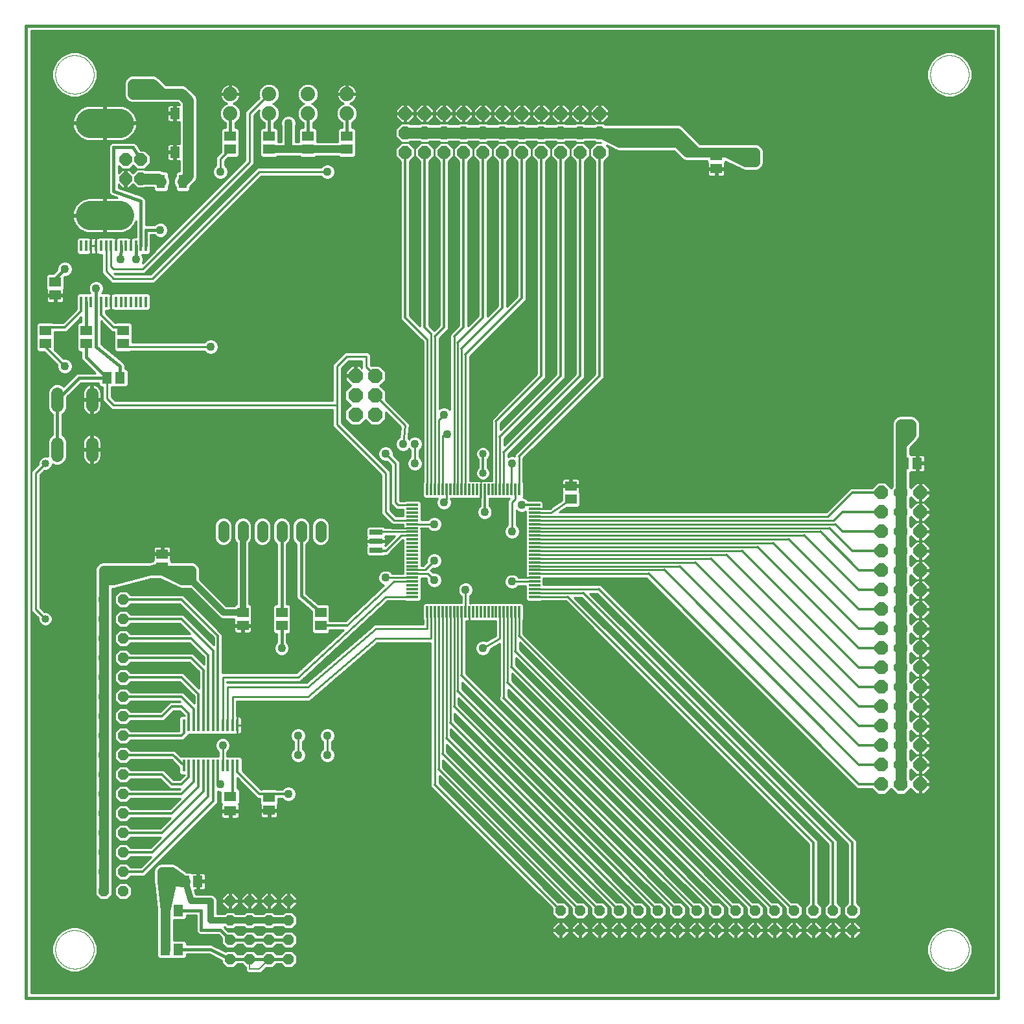
<source format=gtl>
G75*
%MOIN*%
%OFA0B0*%
%FSLAX24Y24*%
%IPPOS*%
%LPD*%
%AMOC8*
5,1,8,0,0,1.08239X$1,22.5*
%
%ADD10C,0.0160*%
%ADD11C,0.0000*%
%ADD12R,0.0118X0.0591*%
%ADD13R,0.0591X0.0118*%
%ADD14OC8,0.0740*%
%ADD15R,0.0669X0.0276*%
%ADD16R,0.0512X0.0591*%
%ADD17R,0.0591X0.0512*%
%ADD18C,0.0740*%
%ADD19C,0.0640*%
%ADD20R,0.0137X0.0550*%
%ADD21OC8,0.0660*%
%ADD22OC8,0.0700*%
%ADD23OC8,0.0634*%
%ADD24C,0.1502*%
%ADD25OC8,0.0555*%
%ADD26R,0.0394X0.0709*%
%ADD27R,0.0140X0.0630*%
%ADD28R,0.0630X0.0512*%
%ADD29C,0.0555*%
%ADD30C,0.0100*%
%ADD31C,0.0436*%
%ADD32C,0.0120*%
%ADD33C,0.0080*%
%ADD34C,0.0400*%
%ADD35C,0.0560*%
%ADD36C,0.0320*%
%ADD37C,0.0500*%
%ADD38C,0.0400*%
D10*
X000500Y000180D02*
X050500Y000180D01*
X050500Y050180D01*
X000500Y050180D01*
X000500Y000180D01*
X008335Y002680D02*
X010000Y002680D01*
X011000Y002180D01*
X012000Y002180D01*
X013000Y002180D01*
X014000Y002180D01*
X014000Y003180D02*
X013000Y003180D01*
X012000Y003180D01*
X011000Y003180D01*
X010500Y003680D01*
X009500Y003680D01*
X009500Y004680D01*
X008335Y004680D01*
X013650Y018180D02*
X013650Y019345D01*
X013650Y020015D02*
X013650Y024180D01*
X014650Y024180D02*
X014650Y020865D01*
X015650Y020015D01*
X018528Y023180D02*
X018500Y023208D01*
X018500Y024152D02*
X018512Y024164D01*
X005335Y032070D02*
X005335Y032680D01*
X004104Y033680D01*
X004104Y035991D01*
X004104Y036680D01*
X003593Y035991D02*
X003593Y034515D01*
X003593Y033845D02*
X003593Y033143D01*
X004665Y032070D01*
X003220Y032070D01*
X002110Y030960D01*
X002110Y028400D01*
X002000Y037015D02*
X002000Y037180D01*
X002500Y037680D01*
X005380Y038180D02*
X005384Y038869D01*
X006152Y038869D02*
X006152Y038180D01*
X006407Y038869D02*
X006407Y041180D01*
X005000Y041680D01*
X005000Y043930D01*
X006000Y043930D01*
X006400Y043300D01*
X006663Y039680D02*
X006663Y038869D01*
X006663Y039680D02*
X007414Y039680D01*
X011000Y044515D02*
X011000Y045680D01*
X013000Y045680D02*
X013000Y044515D01*
X015000Y044515D02*
X015000Y045680D01*
X017000Y045680D02*
X017000Y044515D01*
D11*
X002010Y047680D02*
X002012Y047743D01*
X002018Y047805D01*
X002028Y047867D01*
X002042Y047929D01*
X002059Y047989D01*
X002081Y048048D01*
X002106Y048105D01*
X002135Y048161D01*
X002167Y048215D01*
X002203Y048267D01*
X002242Y048316D01*
X002284Y048363D01*
X002328Y048407D01*
X002376Y048448D01*
X002426Y048486D01*
X002478Y048521D01*
X002532Y048553D01*
X002589Y048581D01*
X002647Y048605D01*
X002706Y048625D01*
X002767Y048642D01*
X002828Y048655D01*
X002890Y048664D01*
X002953Y048669D01*
X003016Y048670D01*
X003078Y048667D01*
X003141Y048660D01*
X003203Y048649D01*
X003264Y048634D01*
X003324Y048616D01*
X003382Y048593D01*
X003440Y048567D01*
X003495Y048537D01*
X003548Y048504D01*
X003600Y048468D01*
X003648Y048428D01*
X003694Y048386D01*
X003738Y048340D01*
X003778Y048292D01*
X003815Y048241D01*
X003849Y048189D01*
X003880Y048134D01*
X003907Y048077D01*
X003930Y048019D01*
X003950Y047959D01*
X003966Y047898D01*
X003978Y047836D01*
X003986Y047774D01*
X003990Y047711D01*
X003990Y047649D01*
X003986Y047586D01*
X003978Y047524D01*
X003966Y047462D01*
X003950Y047401D01*
X003930Y047341D01*
X003907Y047283D01*
X003880Y047226D01*
X003849Y047171D01*
X003815Y047119D01*
X003778Y047068D01*
X003738Y047020D01*
X003694Y046974D01*
X003648Y046932D01*
X003600Y046892D01*
X003548Y046856D01*
X003495Y046823D01*
X003440Y046793D01*
X003382Y046767D01*
X003324Y046744D01*
X003264Y046726D01*
X003203Y046711D01*
X003141Y046700D01*
X003078Y046693D01*
X003016Y046690D01*
X002953Y046691D01*
X002890Y046696D01*
X002828Y046705D01*
X002767Y046718D01*
X002706Y046735D01*
X002647Y046755D01*
X002589Y046779D01*
X002532Y046807D01*
X002478Y046839D01*
X002426Y046874D01*
X002376Y046912D01*
X002328Y046953D01*
X002284Y046997D01*
X002242Y047044D01*
X002203Y047093D01*
X002167Y047145D01*
X002135Y047199D01*
X002106Y047255D01*
X002081Y047312D01*
X002059Y047371D01*
X002042Y047431D01*
X002028Y047493D01*
X002018Y047555D01*
X002012Y047617D01*
X002010Y047680D01*
X002010Y002680D02*
X002012Y002743D01*
X002018Y002805D01*
X002028Y002867D01*
X002042Y002929D01*
X002059Y002989D01*
X002081Y003048D01*
X002106Y003105D01*
X002135Y003161D01*
X002167Y003215D01*
X002203Y003267D01*
X002242Y003316D01*
X002284Y003363D01*
X002328Y003407D01*
X002376Y003448D01*
X002426Y003486D01*
X002478Y003521D01*
X002532Y003553D01*
X002589Y003581D01*
X002647Y003605D01*
X002706Y003625D01*
X002767Y003642D01*
X002828Y003655D01*
X002890Y003664D01*
X002953Y003669D01*
X003016Y003670D01*
X003078Y003667D01*
X003141Y003660D01*
X003203Y003649D01*
X003264Y003634D01*
X003324Y003616D01*
X003382Y003593D01*
X003440Y003567D01*
X003495Y003537D01*
X003548Y003504D01*
X003600Y003468D01*
X003648Y003428D01*
X003694Y003386D01*
X003738Y003340D01*
X003778Y003292D01*
X003815Y003241D01*
X003849Y003189D01*
X003880Y003134D01*
X003907Y003077D01*
X003930Y003019D01*
X003950Y002959D01*
X003966Y002898D01*
X003978Y002836D01*
X003986Y002774D01*
X003990Y002711D01*
X003990Y002649D01*
X003986Y002586D01*
X003978Y002524D01*
X003966Y002462D01*
X003950Y002401D01*
X003930Y002341D01*
X003907Y002283D01*
X003880Y002226D01*
X003849Y002171D01*
X003815Y002119D01*
X003778Y002068D01*
X003738Y002020D01*
X003694Y001974D01*
X003648Y001932D01*
X003600Y001892D01*
X003548Y001856D01*
X003495Y001823D01*
X003440Y001793D01*
X003382Y001767D01*
X003324Y001744D01*
X003264Y001726D01*
X003203Y001711D01*
X003141Y001700D01*
X003078Y001693D01*
X003016Y001690D01*
X002953Y001691D01*
X002890Y001696D01*
X002828Y001705D01*
X002767Y001718D01*
X002706Y001735D01*
X002647Y001755D01*
X002589Y001779D01*
X002532Y001807D01*
X002478Y001839D01*
X002426Y001874D01*
X002376Y001912D01*
X002328Y001953D01*
X002284Y001997D01*
X002242Y002044D01*
X002203Y002093D01*
X002167Y002145D01*
X002135Y002199D01*
X002106Y002255D01*
X002081Y002312D01*
X002059Y002371D01*
X002042Y002431D01*
X002028Y002493D01*
X002018Y002555D01*
X002012Y002617D01*
X002010Y002680D01*
X047010Y002680D02*
X047012Y002743D01*
X047018Y002805D01*
X047028Y002867D01*
X047042Y002929D01*
X047059Y002989D01*
X047081Y003048D01*
X047106Y003105D01*
X047135Y003161D01*
X047167Y003215D01*
X047203Y003267D01*
X047242Y003316D01*
X047284Y003363D01*
X047328Y003407D01*
X047376Y003448D01*
X047426Y003486D01*
X047478Y003521D01*
X047532Y003553D01*
X047589Y003581D01*
X047647Y003605D01*
X047706Y003625D01*
X047767Y003642D01*
X047828Y003655D01*
X047890Y003664D01*
X047953Y003669D01*
X048016Y003670D01*
X048078Y003667D01*
X048141Y003660D01*
X048203Y003649D01*
X048264Y003634D01*
X048324Y003616D01*
X048382Y003593D01*
X048440Y003567D01*
X048495Y003537D01*
X048548Y003504D01*
X048600Y003468D01*
X048648Y003428D01*
X048694Y003386D01*
X048738Y003340D01*
X048778Y003292D01*
X048815Y003241D01*
X048849Y003189D01*
X048880Y003134D01*
X048907Y003077D01*
X048930Y003019D01*
X048950Y002959D01*
X048966Y002898D01*
X048978Y002836D01*
X048986Y002774D01*
X048990Y002711D01*
X048990Y002649D01*
X048986Y002586D01*
X048978Y002524D01*
X048966Y002462D01*
X048950Y002401D01*
X048930Y002341D01*
X048907Y002283D01*
X048880Y002226D01*
X048849Y002171D01*
X048815Y002119D01*
X048778Y002068D01*
X048738Y002020D01*
X048694Y001974D01*
X048648Y001932D01*
X048600Y001892D01*
X048548Y001856D01*
X048495Y001823D01*
X048440Y001793D01*
X048382Y001767D01*
X048324Y001744D01*
X048264Y001726D01*
X048203Y001711D01*
X048141Y001700D01*
X048078Y001693D01*
X048016Y001690D01*
X047953Y001691D01*
X047890Y001696D01*
X047828Y001705D01*
X047767Y001718D01*
X047706Y001735D01*
X047647Y001755D01*
X047589Y001779D01*
X047532Y001807D01*
X047478Y001839D01*
X047426Y001874D01*
X047376Y001912D01*
X047328Y001953D01*
X047284Y001997D01*
X047242Y002044D01*
X047203Y002093D01*
X047167Y002145D01*
X047135Y002199D01*
X047106Y002255D01*
X047081Y002312D01*
X047059Y002371D01*
X047042Y002431D01*
X047028Y002493D01*
X047018Y002555D01*
X047012Y002617D01*
X047010Y002680D01*
X047010Y047680D02*
X047012Y047743D01*
X047018Y047805D01*
X047028Y047867D01*
X047042Y047929D01*
X047059Y047989D01*
X047081Y048048D01*
X047106Y048105D01*
X047135Y048161D01*
X047167Y048215D01*
X047203Y048267D01*
X047242Y048316D01*
X047284Y048363D01*
X047328Y048407D01*
X047376Y048448D01*
X047426Y048486D01*
X047478Y048521D01*
X047532Y048553D01*
X047589Y048581D01*
X047647Y048605D01*
X047706Y048625D01*
X047767Y048642D01*
X047828Y048655D01*
X047890Y048664D01*
X047953Y048669D01*
X048016Y048670D01*
X048078Y048667D01*
X048141Y048660D01*
X048203Y048649D01*
X048264Y048634D01*
X048324Y048616D01*
X048382Y048593D01*
X048440Y048567D01*
X048495Y048537D01*
X048548Y048504D01*
X048600Y048468D01*
X048648Y048428D01*
X048694Y048386D01*
X048738Y048340D01*
X048778Y048292D01*
X048815Y048241D01*
X048849Y048189D01*
X048880Y048134D01*
X048907Y048077D01*
X048930Y048019D01*
X048950Y047959D01*
X048966Y047898D01*
X048978Y047836D01*
X048986Y047774D01*
X048990Y047711D01*
X048990Y047649D01*
X048986Y047586D01*
X048978Y047524D01*
X048966Y047462D01*
X048950Y047401D01*
X048930Y047341D01*
X048907Y047283D01*
X048880Y047226D01*
X048849Y047171D01*
X048815Y047119D01*
X048778Y047068D01*
X048738Y047020D01*
X048694Y046974D01*
X048648Y046932D01*
X048600Y046892D01*
X048548Y046856D01*
X048495Y046823D01*
X048440Y046793D01*
X048382Y046767D01*
X048324Y046744D01*
X048264Y046726D01*
X048203Y046711D01*
X048141Y046700D01*
X048078Y046693D01*
X048016Y046690D01*
X047953Y046691D01*
X047890Y046696D01*
X047828Y046705D01*
X047767Y046718D01*
X047706Y046735D01*
X047647Y046755D01*
X047589Y046779D01*
X047532Y046807D01*
X047478Y046839D01*
X047426Y046874D01*
X047376Y046912D01*
X047328Y046953D01*
X047284Y046997D01*
X047242Y047044D01*
X047203Y047093D01*
X047167Y047145D01*
X047135Y047199D01*
X047106Y047255D01*
X047081Y047312D01*
X047059Y047371D01*
X047042Y047431D01*
X047028Y047493D01*
X047018Y047555D01*
X047012Y047617D01*
X047010Y047680D01*
D12*
X025862Y026330D03*
X025665Y026330D03*
X025469Y026330D03*
X025272Y026330D03*
X025075Y026330D03*
X024878Y026330D03*
X024681Y026330D03*
X024484Y026330D03*
X024287Y026330D03*
X024091Y026330D03*
X023894Y026330D03*
X023697Y026330D03*
X023500Y026330D03*
X023303Y026330D03*
X023106Y026330D03*
X022909Y026330D03*
X022713Y026330D03*
X022516Y026330D03*
X022319Y026330D03*
X022122Y026330D03*
X021925Y026330D03*
X021728Y026330D03*
X021531Y026330D03*
X021335Y026330D03*
X021138Y026330D03*
X021138Y020030D03*
X021335Y020030D03*
X021531Y020030D03*
X021728Y020030D03*
X021925Y020030D03*
X022122Y020030D03*
X022319Y020030D03*
X022516Y020030D03*
X022713Y020030D03*
X022909Y020030D03*
X023106Y020030D03*
X023303Y020030D03*
X023500Y020030D03*
X023697Y020030D03*
X023894Y020030D03*
X024091Y020030D03*
X024287Y020030D03*
X024484Y020030D03*
X024681Y020030D03*
X024878Y020030D03*
X025075Y020030D03*
X025272Y020030D03*
X025469Y020030D03*
X025665Y020030D03*
X025862Y020030D03*
D13*
X026650Y020818D03*
X026650Y021015D03*
X026650Y021211D03*
X026650Y021408D03*
X026650Y021605D03*
X026650Y021802D03*
X026650Y021999D03*
X026650Y022196D03*
X026650Y022393D03*
X026650Y022589D03*
X026650Y022786D03*
X026650Y022983D03*
X026650Y023180D03*
X026650Y023377D03*
X026650Y023574D03*
X026650Y023771D03*
X026650Y023967D03*
X026650Y024164D03*
X026650Y024361D03*
X026650Y024558D03*
X026650Y024755D03*
X026650Y024952D03*
X026650Y025149D03*
X026650Y025345D03*
X026650Y025542D03*
X020350Y025542D03*
X020350Y025345D03*
X020350Y025149D03*
X020350Y024952D03*
X020350Y024755D03*
X020350Y024558D03*
X020350Y024361D03*
X020350Y024164D03*
X020350Y023967D03*
X020350Y023771D03*
X020350Y023574D03*
X020350Y023377D03*
X020350Y023180D03*
X020350Y022983D03*
X020350Y022786D03*
X020350Y022589D03*
X020350Y022393D03*
X020350Y022196D03*
X020350Y021999D03*
X020350Y021802D03*
X020350Y021605D03*
X020350Y021408D03*
X020350Y021211D03*
X020350Y021015D03*
X020350Y020818D03*
D14*
X018450Y030180D03*
X018450Y031180D03*
X018450Y032180D03*
X017450Y032180D03*
X017450Y031180D03*
X017450Y030180D03*
D15*
X018500Y024152D03*
X018500Y023680D03*
X018500Y023208D03*
D16*
X005335Y032070D03*
X004665Y032070D03*
X008165Y043680D03*
X008835Y043680D03*
X008835Y045680D03*
X008165Y045680D03*
X045665Y027680D03*
X046335Y027680D03*
X009335Y006180D03*
X008665Y006180D03*
X008335Y004680D03*
X007665Y004680D03*
X007665Y002680D03*
X008335Y002680D03*
D17*
X013000Y009845D03*
X013000Y010515D03*
X013650Y019345D03*
X013650Y020015D03*
X011650Y020015D03*
X011650Y019345D03*
X015650Y019345D03*
X015650Y020015D03*
X007500Y022345D03*
X007500Y023015D03*
X005500Y033845D03*
X005500Y034515D03*
X003593Y034515D03*
X003593Y033845D03*
X001500Y033845D03*
X001500Y034515D03*
X002000Y036345D03*
X002000Y037015D03*
X011000Y043845D03*
X011000Y044515D03*
X013000Y044515D03*
X013000Y043845D03*
X015000Y043845D03*
X015000Y044515D03*
X017000Y044515D03*
X017000Y043845D03*
X028525Y026515D03*
X028525Y025845D03*
X036000Y042845D03*
X036000Y043515D03*
D18*
X017000Y045680D03*
X017000Y046680D03*
X015000Y046680D03*
X015000Y045680D03*
X013000Y045680D03*
X013000Y046680D03*
X011000Y046680D03*
X011000Y045680D03*
D19*
X003890Y031280D02*
X003890Y030640D01*
X002110Y030640D02*
X002110Y031280D01*
X002110Y028720D02*
X002110Y028080D01*
X003890Y028080D02*
X003890Y028720D01*
D20*
X003848Y035991D03*
X003593Y035991D03*
X003337Y035991D03*
X004104Y035991D03*
X004360Y035991D03*
X004616Y035991D03*
X004872Y035991D03*
X005128Y035991D03*
X005384Y035991D03*
X005640Y035991D03*
X005896Y035991D03*
X006152Y035991D03*
X006407Y035991D03*
X006663Y035991D03*
X006663Y038869D03*
X006407Y038869D03*
X006152Y038869D03*
X005896Y038869D03*
X005640Y038869D03*
X005384Y038869D03*
X005128Y038869D03*
X004872Y038869D03*
X004616Y038869D03*
X004360Y038869D03*
X004104Y038869D03*
X003848Y038869D03*
X003593Y038869D03*
X003337Y038869D03*
D21*
X020000Y043680D03*
X020000Y044680D03*
X020000Y045680D03*
X021000Y045680D03*
X021000Y044680D03*
X021000Y043680D03*
X022000Y043680D03*
X022000Y044680D03*
X022000Y045680D03*
X023000Y045680D03*
X023000Y044680D03*
X023000Y043680D03*
X024000Y043680D03*
X024000Y044680D03*
X024000Y045680D03*
X025000Y045680D03*
X025000Y044680D03*
X025000Y043680D03*
X026000Y043680D03*
X026000Y044680D03*
X026000Y045680D03*
X027000Y045680D03*
X027000Y044680D03*
X027000Y043680D03*
X028000Y043680D03*
X028000Y044680D03*
X028000Y045680D03*
X029000Y045680D03*
X029000Y044680D03*
X029000Y043680D03*
X030000Y043680D03*
X030000Y044680D03*
X030000Y045680D03*
D22*
X044500Y026180D03*
X044500Y025180D03*
X044500Y024180D03*
X044500Y023180D03*
X044500Y022180D03*
X044500Y021180D03*
X044500Y020180D03*
X044500Y019180D03*
X044500Y018180D03*
X044500Y017180D03*
X044500Y016180D03*
X044500Y015180D03*
X044500Y014180D03*
X044500Y013180D03*
X044500Y012180D03*
X044500Y011180D03*
X045500Y011180D03*
X045500Y012180D03*
X045500Y013180D03*
X045500Y014180D03*
X045500Y015180D03*
X045500Y016180D03*
X045500Y017180D03*
X045500Y018180D03*
X045500Y019180D03*
X045500Y020180D03*
X045500Y021180D03*
X045500Y022180D03*
X045500Y023180D03*
X045500Y024180D03*
X045500Y025180D03*
X045500Y026180D03*
X046500Y026180D03*
X046500Y025180D03*
X046500Y024180D03*
X046500Y023180D03*
X046500Y022180D03*
X046500Y021180D03*
X046500Y020180D03*
X046500Y019180D03*
X046500Y018180D03*
X046500Y017180D03*
X046500Y016180D03*
X046500Y015180D03*
X046500Y014180D03*
X046500Y013180D03*
X046500Y012180D03*
X046500Y011180D03*
D23*
X006400Y042320D03*
X005620Y042320D03*
X005620Y043300D03*
X006400Y043300D03*
D24*
X005301Y045180D02*
X003799Y045180D01*
X003799Y040440D02*
X005301Y040440D01*
D25*
X005500Y020680D03*
X005500Y019680D03*
X005500Y018680D03*
X005500Y017680D03*
X005500Y016680D03*
X005500Y015680D03*
X005500Y014680D03*
X005500Y013680D03*
X005500Y012680D03*
X005500Y011680D03*
X005500Y010680D03*
X005500Y009680D03*
X005500Y008680D03*
X005500Y007680D03*
X005500Y006680D03*
X005500Y005680D03*
X004500Y005680D03*
X004500Y006680D03*
X004500Y007680D03*
X004500Y008680D03*
X004500Y009680D03*
X004500Y010680D03*
X004500Y011680D03*
X004500Y012680D03*
X004500Y013680D03*
X004500Y014680D03*
X004500Y015680D03*
X004500Y016680D03*
X004500Y017680D03*
X004500Y018680D03*
X004500Y019680D03*
X004500Y020680D03*
X011000Y005180D03*
X011000Y004180D03*
X011000Y003180D03*
X011000Y002180D03*
X012000Y002180D03*
X012000Y003180D03*
X012000Y004180D03*
X012000Y005180D03*
X013000Y005180D03*
X013000Y004180D03*
X013000Y003180D03*
X013000Y002180D03*
X014000Y002180D03*
X014000Y003180D03*
X014000Y004180D03*
X014000Y005180D03*
X028000Y004680D03*
X028000Y003680D03*
X029000Y003680D03*
X029000Y004680D03*
X030000Y004680D03*
X030000Y003680D03*
X031000Y003680D03*
X031000Y004680D03*
X032000Y004680D03*
X032000Y003680D03*
X033000Y003680D03*
X033000Y004680D03*
X034000Y004680D03*
X034000Y003680D03*
X035000Y003680D03*
X035000Y004680D03*
X036000Y004680D03*
X036000Y003680D03*
X037000Y003680D03*
X038000Y003680D03*
X038000Y004680D03*
X037000Y004680D03*
X039000Y004680D03*
X039000Y003680D03*
X040000Y003680D03*
X040000Y004680D03*
X041000Y004680D03*
X041000Y003680D03*
X042000Y003680D03*
X042000Y004680D03*
X043000Y004680D03*
X043000Y003680D03*
D26*
X008551Y042180D03*
X007449Y042180D03*
D27*
X008620Y014220D03*
X008880Y014220D03*
X009120Y014220D03*
X009380Y014220D03*
X009620Y014220D03*
X009880Y014220D03*
X010120Y014220D03*
X010380Y014220D03*
X010620Y014220D03*
X010880Y014220D03*
X011120Y014220D03*
X011380Y014220D03*
X011380Y012140D03*
X011120Y012140D03*
X010880Y012140D03*
X010620Y012140D03*
X010380Y012140D03*
X010120Y012140D03*
X009880Y012140D03*
X009620Y012140D03*
X009380Y012140D03*
X009120Y012140D03*
X008880Y012140D03*
X008620Y012140D03*
D28*
X011000Y010554D03*
X011000Y009806D03*
D29*
X010650Y023903D02*
X010650Y024457D01*
X011650Y024457D02*
X011650Y023903D01*
X012650Y023903D02*
X012650Y024457D01*
X013650Y024457D02*
X013650Y023903D01*
X014650Y023903D02*
X014650Y024457D01*
X015650Y024457D02*
X015650Y023903D01*
D30*
X016097Y023919D02*
X018021Y023919D01*
X018040Y023900D02*
X018026Y023876D01*
X018015Y023838D01*
X018015Y023699D01*
X018481Y023699D01*
X018481Y023661D01*
X018015Y023661D01*
X018015Y023522D01*
X018026Y023484D01*
X018040Y023460D01*
X017995Y023416D01*
X017995Y022999D01*
X018095Y022900D01*
X018905Y022900D01*
X018955Y022950D01*
X019095Y022950D01*
X019230Y023085D01*
X019230Y023099D01*
X019879Y023747D01*
X019885Y023747D01*
X019885Y022022D01*
X019329Y022022D01*
X019220Y022131D01*
X019077Y022190D01*
X018923Y022190D01*
X018780Y022131D01*
X018671Y022022D01*
X018612Y021879D01*
X018612Y021725D01*
X018671Y021582D01*
X018780Y021473D01*
X018905Y021421D01*
X016924Y019575D01*
X016115Y019575D01*
X016115Y019672D01*
X016107Y019680D01*
X016115Y019688D01*
X016115Y020341D01*
X016016Y020441D01*
X015535Y020441D01*
X014900Y020980D01*
X014900Y023522D01*
X014903Y023523D01*
X015029Y023649D01*
X015097Y023814D01*
X015097Y024546D01*
X015029Y024711D01*
X014903Y024837D01*
X014739Y024905D01*
X014561Y024905D01*
X014397Y024837D01*
X014271Y024711D01*
X014203Y024546D01*
X014203Y023814D01*
X014271Y023649D01*
X014397Y023523D01*
X014400Y023522D01*
X014400Y020904D01*
X014397Y020894D01*
X014400Y020855D01*
X014400Y020815D01*
X014404Y020805D01*
X014405Y020795D01*
X014423Y020760D01*
X014438Y020723D01*
X014445Y020716D01*
X014450Y020706D01*
X014480Y020681D01*
X014508Y020653D01*
X014518Y020649D01*
X015185Y020082D01*
X015185Y019688D01*
X015193Y019680D01*
X015185Y019672D01*
X015185Y019019D01*
X015284Y018919D01*
X016016Y018919D01*
X016115Y019019D01*
X016115Y019115D01*
X016824Y019115D01*
X014414Y016900D01*
X010610Y016900D01*
X010610Y018895D01*
X013400Y018895D01*
X013400Y018919D02*
X013400Y018479D01*
X013321Y018400D01*
X013262Y018257D01*
X013262Y018103D01*
X013321Y017960D01*
X013430Y017851D01*
X013573Y017792D01*
X013727Y017792D01*
X013870Y017851D01*
X013979Y017960D01*
X014038Y018103D01*
X014038Y018257D01*
X013979Y018400D01*
X013900Y018479D01*
X013900Y018919D01*
X014016Y018919D01*
X014115Y019019D01*
X014115Y019672D01*
X014107Y019680D01*
X014115Y019688D01*
X014115Y020341D01*
X014016Y020441D01*
X013900Y020441D01*
X013900Y023522D01*
X013903Y023523D01*
X014029Y023649D01*
X014097Y023814D01*
X014097Y024546D01*
X014029Y024711D01*
X013903Y024837D01*
X013739Y024905D01*
X013561Y024905D01*
X013397Y024837D01*
X013271Y024711D01*
X013203Y024546D01*
X013203Y023814D01*
X013271Y023649D01*
X013397Y023523D01*
X013400Y023522D01*
X013400Y020441D01*
X013284Y020441D01*
X013185Y020341D01*
X013185Y019688D01*
X013193Y019680D01*
X013185Y019672D01*
X013185Y019019D01*
X013284Y018919D01*
X013400Y018919D01*
X013400Y018797D02*
X010610Y018797D01*
X010610Y018895D02*
X008730Y020775D01*
X008595Y020910D01*
X005903Y020910D01*
X005685Y021127D01*
X005315Y021127D01*
X005053Y020865D01*
X004947Y020865D01*
X004920Y020893D01*
X004920Y021260D01*
X004972Y021260D01*
X005027Y021253D01*
X005055Y021260D01*
X005084Y021260D01*
X005135Y021281D01*
X006934Y021760D01*
X007401Y021760D01*
X008251Y021335D01*
X008262Y021324D01*
X008325Y021298D01*
X008387Y021267D01*
X008402Y021266D01*
X008416Y021260D01*
X008485Y021260D01*
X008554Y021255D01*
X008568Y021260D01*
X008953Y021260D01*
X010478Y019735D01*
X010600Y019685D01*
X011188Y019685D01*
X011215Y019658D01*
X011205Y019621D01*
X011205Y019395D01*
X011600Y019395D01*
X011600Y019295D01*
X011700Y019295D01*
X011700Y018939D01*
X011965Y018939D01*
X012003Y018950D01*
X012037Y018969D01*
X012065Y018997D01*
X012085Y019032D01*
X012095Y019070D01*
X012095Y019295D01*
X011700Y019295D01*
X011700Y019395D01*
X012095Y019395D01*
X012095Y019621D01*
X012085Y019658D01*
X012115Y019688D01*
X012115Y020341D01*
X012016Y020441D01*
X011980Y020441D01*
X011980Y023600D01*
X012029Y023649D01*
X012097Y023814D01*
X012097Y024546D01*
X012029Y024711D01*
X011903Y024837D01*
X011739Y024905D01*
X011561Y024905D01*
X011397Y024837D01*
X011271Y024711D01*
X011203Y024546D01*
X011203Y023814D01*
X011271Y023649D01*
X011320Y023600D01*
X011320Y020441D01*
X011284Y020441D01*
X011188Y020345D01*
X010802Y020345D01*
X009420Y021727D01*
X009420Y022264D01*
X009356Y022418D01*
X009238Y022536D01*
X009084Y022600D01*
X007965Y022600D01*
X007965Y022672D01*
X007935Y022702D01*
X007945Y022739D01*
X007945Y022965D01*
X007550Y022965D01*
X007550Y023065D01*
X007450Y023065D01*
X007450Y023421D01*
X007185Y023421D01*
X007147Y023410D01*
X007113Y023391D01*
X007085Y023363D01*
X007065Y023328D01*
X007055Y023290D01*
X007055Y023065D01*
X007450Y023065D01*
X007450Y022965D01*
X007055Y022965D01*
X007055Y022739D01*
X007065Y022702D01*
X007035Y022672D01*
X007035Y022656D01*
X006824Y022600D01*
X004416Y022600D01*
X004262Y022536D01*
X004144Y022418D01*
X004080Y022264D01*
X004080Y020893D01*
X004053Y020865D01*
X001220Y020865D01*
X001220Y020767D02*
X004053Y020767D01*
X004053Y020865D02*
X004053Y020495D01*
X004080Y020467D01*
X004080Y019893D01*
X004053Y019865D01*
X004053Y019495D01*
X004080Y019467D01*
X004080Y018893D01*
X004053Y018865D01*
X004053Y018495D01*
X004080Y018467D01*
X004080Y017893D01*
X004053Y017865D01*
X004053Y017495D01*
X004080Y017467D01*
X004080Y016893D01*
X004053Y016865D01*
X004053Y016495D01*
X004080Y016467D01*
X004080Y015893D01*
X004053Y015865D01*
X004053Y015495D01*
X004080Y015467D01*
X004080Y014893D01*
X004053Y014865D01*
X004053Y014495D01*
X004080Y014467D01*
X004080Y013893D01*
X004053Y013865D01*
X004053Y013495D01*
X004080Y013467D01*
X004080Y012893D01*
X004053Y012865D01*
X004053Y012495D01*
X004080Y012467D01*
X004080Y011893D01*
X004053Y011865D01*
X004053Y011495D01*
X004080Y011467D01*
X004080Y010893D01*
X004053Y010865D01*
X004053Y010495D01*
X004080Y010467D01*
X004080Y009893D01*
X004053Y009865D01*
X004053Y009495D01*
X004080Y009467D01*
X004080Y008893D01*
X004053Y008865D01*
X004053Y008495D01*
X004080Y008467D01*
X004080Y007893D01*
X004053Y007865D01*
X004053Y007495D01*
X004080Y007467D01*
X004080Y006893D01*
X004053Y006865D01*
X004053Y006495D01*
X004080Y006467D01*
X004080Y005893D01*
X000750Y005893D01*
X000750Y005795D02*
X004053Y005795D01*
X004053Y005865D02*
X004053Y005495D01*
X004315Y005233D01*
X004685Y005233D01*
X004947Y005495D01*
X004947Y005865D01*
X004920Y005893D01*
X005080Y005893D01*
X005053Y005865D02*
X005053Y005495D01*
X005315Y005233D01*
X005685Y005233D01*
X005947Y005495D01*
X005947Y005865D01*
X005685Y006127D01*
X005315Y006127D01*
X005053Y005865D01*
X005053Y005795D02*
X004947Y005795D01*
X004947Y005696D02*
X005053Y005696D01*
X005053Y005598D02*
X004947Y005598D01*
X004947Y005499D02*
X005053Y005499D01*
X005147Y005401D02*
X004853Y005401D01*
X004755Y005302D02*
X005245Y005302D01*
X005755Y005302D02*
X007174Y005302D01*
X007163Y005401D02*
X005853Y005401D01*
X005947Y005499D02*
X007153Y005499D01*
X007142Y005598D02*
X005947Y005598D01*
X005947Y005696D02*
X007131Y005696D01*
X007120Y005795D02*
X005947Y005795D01*
X005920Y005893D02*
X007109Y005893D01*
X007098Y005992D02*
X005821Y005992D01*
X005723Y006090D02*
X007083Y006090D01*
X007080Y006096D02*
X007089Y006075D01*
X007239Y004710D01*
X007239Y004700D01*
X007237Y004690D01*
X007239Y004677D01*
X007239Y004314D01*
X007245Y004308D01*
X007245Y003052D01*
X007239Y003046D01*
X007239Y002314D01*
X007339Y002215D01*
X007992Y002215D01*
X008000Y002223D01*
X008008Y002215D01*
X008661Y002215D01*
X008761Y002314D01*
X008761Y002430D01*
X009941Y002430D01*
X010553Y002124D01*
X010553Y001995D01*
X010815Y001733D01*
X011185Y001733D01*
X011383Y001930D01*
X011617Y001930D01*
X011790Y001757D01*
X011790Y001593D01*
X011913Y001470D01*
X012587Y001470D01*
X012710Y001593D01*
X012850Y001733D01*
X013185Y001733D01*
X013383Y001930D01*
X013617Y001930D01*
X013815Y001733D01*
X014185Y001733D01*
X014447Y001995D01*
X014447Y002365D01*
X014185Y002627D01*
X013815Y002627D01*
X013617Y002430D01*
X013383Y002430D01*
X013185Y002627D01*
X012815Y002627D01*
X012617Y002430D01*
X012383Y002430D01*
X012185Y002627D01*
X011815Y002627D01*
X011617Y002430D01*
X011383Y002430D01*
X011185Y002627D01*
X010815Y002627D01*
X010764Y002577D01*
X010148Y002885D01*
X010142Y002892D01*
X010104Y002908D01*
X010067Y002926D01*
X010058Y002926D01*
X010050Y002930D01*
X010009Y002930D01*
X009968Y002933D01*
X009959Y002930D01*
X008761Y002930D01*
X008761Y003046D01*
X008661Y003145D01*
X008085Y003145D01*
X008085Y004215D01*
X008661Y004215D01*
X008761Y004314D01*
X008761Y004430D01*
X009250Y004430D01*
X009250Y003630D01*
X009288Y003538D01*
X009358Y003468D01*
X009450Y003430D01*
X010396Y003430D01*
X010553Y003274D01*
X010553Y002995D01*
X010815Y002733D01*
X011185Y002733D01*
X011383Y002930D01*
X011617Y002930D01*
X011815Y002733D01*
X012185Y002733D01*
X012383Y002930D01*
X012617Y002930D01*
X012815Y002733D01*
X013185Y002733D01*
X013383Y002930D01*
X013617Y002930D01*
X013815Y002733D01*
X014185Y002733D01*
X014447Y002995D01*
X014447Y003365D01*
X014185Y003627D01*
X013815Y003627D01*
X013617Y003430D01*
X013383Y003430D01*
X013185Y003627D01*
X012815Y003627D01*
X012617Y003430D01*
X012383Y003430D01*
X012185Y003627D01*
X011815Y003627D01*
X011617Y003430D01*
X011383Y003430D01*
X011185Y003627D01*
X010906Y003627D01*
X010712Y003822D01*
X010684Y003850D01*
X010697Y003850D01*
X010815Y003733D01*
X011185Y003733D01*
X011303Y003850D01*
X011697Y003850D01*
X011815Y003733D01*
X012185Y003733D01*
X012303Y003850D01*
X012697Y003850D01*
X012815Y003733D01*
X013185Y003733D01*
X013303Y003850D01*
X013697Y003850D01*
X013815Y003733D01*
X014185Y003733D01*
X014447Y003995D01*
X014447Y004365D01*
X014185Y004627D01*
X013815Y004627D01*
X013697Y004510D01*
X013303Y004510D01*
X013185Y004627D01*
X012815Y004627D01*
X012697Y004510D01*
X012303Y004510D01*
X012185Y004627D01*
X011815Y004627D01*
X011697Y004510D01*
X011303Y004510D01*
X011185Y004627D01*
X010815Y004627D01*
X010697Y004510D01*
X010330Y004510D01*
X010330Y005246D01*
X010280Y005367D01*
X010187Y005460D01*
X010066Y005510D01*
X009246Y005510D01*
X009178Y005735D01*
X009285Y005735D01*
X009285Y006130D01*
X009385Y006130D01*
X009385Y006230D01*
X009741Y006230D01*
X009741Y006495D01*
X009730Y006533D01*
X009711Y006567D01*
X009683Y006595D01*
X009648Y006615D01*
X009610Y006625D01*
X009385Y006625D01*
X009385Y006230D01*
X009285Y006230D01*
X009285Y006625D01*
X009059Y006625D01*
X009022Y006615D01*
X008992Y006645D01*
X008771Y006645D01*
X008272Y007002D01*
X008238Y007036D01*
X008205Y007050D01*
X008176Y007070D01*
X008129Y007081D01*
X008084Y007100D01*
X008048Y007100D01*
X008013Y007108D01*
X007965Y007100D01*
X007416Y007100D01*
X007262Y007036D01*
X007144Y006918D01*
X007080Y006764D01*
X007080Y006240D01*
X007073Y006217D01*
X007080Y006157D01*
X007080Y006096D01*
X007077Y006189D02*
X004920Y006189D01*
X004920Y006287D02*
X005260Y006287D01*
X005315Y006233D02*
X005685Y006233D01*
X005903Y006450D01*
X006595Y006450D01*
X006730Y006585D01*
X010350Y010205D01*
X010350Y010822D01*
X010423Y010792D01*
X010515Y010792D01*
X010515Y010228D01*
X010577Y010166D01*
X010565Y010154D01*
X010545Y010120D01*
X010535Y010082D01*
X010535Y009856D01*
X010950Y009856D01*
X010950Y009756D01*
X010535Y009756D01*
X010535Y009530D01*
X010545Y009492D01*
X010565Y009458D01*
X010593Y009430D01*
X010627Y009410D01*
X010665Y009400D01*
X010950Y009400D01*
X010950Y009756D01*
X011050Y009756D01*
X011050Y009856D01*
X011465Y009856D01*
X011465Y010082D01*
X011455Y010120D01*
X011435Y010154D01*
X011423Y010166D01*
X011485Y010228D01*
X011485Y010880D01*
X011385Y010980D01*
X011350Y010980D01*
X011350Y011505D01*
X012270Y010585D01*
X012405Y010450D01*
X012535Y010450D01*
X012535Y010188D01*
X012565Y010158D01*
X012555Y010121D01*
X012555Y009895D01*
X012950Y009895D01*
X012950Y009795D01*
X013050Y009795D01*
X013050Y009439D01*
X013315Y009439D01*
X013353Y009450D01*
X013387Y009469D01*
X013415Y009497D01*
X013435Y009532D01*
X013445Y009570D01*
X013445Y009795D01*
X013050Y009795D01*
X013050Y009895D01*
X013445Y009895D01*
X013445Y010121D01*
X013435Y010158D01*
X013465Y010188D01*
X013465Y010450D01*
X013681Y010450D01*
X013780Y010351D01*
X013923Y010292D01*
X014077Y010292D01*
X014220Y010351D01*
X014329Y010460D01*
X014388Y010603D01*
X014388Y010757D01*
X014329Y010900D01*
X014220Y011009D01*
X014077Y011068D01*
X013923Y011068D01*
X013780Y011009D01*
X013681Y010910D01*
X013396Y010910D01*
X013366Y010941D01*
X012634Y010941D01*
X012604Y010910D01*
X012595Y010910D01*
X011620Y011885D01*
X011620Y012525D01*
X011520Y012625D01*
X010840Y012625D01*
X010840Y012851D01*
X010949Y012960D01*
X011008Y013103D01*
X011008Y013257D01*
X010949Y013400D01*
X010840Y013509D01*
X010697Y013568D01*
X010543Y013568D01*
X010400Y013509D01*
X010291Y013400D01*
X010232Y013257D01*
X010232Y013103D01*
X010291Y012960D01*
X010400Y012851D01*
X010400Y012625D01*
X008480Y012625D01*
X008470Y012615D01*
X008175Y012910D01*
X005903Y012910D01*
X005685Y013127D01*
X005315Y013127D01*
X005053Y012865D01*
X005053Y012495D01*
X005315Y012233D01*
X005685Y012233D01*
X005903Y012450D01*
X007985Y012450D01*
X008380Y012055D01*
X008380Y011755D01*
X008480Y011655D01*
X008650Y011655D01*
X008405Y011410D01*
X008095Y011410D01*
X007730Y011775D01*
X007595Y011910D01*
X005903Y011910D01*
X005685Y012127D01*
X005315Y012127D01*
X005053Y011865D01*
X005053Y011495D01*
X005315Y011233D01*
X005685Y011233D01*
X005903Y011450D01*
X007405Y011450D01*
X007905Y010950D01*
X008445Y010950D01*
X008405Y010910D01*
X005903Y010910D01*
X005685Y011127D01*
X005315Y011127D01*
X005053Y010865D01*
X005053Y010495D01*
X005315Y010233D01*
X005685Y010233D01*
X005903Y010450D01*
X008445Y010450D01*
X007905Y009910D01*
X005903Y009910D01*
X005685Y010127D01*
X005315Y010127D01*
X005053Y009865D01*
X005053Y009495D01*
X005315Y009233D01*
X005685Y009233D01*
X005903Y009450D01*
X007945Y009450D01*
X007405Y008910D01*
X005903Y008910D01*
X005685Y009127D01*
X005315Y009127D01*
X005053Y008865D01*
X005053Y008495D01*
X005315Y008233D01*
X005685Y008233D01*
X005903Y008450D01*
X007445Y008450D01*
X006905Y007910D01*
X005903Y007910D01*
X005685Y008127D01*
X005315Y008127D01*
X005053Y007865D01*
X005053Y007495D01*
X005315Y007233D01*
X005685Y007233D01*
X005903Y007450D01*
X006945Y007450D01*
X006405Y006910D01*
X005903Y006910D01*
X005685Y007127D01*
X005315Y007127D01*
X005053Y006865D01*
X005053Y006495D01*
X005315Y006233D01*
X005277Y006090D02*
X004920Y006090D01*
X004920Y005992D02*
X005179Y005992D01*
X004920Y005893D02*
X004920Y006467D01*
X004947Y006495D01*
X004947Y006865D01*
X004920Y006893D01*
X004920Y007467D01*
X004947Y007495D01*
X004947Y007865D01*
X004920Y007893D01*
X004920Y008467D01*
X004947Y008495D01*
X004947Y008865D01*
X004920Y008893D01*
X004920Y009467D01*
X004947Y009495D01*
X004947Y009865D01*
X004920Y009893D01*
X004920Y010467D01*
X004947Y010495D01*
X004947Y010865D01*
X004920Y010893D01*
X004920Y011467D01*
X004947Y011495D01*
X004947Y011865D01*
X004920Y011893D01*
X004920Y012467D01*
X004947Y012495D01*
X004947Y012865D01*
X004920Y012893D01*
X004920Y013467D01*
X004947Y013495D01*
X004947Y013865D01*
X004920Y013893D01*
X004920Y014467D01*
X004947Y014495D01*
X004947Y014865D01*
X004920Y014893D01*
X004920Y015467D01*
X004947Y015495D01*
X004947Y015865D01*
X004920Y015893D01*
X004920Y016467D01*
X004947Y016495D01*
X004947Y016865D01*
X004920Y016893D01*
X004920Y017467D01*
X004947Y017495D01*
X004947Y017865D01*
X004920Y017893D01*
X004920Y018467D01*
X004947Y018495D01*
X004947Y018865D01*
X004920Y018893D01*
X004920Y019467D01*
X004947Y019495D01*
X004947Y019865D01*
X004920Y019893D01*
X004920Y020467D01*
X004947Y020495D01*
X004947Y020865D01*
X004947Y020767D02*
X005053Y020767D01*
X005053Y020865D02*
X005053Y020495D01*
X005315Y020233D01*
X005685Y020233D01*
X005903Y020450D01*
X008405Y020450D01*
X010150Y018705D01*
X010150Y018355D01*
X008730Y019775D01*
X008595Y019910D01*
X005903Y019910D01*
X005685Y020127D01*
X005315Y020127D01*
X005053Y019865D01*
X005053Y019495D01*
X005315Y019233D01*
X005685Y019233D01*
X005903Y019450D01*
X008405Y019450D01*
X008945Y018910D01*
X005903Y018910D01*
X005685Y019127D01*
X005315Y019127D01*
X005053Y018865D01*
X005053Y018495D01*
X005315Y018233D01*
X005685Y018233D01*
X005903Y018450D01*
X008905Y018450D01*
X009650Y017705D01*
X009650Y017355D01*
X009230Y017775D01*
X009095Y017910D01*
X005903Y017910D01*
X005685Y018127D01*
X005315Y018127D01*
X005053Y017865D01*
X005053Y017495D01*
X005315Y017233D01*
X005685Y017233D01*
X005903Y017450D01*
X008905Y017450D01*
X009390Y016965D01*
X009390Y016115D01*
X008730Y016775D01*
X008730Y016775D01*
X008595Y016910D01*
X005903Y016910D01*
X005685Y017127D01*
X005315Y017127D01*
X005053Y016865D01*
X005053Y016495D01*
X005315Y016233D01*
X005685Y016233D01*
X005903Y016450D01*
X008405Y016450D01*
X009150Y015705D01*
X009150Y015355D01*
X008730Y015775D01*
X008595Y015910D01*
X005903Y015910D01*
X005685Y016127D01*
X005315Y016127D01*
X005053Y015865D01*
X005053Y015495D01*
X005315Y015233D01*
X005685Y015233D01*
X005903Y015450D01*
X008405Y015450D01*
X008445Y015410D01*
X007905Y015410D01*
X007405Y014910D01*
X005903Y014910D01*
X005685Y015127D01*
X005315Y015127D01*
X005053Y014865D01*
X005053Y014495D01*
X005315Y014233D01*
X005685Y014233D01*
X005903Y014450D01*
X007595Y014450D01*
X007730Y014585D01*
X008095Y014950D01*
X008405Y014950D01*
X008650Y014705D01*
X008480Y014705D01*
X008380Y014605D01*
X008380Y013910D01*
X005903Y013910D01*
X005685Y014127D01*
X005315Y014127D01*
X005053Y013865D01*
X005053Y013495D01*
X005315Y013233D01*
X005685Y013233D01*
X005903Y013450D01*
X008595Y013450D01*
X008730Y013585D01*
X008850Y013705D01*
X008850Y013735D01*
X011260Y013735D01*
X011282Y013757D01*
X011290Y013755D01*
X011380Y013755D01*
X011470Y013755D01*
X011508Y013765D01*
X011542Y013785D01*
X011570Y013813D01*
X011590Y013847D01*
X011600Y013885D01*
X011600Y014220D01*
X011600Y014555D01*
X011590Y014593D01*
X011570Y014627D01*
X011542Y014655D01*
X011508Y014675D01*
X011470Y014685D01*
X011380Y014685D01*
X011380Y014220D01*
X011380Y014220D01*
X011600Y014220D01*
X011380Y014220D01*
X011380Y014220D01*
X011380Y014685D01*
X011340Y014685D01*
X011340Y015460D01*
X014992Y015460D01*
X015074Y015454D01*
X015081Y015460D01*
X015091Y015460D01*
X015150Y015518D01*
X018581Y018460D01*
X021311Y018460D01*
X021311Y011254D01*
X021301Y011244D01*
X021301Y011053D01*
X027553Y004802D01*
X027553Y004495D01*
X027815Y004233D01*
X028185Y004233D01*
X028447Y004495D01*
X028447Y004865D01*
X028185Y005127D01*
X027878Y005127D01*
X021751Y011254D01*
X021751Y011603D01*
X028553Y004802D01*
X028553Y004495D01*
X028815Y004233D01*
X029185Y004233D01*
X029447Y004495D01*
X029447Y004865D01*
X029185Y005127D01*
X028878Y005127D01*
X021948Y012057D01*
X021948Y012406D01*
X029553Y004802D01*
X029553Y004495D01*
X029815Y004233D01*
X030185Y004233D01*
X030447Y004495D01*
X030447Y004865D01*
X030185Y005127D01*
X029878Y005127D01*
X022145Y012860D01*
X022145Y013210D01*
X030553Y004802D01*
X030553Y004495D01*
X030815Y004233D01*
X031185Y004233D01*
X031447Y004495D01*
X031447Y004865D01*
X031185Y005127D01*
X030878Y005127D01*
X022342Y013663D01*
X022342Y014013D01*
X031553Y004802D01*
X031553Y004495D01*
X031815Y004233D01*
X032185Y004233D01*
X032447Y004495D01*
X032447Y004865D01*
X032185Y005127D01*
X031878Y005127D01*
X022539Y014466D01*
X022539Y014816D01*
X032553Y004802D01*
X032553Y004495D01*
X032815Y004233D01*
X033185Y004233D01*
X033447Y004495D01*
X033447Y004865D01*
X033185Y005127D01*
X032878Y005127D01*
X022736Y015270D01*
X022736Y015619D01*
X033553Y004802D01*
X033553Y004495D01*
X033815Y004233D01*
X034185Y004233D01*
X034447Y004495D01*
X034447Y004865D01*
X034185Y005127D01*
X033878Y005127D01*
X022933Y016073D01*
X022933Y016422D01*
X034553Y004802D01*
X034553Y004495D01*
X034815Y004233D01*
X035185Y004233D01*
X035447Y004495D01*
X035447Y004865D01*
X035185Y005127D01*
X034878Y005127D01*
X023129Y016876D01*
X023129Y019565D01*
X023236Y019565D01*
X023256Y019585D01*
X023303Y019585D01*
X023303Y019632D01*
X023303Y019632D01*
X023303Y019585D01*
X023351Y019585D01*
X023255Y019585D01*
X023303Y019632D02*
X023303Y019632D01*
X023351Y019585D02*
X023371Y019565D01*
X024658Y019565D01*
X024658Y018808D01*
X024170Y018530D01*
X024077Y018568D01*
X023923Y018568D01*
X023780Y018509D01*
X023671Y018400D01*
X023612Y018257D01*
X023612Y018103D01*
X023671Y017960D01*
X023780Y017851D01*
X023923Y017792D01*
X024077Y017792D01*
X024220Y017851D01*
X024329Y017960D01*
X024388Y018103D01*
X024388Y018148D01*
X024855Y018414D01*
X024855Y015710D01*
X024845Y015700D01*
X024845Y015510D01*
X035553Y004802D01*
X035553Y004495D01*
X035815Y004233D01*
X036185Y004233D01*
X036447Y004495D01*
X036447Y004865D01*
X036185Y005127D01*
X035878Y005127D01*
X025295Y015710D01*
X025295Y016060D01*
X036553Y004802D01*
X036553Y004495D01*
X036815Y004233D01*
X037185Y004233D01*
X037447Y004495D01*
X037447Y004865D01*
X037185Y005127D01*
X036878Y005127D01*
X025492Y016514D01*
X025492Y016863D01*
X037553Y004802D01*
X037553Y004495D01*
X037815Y004233D01*
X038185Y004233D01*
X038447Y004495D01*
X038447Y004865D01*
X038185Y005127D01*
X037878Y005127D01*
X025689Y017317D01*
X025689Y017666D01*
X038553Y004802D01*
X038553Y004495D01*
X038815Y004233D01*
X039185Y004233D01*
X039447Y004495D01*
X039447Y004865D01*
X039185Y005127D01*
X038878Y005127D01*
X025885Y018120D01*
X025885Y018469D01*
X039553Y004802D01*
X039553Y004495D01*
X039815Y004233D01*
X040185Y004233D01*
X040447Y004495D01*
X040447Y004865D01*
X040185Y005127D01*
X039878Y005127D01*
X026082Y018923D01*
X026082Y019656D01*
X026091Y019665D01*
X026091Y020396D01*
X025992Y020496D01*
X023371Y020496D01*
X023351Y020476D01*
X023326Y020476D01*
X023326Y020851D01*
X023435Y020960D01*
X023494Y021103D01*
X023494Y021257D01*
X023435Y021400D01*
X023326Y021509D01*
X023183Y021568D01*
X023029Y021568D01*
X022886Y021509D01*
X022777Y021400D01*
X022718Y021257D01*
X022718Y021103D01*
X022777Y020960D01*
X022886Y020851D01*
X022886Y020496D01*
X021008Y020496D01*
X020909Y020396D01*
X020909Y019665D01*
X020918Y019656D01*
X020918Y019400D01*
X018508Y019400D01*
X018426Y019406D01*
X018419Y019400D01*
X018409Y019400D01*
X018350Y019342D01*
X014919Y016400D01*
X010840Y016400D01*
X010840Y016460D01*
X014495Y016460D01*
X014582Y016456D01*
X014586Y016460D01*
X014591Y016460D01*
X014652Y016521D01*
X019086Y020598D01*
X019976Y020598D01*
X019985Y020589D01*
X020716Y020589D01*
X020816Y020688D01*
X020816Y021779D01*
X021090Y021779D01*
X021112Y021757D01*
X021112Y021603D01*
X021171Y021460D01*
X021280Y021351D01*
X021423Y021292D01*
X021577Y021292D01*
X021720Y021351D01*
X021829Y021460D01*
X021888Y021603D01*
X021888Y021757D01*
X021829Y021900D01*
X021720Y022009D01*
X021577Y022068D01*
X021423Y022068D01*
X021311Y022180D01*
X021423Y022292D01*
X021577Y022292D01*
X021720Y022351D01*
X021829Y022460D01*
X021888Y022603D01*
X021888Y022757D01*
X021829Y022900D01*
X021720Y023009D01*
X021577Y023068D01*
X021423Y023068D01*
X021280Y023009D01*
X021171Y022900D01*
X021112Y022757D01*
X021112Y022603D01*
X020925Y022416D01*
X020816Y022416D01*
X020816Y024294D01*
X020796Y024314D01*
X020796Y024338D01*
X021171Y024338D01*
X021280Y024229D01*
X021423Y024170D01*
X021577Y024170D01*
X021720Y024229D01*
X021829Y024338D01*
X021888Y024481D01*
X021888Y024635D01*
X021829Y024778D01*
X021720Y024887D01*
X021577Y024946D01*
X021423Y024946D01*
X021280Y024887D01*
X021171Y024778D01*
X020816Y024778D01*
X020816Y025672D01*
X020716Y025771D01*
X019985Y025771D01*
X019976Y025762D01*
X019729Y025762D01*
X019720Y025771D01*
X019720Y027771D01*
X019388Y028103D01*
X019388Y028257D01*
X019329Y028400D01*
X019220Y028509D01*
X019077Y028568D01*
X018923Y028568D01*
X018780Y028509D01*
X018671Y028400D01*
X018612Y028257D01*
X018612Y028103D01*
X018671Y027960D01*
X018780Y027851D01*
X018923Y027792D01*
X019077Y027792D01*
X019280Y027589D01*
X019280Y025589D01*
X019547Y025322D01*
X019885Y025322D01*
X019885Y024975D01*
X019516Y024975D01*
X019220Y025271D01*
X019220Y027271D01*
X016720Y029771D01*
X016720Y032589D01*
X017091Y032960D01*
X017780Y032960D01*
X017780Y032585D01*
X017665Y032700D01*
X017500Y032700D01*
X017500Y032230D01*
X017400Y032230D01*
X017400Y032700D01*
X017235Y032700D01*
X016930Y032395D01*
X016930Y032230D01*
X017400Y032230D01*
X017400Y032130D01*
X016930Y032130D01*
X016930Y031965D01*
X017200Y031694D01*
X016910Y031404D01*
X016910Y030956D01*
X017186Y030680D01*
X016910Y030404D01*
X016910Y029956D01*
X017226Y029640D01*
X017674Y029640D01*
X017950Y029916D01*
X018226Y029640D01*
X018674Y029640D01*
X018990Y029956D01*
X018990Y030329D01*
X019770Y029549D01*
X019715Y029023D01*
X019680Y029009D01*
X019571Y028900D01*
X019512Y028757D01*
X019512Y028603D01*
X019571Y028460D01*
X019680Y028351D01*
X019349Y028351D01*
X019388Y028253D02*
X020280Y028253D01*
X020280Y028351D02*
X020120Y028351D01*
X020200Y028431D01*
X020280Y028351D01*
X020280Y028009D01*
X020171Y027900D01*
X020112Y027757D01*
X020112Y027603D01*
X020171Y027460D01*
X020280Y027351D01*
X020423Y027292D01*
X020577Y027292D01*
X020720Y027351D01*
X020829Y027460D01*
X020888Y027603D01*
X020888Y027757D01*
X020829Y027900D01*
X020720Y028009D01*
X020720Y028351D01*
X020918Y028351D01*
X020918Y028253D02*
X020720Y028253D01*
X020720Y028351D02*
X020829Y028460D01*
X020888Y028603D01*
X020888Y028757D01*
X020829Y028900D01*
X020720Y029009D01*
X020577Y029068D01*
X020423Y029068D01*
X020280Y029009D01*
X020200Y028929D01*
X020152Y028976D01*
X020211Y029530D01*
X020220Y029539D01*
X020220Y029618D01*
X020228Y029698D01*
X020220Y029708D01*
X020220Y029721D01*
X020164Y029777D01*
X020114Y029839D01*
X020100Y029841D01*
X018987Y030954D01*
X018990Y030956D01*
X018990Y031404D01*
X018714Y031680D01*
X018990Y031956D01*
X018990Y032404D01*
X018674Y032720D01*
X018226Y032720D01*
X018224Y032717D01*
X018220Y032721D01*
X018220Y033271D01*
X018091Y033400D01*
X016909Y033400D01*
X016780Y033271D01*
X016280Y032771D01*
X016280Y030900D01*
X005091Y030900D01*
X004885Y031106D01*
X004885Y031605D01*
X004992Y031605D01*
X005000Y031613D01*
X005008Y031605D01*
X005661Y031605D01*
X005761Y031704D01*
X005761Y032436D01*
X005661Y032535D01*
X005585Y032535D01*
X005585Y032644D01*
X005588Y032656D01*
X005585Y032693D01*
X005585Y032730D01*
X005580Y032742D01*
X005578Y032755D01*
X005561Y032788D01*
X005547Y032822D01*
X005537Y032831D01*
X005531Y032843D01*
X005502Y032866D01*
X005476Y032892D01*
X005464Y032897D01*
X004354Y033799D01*
X004354Y035000D01*
X004770Y034585D01*
X004905Y034450D01*
X005035Y034450D01*
X005035Y034188D01*
X005043Y034180D01*
X005035Y034172D01*
X005035Y033519D01*
X005134Y033419D01*
X005866Y033419D01*
X005906Y033460D01*
X009671Y033460D01*
X009780Y033351D01*
X009923Y033292D01*
X010077Y033292D01*
X010220Y033351D01*
X010329Y033460D01*
X010388Y033603D01*
X010388Y033757D01*
X010329Y033900D01*
X010220Y034009D01*
X010077Y034068D01*
X009923Y034068D01*
X009780Y034009D01*
X009671Y033900D01*
X005965Y033900D01*
X005965Y034172D01*
X005957Y034180D01*
X005965Y034188D01*
X005965Y034841D01*
X005866Y034941D01*
X005134Y034941D01*
X005104Y034910D01*
X005095Y034910D01*
X004590Y035415D01*
X004590Y035546D01*
X004755Y035546D01*
X004777Y035567D01*
X004784Y035566D01*
X004872Y035566D01*
X004872Y035991D01*
X004872Y036416D01*
X004784Y036416D01*
X004777Y036414D01*
X004755Y036436D01*
X004409Y036436D01*
X004433Y036460D01*
X004492Y036603D01*
X004492Y036757D01*
X004433Y036900D01*
X004324Y037009D01*
X004182Y037068D01*
X004027Y037068D01*
X003884Y037009D01*
X003775Y036900D01*
X003716Y036757D01*
X003716Y036603D01*
X003775Y036460D01*
X003800Y036436D01*
X003198Y036436D01*
X003098Y036336D01*
X003098Y035645D01*
X003107Y035637D01*
X003107Y035612D01*
X002405Y034910D01*
X001896Y034910D01*
X001866Y034941D01*
X001134Y034941D01*
X001035Y034841D01*
X001035Y034188D01*
X001043Y034180D01*
X001035Y034172D01*
X001035Y033519D01*
X001134Y033419D01*
X001449Y033419D01*
X002112Y032757D01*
X002112Y032603D01*
X002171Y032460D01*
X002280Y032351D01*
X002423Y032292D01*
X002577Y032292D01*
X002720Y032351D01*
X002829Y032460D01*
X002888Y032603D01*
X002888Y032757D01*
X002829Y032900D01*
X002720Y033009D01*
X002577Y033068D01*
X002423Y033068D01*
X001965Y033526D01*
X001965Y034172D01*
X001957Y034180D01*
X001965Y034188D01*
X001965Y034450D01*
X002595Y034450D01*
X002730Y034585D01*
X003343Y035197D01*
X003343Y034941D01*
X003227Y034941D01*
X003127Y034841D01*
X003127Y034188D01*
X003136Y034180D01*
X003127Y034172D01*
X003127Y033519D01*
X003227Y033419D01*
X003343Y033419D01*
X003343Y033093D01*
X003381Y033001D01*
X004062Y032320D01*
X003170Y032320D01*
X003078Y032282D01*
X002440Y031643D01*
X002388Y031695D01*
X002207Y031770D01*
X002013Y031770D01*
X001832Y031695D01*
X001695Y031558D01*
X001620Y031377D01*
X001620Y030543D01*
X001695Y030362D01*
X001832Y030225D01*
X001860Y030213D01*
X001860Y029147D01*
X001832Y029135D01*
X001695Y028998D01*
X001620Y028817D01*
X001620Y028031D01*
X001574Y028050D01*
X001426Y028050D01*
X001290Y027994D01*
X001186Y027890D01*
X001130Y027754D01*
X001130Y027621D01*
X000909Y027400D01*
X000780Y027271D01*
X000780Y020089D01*
X001130Y019739D01*
X001130Y019606D01*
X001186Y019470D01*
X001290Y019366D01*
X001426Y019310D01*
X001574Y019310D01*
X001710Y019366D01*
X001814Y019470D01*
X001870Y019606D01*
X001870Y019754D01*
X001814Y019890D01*
X001710Y019994D01*
X001574Y020050D01*
X001441Y020050D01*
X001220Y020271D01*
X001220Y027089D01*
X001441Y027310D01*
X001574Y027310D01*
X001710Y027366D01*
X001814Y027470D01*
X001870Y027606D01*
X001870Y027649D01*
X002013Y027590D01*
X002207Y027590D01*
X002388Y027665D01*
X002525Y027802D01*
X002600Y027983D01*
X002600Y028817D01*
X002525Y028998D01*
X002388Y029135D01*
X002360Y029147D01*
X002360Y030213D01*
X002388Y030225D01*
X002525Y030362D01*
X002600Y030543D01*
X002600Y031096D01*
X003324Y031820D01*
X004239Y031820D01*
X004239Y031704D01*
X004339Y031605D01*
X004445Y031605D01*
X004445Y030924D01*
X004780Y030589D01*
X004909Y030460D01*
X016280Y030460D01*
X016280Y029589D01*
X016409Y029460D01*
X018780Y027089D01*
X018780Y025089D01*
X018909Y024960D01*
X019334Y024535D01*
X019885Y024535D01*
X019885Y024428D01*
X019905Y024408D01*
X019905Y024384D01*
X018981Y024384D01*
X018905Y024460D01*
X018095Y024460D01*
X017995Y024361D01*
X017995Y023944D01*
X018040Y023900D01*
X018015Y023820D02*
X016097Y023820D01*
X016097Y023814D02*
X016097Y024546D01*
X016029Y024711D01*
X015903Y024837D01*
X015739Y024905D01*
X015561Y024905D01*
X015397Y024837D01*
X015271Y024711D01*
X015203Y024546D01*
X015203Y023814D01*
X015271Y023649D01*
X015397Y023523D01*
X015561Y023455D01*
X015739Y023455D01*
X015903Y023523D01*
X016029Y023649D01*
X016097Y023814D01*
X016059Y023722D02*
X018015Y023722D01*
X018015Y023623D02*
X016003Y023623D01*
X015905Y023525D02*
X018015Y023525D01*
X018006Y023426D02*
X014900Y023426D01*
X014900Y023328D02*
X017995Y023328D01*
X017995Y023229D02*
X014900Y023229D01*
X014900Y023131D02*
X017995Y023131D01*
X017995Y023032D02*
X014900Y023032D01*
X014900Y022934D02*
X018061Y022934D01*
X018519Y023661D02*
X018519Y023699D01*
X018985Y023699D01*
X018985Y023838D01*
X018974Y023876D01*
X018960Y023900D01*
X019005Y023944D01*
X019005Y023944D01*
X019453Y023944D01*
X018965Y023456D01*
X018960Y023460D01*
X018974Y023484D01*
X018985Y023522D01*
X018985Y023661D01*
X018519Y023661D01*
X018985Y023623D02*
X019132Y023623D01*
X019230Y023722D02*
X018985Y023722D01*
X018985Y023820D02*
X019329Y023820D01*
X019427Y023919D02*
X018979Y023919D01*
X018985Y023525D02*
X019033Y023525D01*
X019000Y023180D02*
X019787Y023967D01*
X020350Y023967D01*
X020350Y024164D02*
X018512Y024164D01*
X018954Y024411D02*
X019903Y024411D01*
X019885Y024510D02*
X016097Y024510D01*
X016097Y024411D02*
X018046Y024411D01*
X017995Y024313D02*
X016097Y024313D01*
X016097Y024214D02*
X017995Y024214D01*
X017995Y024116D02*
X016097Y024116D01*
X016097Y024017D02*
X017995Y024017D01*
X019000Y024680D02*
X019319Y024361D01*
X020350Y024361D01*
X020350Y024558D02*
X021500Y024558D01*
X021859Y024707D02*
X025280Y024707D01*
X025280Y024805D02*
X024200Y024805D01*
X024168Y024792D02*
X024310Y024851D01*
X024420Y024960D01*
X024479Y025103D01*
X024479Y025257D01*
X024420Y025400D01*
X024321Y025499D01*
X024321Y025864D01*
X025373Y025864D01*
X025280Y025771D01*
X025280Y024509D01*
X025171Y024400D01*
X025112Y024257D01*
X025112Y024103D01*
X025171Y023960D01*
X025280Y023851D01*
X025423Y023792D01*
X025577Y023792D01*
X025720Y023851D01*
X025829Y023960D01*
X025888Y024103D01*
X025888Y024257D01*
X025829Y024400D01*
X025720Y024509D01*
X025720Y025273D01*
X025780Y025213D01*
X025923Y025154D01*
X026077Y025154D01*
X026184Y025198D01*
X026184Y021869D01*
X026204Y021849D01*
X026204Y021825D01*
X025829Y021825D01*
X025720Y021934D01*
X025577Y021993D01*
X025423Y021993D01*
X025280Y021934D01*
X025171Y021825D01*
X025112Y021682D01*
X025112Y021528D01*
X025171Y021385D01*
X025280Y021276D01*
X025423Y021217D01*
X025577Y021217D01*
X025720Y021276D01*
X025829Y021385D01*
X026184Y021385D01*
X026184Y020688D01*
X026284Y020589D01*
X027015Y020589D01*
X027024Y020598D01*
X028257Y020598D01*
X040770Y008085D01*
X040770Y005083D01*
X040553Y004865D01*
X040553Y004495D01*
X040815Y004233D01*
X041185Y004233D01*
X041447Y004495D01*
X041447Y004865D01*
X041230Y005083D01*
X041230Y008275D01*
X041095Y008410D01*
X028711Y020795D01*
X029060Y020795D01*
X041770Y008085D01*
X041770Y005083D01*
X041553Y004865D01*
X041553Y004495D01*
X041815Y004233D01*
X042185Y004233D01*
X042447Y004495D01*
X042447Y004865D01*
X042230Y005083D01*
X042230Y008275D01*
X042095Y008410D01*
X029514Y020991D01*
X029863Y020991D01*
X042770Y008085D01*
X042770Y005083D01*
X042553Y004865D01*
X042553Y004495D01*
X042815Y004233D01*
X043185Y004233D01*
X043447Y004495D01*
X043447Y004865D01*
X043230Y005083D01*
X043230Y008275D01*
X043095Y008410D01*
X030064Y021441D01*
X029873Y021441D01*
X029863Y021431D01*
X027115Y021431D01*
X027115Y021735D01*
X027095Y021755D01*
X027095Y021779D01*
X032410Y021779D01*
X043105Y011085D01*
X043239Y010950D01*
X043995Y010950D01*
X044285Y010660D01*
X044715Y010660D01*
X045000Y010945D01*
X045285Y010660D01*
X045715Y010660D01*
X046014Y010959D01*
X046293Y010680D01*
X046471Y010680D01*
X046471Y011151D01*
X046529Y011151D01*
X046529Y011209D01*
X046471Y011209D01*
X046471Y011680D01*
X046471Y012151D01*
X046529Y012151D01*
X046529Y012209D01*
X046471Y012209D01*
X046471Y012680D01*
X046471Y013151D01*
X046529Y013151D01*
X046529Y013209D01*
X046471Y013209D01*
X046471Y013680D01*
X046471Y014151D01*
X046529Y014151D01*
X046529Y014209D01*
X046471Y014209D01*
X046471Y014680D01*
X046471Y015151D01*
X046529Y015151D01*
X046529Y015209D01*
X046471Y015209D01*
X046471Y015680D01*
X046471Y016151D01*
X046529Y016151D01*
X046529Y016209D01*
X046471Y016209D01*
X046471Y016680D01*
X046471Y017151D01*
X046529Y017151D01*
X046529Y017209D01*
X046471Y017209D01*
X046471Y017680D01*
X046471Y018151D01*
X046529Y018151D01*
X046529Y018209D01*
X046471Y018209D01*
X046471Y018680D01*
X046471Y019151D01*
X046529Y019151D01*
X046529Y019209D01*
X046471Y019209D01*
X046471Y019680D01*
X046471Y020151D01*
X046529Y020151D01*
X046529Y020209D01*
X046471Y020209D01*
X046471Y020680D01*
X046471Y021151D01*
X046529Y021151D01*
X046529Y021209D01*
X046471Y021209D01*
X046471Y021680D01*
X046471Y022151D01*
X046529Y022151D01*
X046529Y022209D01*
X046471Y022209D01*
X046471Y022680D01*
X046471Y023151D01*
X046529Y023151D01*
X046529Y023209D01*
X046471Y023209D01*
X046471Y023680D01*
X046471Y024151D01*
X046529Y024151D01*
X046529Y024209D01*
X046471Y024209D01*
X046471Y024680D01*
X046471Y025151D01*
X046529Y025151D01*
X046529Y025209D01*
X046471Y025209D01*
X046471Y025680D01*
X046471Y026151D01*
X046529Y026151D01*
X046529Y026209D01*
X046471Y026209D01*
X046471Y026680D01*
X046293Y026680D01*
X046014Y026401D01*
X045950Y026465D01*
X045950Y027215D01*
X045992Y027215D01*
X046022Y027245D01*
X046059Y027235D01*
X046285Y027235D01*
X046285Y027630D01*
X046385Y027630D01*
X046385Y027730D01*
X046741Y027730D01*
X046741Y027995D01*
X046730Y028033D01*
X046711Y028067D01*
X046683Y028095D01*
X046648Y028115D01*
X046610Y028125D01*
X046385Y028125D01*
X046385Y027730D01*
X046285Y027730D01*
X046285Y028125D01*
X046059Y028125D01*
X046022Y028115D01*
X045992Y028145D01*
X045950Y028145D01*
X045950Y028494D01*
X046381Y028925D01*
X046450Y029090D01*
X046450Y029770D01*
X046381Y029935D01*
X046255Y030061D01*
X046090Y030130D01*
X045410Y030130D01*
X045245Y030061D01*
X045119Y029935D01*
X045050Y029770D01*
X045050Y026465D01*
X045000Y026415D01*
X044715Y026700D01*
X044285Y026700D01*
X043995Y026410D01*
X042905Y026410D01*
X041666Y025172D01*
X027925Y025172D01*
X028290Y025419D01*
X028891Y025419D01*
X028990Y025519D01*
X028990Y026172D01*
X028960Y026202D01*
X028970Y026239D01*
X028970Y026465D01*
X028575Y026465D01*
X028575Y026565D01*
X028475Y026565D01*
X028475Y026921D01*
X028210Y026921D01*
X028172Y026910D01*
X028138Y026891D01*
X028110Y026863D01*
X028090Y026828D01*
X028080Y026790D01*
X028080Y026565D01*
X028475Y026565D01*
X028475Y026465D01*
X028080Y026465D01*
X028080Y026239D01*
X028090Y026202D01*
X028060Y026172D01*
X028060Y025795D01*
X027432Y025369D01*
X027095Y025369D01*
X027095Y025393D01*
X027115Y025413D01*
X027115Y025672D01*
X027015Y025771D01*
X026746Y025771D01*
X026745Y025772D01*
X026319Y025772D01*
X026220Y025871D01*
X026077Y025930D01*
X026058Y025930D01*
X026091Y025964D01*
X026091Y026695D01*
X026082Y026704D01*
X026082Y027937D01*
X030095Y031950D01*
X030230Y032085D01*
X030230Y043203D01*
X030500Y043473D01*
X030500Y043887D01*
X030353Y044034D01*
X030751Y043835D01*
X030762Y043824D01*
X030825Y043798D01*
X030887Y043767D01*
X030902Y043766D01*
X030916Y043760D01*
X030985Y043760D01*
X031054Y043755D01*
X031068Y043760D01*
X033826Y043760D01*
X034262Y043324D01*
X034416Y043260D01*
X035535Y043260D01*
X035535Y043188D01*
X035565Y043158D01*
X035555Y043121D01*
X035555Y042895D01*
X035950Y042895D01*
X035950Y042795D01*
X036050Y042795D01*
X036050Y042439D01*
X036315Y042439D01*
X036353Y042450D01*
X036387Y042469D01*
X036415Y042497D01*
X036435Y042532D01*
X036445Y042570D01*
X036445Y042795D01*
X036050Y042795D01*
X036050Y042895D01*
X036445Y042895D01*
X036445Y043121D01*
X036435Y043158D01*
X036465Y043188D01*
X036465Y043228D01*
X037251Y042835D01*
X037262Y042824D01*
X037325Y042798D01*
X037387Y042767D01*
X037402Y042766D01*
X037416Y042760D01*
X037485Y042760D01*
X037554Y042755D01*
X037568Y042760D01*
X038084Y042760D01*
X038238Y042824D01*
X038356Y042942D01*
X038420Y043096D01*
X038420Y043764D01*
X038356Y043918D01*
X038238Y044036D01*
X038084Y044100D01*
X036515Y044100D01*
X036446Y044105D01*
X036432Y044100D01*
X035174Y044100D01*
X034238Y045036D01*
X034084Y045100D01*
X030287Y045100D01*
X030207Y045180D01*
X029793Y045180D01*
X029743Y045130D01*
X029257Y045130D01*
X029207Y045180D01*
X028793Y045180D01*
X028743Y045130D01*
X028257Y045130D01*
X028207Y045180D01*
X027793Y045180D01*
X027743Y045130D01*
X027257Y045130D01*
X027207Y045180D01*
X026793Y045180D01*
X026743Y045130D01*
X026257Y045130D01*
X026207Y045180D01*
X025793Y045180D01*
X025743Y045130D01*
X025257Y045130D01*
X025207Y045180D01*
X024793Y045180D01*
X024743Y045130D01*
X024257Y045130D01*
X024207Y045180D01*
X023793Y045180D01*
X023743Y045130D01*
X023257Y045130D01*
X023207Y045180D01*
X022793Y045180D01*
X022743Y045130D01*
X022257Y045130D01*
X022207Y045180D01*
X021793Y045180D01*
X021743Y045130D01*
X021257Y045130D01*
X021207Y045180D01*
X020793Y045180D01*
X020743Y045130D01*
X020257Y045130D01*
X020207Y045180D01*
X019793Y045180D01*
X019500Y044887D01*
X019500Y044473D01*
X019793Y044180D01*
X019500Y043887D01*
X019500Y043473D01*
X019770Y043203D01*
X019770Y035085D01*
X019905Y034950D01*
X020918Y033937D01*
X020918Y026704D01*
X020909Y026695D01*
X020909Y025964D01*
X021008Y025864D01*
X021656Y025864D01*
X021612Y025757D01*
X021612Y025603D01*
X021671Y025460D01*
X021780Y025351D01*
X021923Y025292D01*
X022077Y025292D01*
X022220Y025351D01*
X022329Y025460D01*
X022388Y025603D01*
X022388Y025757D01*
X022344Y025864D01*
X023826Y025864D01*
X023846Y025884D01*
X023861Y025884D01*
X023861Y025499D01*
X023762Y025400D01*
X023702Y025257D01*
X023702Y025103D01*
X023762Y024960D01*
X023871Y024851D01*
X024013Y024792D01*
X024168Y024792D01*
X023982Y024805D02*
X021802Y024805D01*
X021680Y024904D02*
X023818Y024904D01*
X023744Y025002D02*
X020816Y025002D01*
X020816Y024904D02*
X021320Y024904D01*
X021198Y024805D02*
X020816Y024805D01*
X020816Y025101D02*
X023703Y025101D01*
X023702Y025199D02*
X020816Y025199D01*
X020816Y025298D02*
X021909Y025298D01*
X022091Y025298D02*
X023719Y025298D01*
X023760Y025396D02*
X022265Y025396D01*
X022343Y025495D02*
X023856Y025495D01*
X023861Y025593D02*
X022384Y025593D01*
X022388Y025692D02*
X023861Y025692D01*
X023861Y025790D02*
X022374Y025790D01*
X022122Y025802D02*
X022000Y025680D01*
X022122Y025802D02*
X022122Y026330D01*
X021925Y026330D02*
X021925Y029105D01*
X022150Y029180D01*
X021728Y029908D02*
X022000Y030180D01*
X021728Y029908D02*
X021728Y026330D01*
X021531Y026330D02*
X021531Y034211D01*
X021335Y034345D02*
X021335Y026330D01*
X021138Y026330D02*
X021138Y034042D01*
X020889Y033966D02*
X010263Y033966D01*
X010343Y033867D02*
X020918Y033867D01*
X020918Y033769D02*
X010383Y033769D01*
X010388Y033670D02*
X020918Y033670D01*
X020918Y033572D02*
X010375Y033572D01*
X010334Y033473D02*
X020918Y033473D01*
X020918Y033375D02*
X018117Y033375D01*
X018215Y033276D02*
X020918Y033276D01*
X020918Y033178D02*
X018220Y033178D01*
X018220Y033079D02*
X020918Y033079D01*
X020918Y032981D02*
X018220Y032981D01*
X018220Y032882D02*
X020918Y032882D01*
X020918Y032784D02*
X018220Y032784D01*
X018000Y032630D02*
X018000Y033180D01*
X017000Y033180D01*
X016500Y032680D01*
X016500Y030680D01*
X005000Y030680D01*
X004665Y031015D01*
X004665Y032070D01*
X004239Y031799D02*
X003302Y031799D01*
X003204Y031700D02*
X003679Y031700D01*
X003710Y031716D02*
X003644Y031682D01*
X003584Y031638D01*
X003532Y031586D01*
X003488Y031526D01*
X003454Y031460D01*
X003432Y031390D01*
X003420Y031317D01*
X003420Y031010D01*
X003840Y031010D01*
X003840Y031748D01*
X003780Y031738D01*
X003710Y031716D01*
X003840Y031700D02*
X003940Y031700D01*
X003940Y031748D02*
X003940Y031010D01*
X004360Y031010D01*
X004360Y031317D01*
X004348Y031390D01*
X004326Y031460D01*
X004292Y031526D01*
X004248Y031586D01*
X004196Y031638D01*
X004136Y031682D01*
X004070Y031716D01*
X004000Y031738D01*
X003940Y031748D01*
X003940Y031602D02*
X003840Y031602D01*
X003840Y031503D02*
X003940Y031503D01*
X003940Y031405D02*
X003840Y031405D01*
X003840Y031306D02*
X003940Y031306D01*
X003940Y031208D02*
X003840Y031208D01*
X003840Y031109D02*
X003940Y031109D01*
X003940Y031011D02*
X003840Y031011D01*
X003840Y031010D02*
X003940Y031010D01*
X003940Y030910D01*
X004360Y030910D01*
X004360Y030603D01*
X004348Y030530D01*
X004326Y030460D01*
X004292Y030394D01*
X004248Y030334D01*
X004196Y030282D01*
X004136Y030238D01*
X004070Y030204D01*
X004000Y030182D01*
X003940Y030172D01*
X003940Y030910D01*
X003840Y030910D01*
X003840Y030172D01*
X003780Y030182D01*
X003710Y030204D01*
X003644Y030238D01*
X003584Y030282D01*
X003532Y030334D01*
X003488Y030394D01*
X003454Y030460D01*
X003432Y030530D01*
X003420Y030603D01*
X003420Y030910D01*
X003840Y030910D01*
X003840Y031010D01*
X003840Y030912D02*
X002600Y030912D01*
X002600Y030814D02*
X003420Y030814D01*
X003420Y030715D02*
X002600Y030715D01*
X002600Y030617D02*
X003420Y030617D01*
X003435Y030518D02*
X002590Y030518D01*
X002549Y030420D02*
X003475Y030420D01*
X003544Y030321D02*
X002484Y030321D01*
X002383Y030223D02*
X003674Y030223D01*
X003840Y030223D02*
X003940Y030223D01*
X003940Y030321D02*
X003840Y030321D01*
X003840Y030420D02*
X003940Y030420D01*
X003940Y030518D02*
X003840Y030518D01*
X003840Y030617D02*
X003940Y030617D01*
X003940Y030715D02*
X003840Y030715D01*
X003840Y030814D02*
X003940Y030814D01*
X003940Y030912D02*
X004457Y030912D01*
X004445Y031011D02*
X004360Y031011D01*
X004360Y031109D02*
X004445Y031109D01*
X004445Y031208D02*
X004360Y031208D01*
X004360Y031306D02*
X004445Y031306D01*
X004445Y031405D02*
X004344Y031405D01*
X004304Y031503D02*
X004445Y031503D01*
X004445Y031602D02*
X004233Y031602D01*
X004244Y031700D02*
X004101Y031700D01*
X004885Y031602D02*
X016280Y031602D01*
X016280Y031700D02*
X005756Y031700D01*
X005761Y031799D02*
X016280Y031799D01*
X016280Y031897D02*
X005761Y031897D01*
X005761Y031996D02*
X016280Y031996D01*
X016280Y032094D02*
X005761Y032094D01*
X005761Y032193D02*
X016280Y032193D01*
X016280Y032291D02*
X005761Y032291D01*
X005761Y032390D02*
X016280Y032390D01*
X016280Y032488D02*
X005708Y032488D01*
X005585Y032587D02*
X016280Y032587D01*
X016280Y032685D02*
X005585Y032685D01*
X005563Y032784D02*
X016292Y032784D01*
X016391Y032882D02*
X005486Y032882D01*
X005361Y032981D02*
X016489Y032981D01*
X016588Y033079D02*
X005240Y033079D01*
X005119Y033178D02*
X016686Y033178D01*
X016785Y033276D02*
X004998Y033276D01*
X004876Y033375D02*
X009757Y033375D01*
X010000Y033680D02*
X005665Y033680D01*
X005500Y033845D01*
X005035Y033867D02*
X004354Y033867D01*
X004354Y033966D02*
X005035Y033966D01*
X005035Y034064D02*
X004354Y034064D01*
X004354Y034163D02*
X005035Y034163D01*
X005035Y034261D02*
X004354Y034261D01*
X004354Y034360D02*
X005035Y034360D01*
X004897Y034458D02*
X004354Y034458D01*
X004354Y034557D02*
X004798Y034557D01*
X004700Y034655D02*
X004354Y034655D01*
X004354Y034754D02*
X004601Y034754D01*
X004503Y034852D02*
X004354Y034852D01*
X004354Y034951D02*
X004404Y034951D01*
X004759Y035246D02*
X019770Y035246D01*
X019770Y035148D02*
X004858Y035148D01*
X004956Y035049D02*
X019806Y035049D01*
X019904Y034951D02*
X005055Y034951D01*
X004661Y035345D02*
X019770Y035345D01*
X019770Y035443D02*
X004590Y035443D01*
X004590Y035542D02*
X019770Y035542D01*
X019770Y035640D02*
X006897Y035640D01*
X006902Y035645D02*
X006902Y036336D01*
X006802Y036436D01*
X004989Y036436D01*
X004967Y036414D01*
X004960Y036416D01*
X004872Y036416D01*
X004872Y035991D01*
X004872Y035991D01*
X004872Y035991D01*
X004872Y035566D01*
X004960Y035566D01*
X004967Y035567D01*
X004989Y035546D01*
X006802Y035546D01*
X006902Y035645D01*
X006902Y035739D02*
X019770Y035739D01*
X019770Y035837D02*
X006902Y035837D01*
X006902Y035936D02*
X019770Y035936D01*
X019770Y036034D02*
X006902Y036034D01*
X006902Y036133D02*
X019770Y036133D01*
X019770Y036231D02*
X006902Y036231D01*
X006902Y036330D02*
X019770Y036330D01*
X019770Y036428D02*
X006810Y036428D01*
X007091Y036960D02*
X012591Y042460D01*
X015671Y042460D01*
X015780Y042351D01*
X015923Y042292D01*
X016077Y042292D01*
X016220Y042351D01*
X016329Y042460D01*
X016388Y042603D01*
X016388Y042757D01*
X016329Y042900D01*
X016220Y043009D01*
X016077Y043068D01*
X015923Y043068D01*
X015780Y043009D01*
X015671Y042900D01*
X012409Y042900D01*
X012280Y042771D01*
X006909Y037400D01*
X005091Y037400D01*
X005031Y037460D01*
X006591Y037460D01*
X012091Y042960D01*
X012220Y043089D01*
X012220Y045589D01*
X012489Y045858D01*
X012460Y045787D01*
X012460Y045573D01*
X012542Y045374D01*
X012694Y045222D01*
X012750Y045199D01*
X012750Y044941D01*
X012634Y044941D01*
X012535Y044841D01*
X012535Y044188D01*
X012543Y044180D01*
X012535Y044172D01*
X012535Y043519D01*
X012634Y043419D01*
X013366Y043419D01*
X013422Y043475D01*
X014578Y043475D01*
X014634Y043419D01*
X015366Y043419D01*
X015422Y043475D01*
X016578Y043475D01*
X016634Y043419D01*
X017366Y043419D01*
X017465Y043519D01*
X017465Y044172D01*
X017457Y044180D01*
X017465Y044188D01*
X017465Y044841D01*
X017366Y044941D01*
X017250Y044941D01*
X017250Y045199D01*
X017306Y045222D01*
X017458Y045374D01*
X017540Y045573D01*
X017540Y045787D01*
X017458Y045986D01*
X017306Y046138D01*
X017178Y046191D01*
X017200Y046198D01*
X017273Y046235D01*
X017339Y046283D01*
X017397Y046341D01*
X017445Y046407D01*
X017482Y046480D01*
X017507Y046558D01*
X017520Y046639D01*
X017520Y046650D01*
X017030Y046650D01*
X017030Y046710D01*
X016970Y046710D01*
X016970Y047200D01*
X016959Y047200D01*
X016878Y047187D01*
X016800Y047162D01*
X016727Y047125D01*
X016661Y047077D01*
X016603Y047019D01*
X016555Y046953D01*
X016518Y046880D01*
X016493Y046802D01*
X016480Y046721D01*
X016480Y046710D01*
X016970Y046710D01*
X016970Y046650D01*
X016480Y046650D01*
X016480Y046639D01*
X016493Y046558D01*
X016518Y046480D01*
X016555Y046407D01*
X016603Y046341D01*
X016661Y046283D01*
X016727Y046235D01*
X016800Y046198D01*
X016822Y046191D01*
X016694Y046138D01*
X016542Y045986D01*
X016460Y045787D01*
X016460Y045573D01*
X016542Y045374D01*
X016694Y045222D01*
X016750Y045199D01*
X016750Y044941D01*
X016634Y044941D01*
X016535Y044841D01*
X016535Y044215D01*
X015465Y044215D01*
X015465Y044841D01*
X015366Y044941D01*
X015250Y044941D01*
X015250Y045199D01*
X015306Y045222D01*
X015458Y045374D01*
X015540Y045573D01*
X015540Y045787D01*
X015458Y045986D01*
X015306Y046138D01*
X015204Y046180D01*
X015306Y046222D01*
X015458Y046374D01*
X015540Y046573D01*
X015540Y046787D01*
X015458Y046986D01*
X015306Y047138D01*
X015107Y047220D01*
X014893Y047220D01*
X014694Y047138D01*
X014542Y046986D01*
X014460Y046787D01*
X014460Y046573D01*
X014542Y046374D01*
X014694Y046222D01*
X014796Y046180D01*
X014694Y046138D01*
X014542Y045986D01*
X014460Y045787D01*
X014460Y045573D01*
X014542Y045374D01*
X014694Y045222D01*
X014750Y045199D01*
X014750Y044941D01*
X014634Y044941D01*
X014535Y044841D01*
X014535Y044215D01*
X014370Y044215D01*
X014370Y045059D01*
X014388Y045103D01*
X014388Y045257D01*
X014329Y045400D01*
X014220Y045509D01*
X014077Y045568D01*
X013923Y045568D01*
X013780Y045509D01*
X013671Y045400D01*
X013612Y045257D01*
X013612Y045103D01*
X013630Y045059D01*
X013630Y044215D01*
X013465Y044215D01*
X013465Y044841D01*
X013366Y044941D01*
X013250Y044941D01*
X013250Y045199D01*
X013306Y045222D01*
X013458Y045374D01*
X013540Y045573D01*
X013540Y045787D01*
X013458Y045986D01*
X013306Y046138D01*
X013204Y046180D01*
X013306Y046222D01*
X013458Y046374D01*
X013540Y046573D01*
X013540Y046787D01*
X013458Y046986D01*
X013306Y047138D01*
X013107Y047220D01*
X012893Y047220D01*
X012694Y047138D01*
X012542Y046986D01*
X012460Y046787D01*
X012460Y046573D01*
X012496Y046487D01*
X011780Y045771D01*
X011780Y043271D01*
X006489Y037980D01*
X006540Y038103D01*
X006540Y038257D01*
X006481Y038400D01*
X006456Y038424D01*
X006802Y038424D01*
X006902Y038524D01*
X006902Y038792D01*
X007301Y038792D01*
X007202Y038694D02*
X006902Y038694D01*
X006902Y038792D02*
X006913Y038820D01*
X006913Y039430D01*
X007115Y039430D01*
X007194Y039351D01*
X007336Y039292D01*
X007491Y039292D01*
X007633Y039351D01*
X007743Y039460D01*
X007802Y039603D01*
X007802Y039757D01*
X007743Y039900D01*
X007633Y040009D01*
X007491Y040068D01*
X007336Y040068D01*
X007194Y040009D01*
X007115Y039930D01*
X006657Y039930D01*
X006657Y041137D01*
X006660Y041143D01*
X006657Y041186D01*
X006657Y041230D01*
X006655Y041236D01*
X006655Y041242D01*
X006636Y041282D01*
X006619Y041322D01*
X006615Y041326D01*
X006612Y041332D01*
X006580Y041361D01*
X006549Y041392D01*
X006543Y041394D01*
X006538Y041399D01*
X006497Y041413D01*
X006457Y041430D01*
X006451Y041430D01*
X005250Y041856D01*
X005250Y042030D01*
X005427Y041853D01*
X005572Y041853D01*
X005572Y042272D01*
X005668Y042272D01*
X005668Y041853D01*
X005813Y041853D01*
X005996Y042036D01*
X006198Y041833D01*
X006602Y041833D01*
X006639Y041870D01*
X007082Y041870D01*
X007082Y041755D01*
X007182Y041656D01*
X007716Y041656D01*
X007816Y041755D01*
X007816Y041910D01*
X007830Y041925D01*
X007899Y042090D01*
X007899Y042270D01*
X007830Y042435D01*
X007816Y042450D01*
X007816Y042605D01*
X007716Y042704D01*
X007557Y042704D01*
X007398Y042770D01*
X006639Y042770D01*
X006602Y042807D01*
X006198Y042807D01*
X005996Y042604D01*
X005813Y042787D01*
X005668Y042787D01*
X005668Y042368D01*
X005572Y042368D01*
X005572Y042787D01*
X005427Y042787D01*
X005250Y042610D01*
X005250Y042981D01*
X005418Y042813D01*
X005822Y042813D01*
X006010Y043001D01*
X006198Y042813D01*
X006602Y042813D01*
X006887Y043098D01*
X006887Y043502D01*
X006602Y043787D01*
X006387Y043787D01*
X006223Y044046D01*
X006212Y044072D01*
X006196Y044087D01*
X006184Y044106D01*
X006161Y044122D01*
X006142Y044142D01*
X006121Y044150D01*
X006103Y044163D01*
X006076Y044169D01*
X006050Y044180D01*
X006028Y044180D01*
X006006Y044185D01*
X005978Y044180D01*
X004950Y044180D01*
X004858Y044142D01*
X004788Y044072D01*
X004750Y043980D01*
X004750Y041723D01*
X004748Y041717D01*
X004750Y041674D01*
X004750Y041630D01*
X004753Y041624D01*
X004753Y041618D01*
X004771Y041578D01*
X004788Y041538D01*
X004793Y041534D01*
X004796Y041528D01*
X004828Y041499D01*
X004858Y041468D01*
X004865Y041466D01*
X004869Y041461D01*
X004910Y041447D01*
X004950Y041430D01*
X004957Y041430D01*
X005207Y041341D01*
X004600Y041341D01*
X004600Y040490D01*
X004500Y040490D01*
X004500Y041341D01*
X003740Y041341D01*
X003623Y041326D01*
X003509Y041295D01*
X003399Y041250D01*
X003297Y041191D01*
X003203Y041119D01*
X003120Y041035D01*
X003048Y040942D01*
X002989Y040839D01*
X002944Y040730D01*
X002913Y040616D01*
X002898Y040499D01*
X002898Y040490D01*
X004500Y040490D01*
X004500Y040390D01*
X004600Y040390D01*
X004600Y039539D01*
X005360Y039539D01*
X005477Y039554D01*
X005591Y039585D01*
X005701Y039630D01*
X005803Y039689D01*
X005897Y039761D01*
X005980Y039845D01*
X006052Y039938D01*
X006111Y040041D01*
X006156Y040150D01*
X006157Y040154D01*
X006157Y039314D01*
X006013Y039314D01*
X005991Y039293D01*
X005984Y039294D01*
X005896Y039294D01*
X005896Y038869D01*
X005896Y038869D01*
X005896Y039294D01*
X005807Y039294D01*
X005801Y039293D01*
X005779Y039314D01*
X005245Y039314D01*
X005223Y039293D01*
X005216Y039294D01*
X005128Y039294D01*
X005128Y038869D01*
X005128Y038869D01*
X005128Y039294D01*
X005040Y039294D01*
X005033Y039293D01*
X005011Y039314D01*
X004221Y039314D01*
X004199Y039293D01*
X004193Y039294D01*
X004104Y039294D01*
X004016Y039294D01*
X003978Y039284D01*
X003976Y039283D01*
X003975Y039284D01*
X003937Y039294D01*
X003848Y039294D01*
X003760Y039294D01*
X003753Y039293D01*
X003731Y039314D01*
X003198Y039314D01*
X003098Y039215D01*
X003098Y038524D01*
X003198Y038424D01*
X003731Y038424D01*
X003753Y038446D01*
X003760Y038444D01*
X003848Y038444D01*
X003848Y038869D01*
X003848Y038869D01*
X003848Y038444D01*
X003937Y038444D01*
X003975Y038455D01*
X003976Y038455D01*
X003978Y038455D01*
X004016Y038444D01*
X004104Y038444D01*
X004104Y038869D01*
X004104Y038869D01*
X003886Y038869D01*
X003848Y038869D01*
X003848Y039294D01*
X003848Y038869D01*
X003848Y038869D01*
X003848Y038869D01*
X004104Y038869D01*
X004104Y038869D01*
X004104Y038444D01*
X004193Y038444D01*
X004199Y038446D01*
X004221Y038424D01*
X004396Y038424D01*
X004396Y037473D01*
X004780Y037089D01*
X004909Y036960D01*
X007091Y036960D01*
X007150Y037019D02*
X019770Y037019D01*
X019770Y036921D02*
X004413Y036921D01*
X004466Y036822D02*
X019770Y036822D01*
X019770Y036724D02*
X004492Y036724D01*
X004492Y036625D02*
X019770Y036625D01*
X019770Y036527D02*
X004461Y036527D01*
X004763Y036428D02*
X004981Y036428D01*
X004872Y036330D02*
X004872Y036330D01*
X004872Y036231D02*
X004872Y036231D01*
X004872Y036133D02*
X004872Y036133D01*
X004872Y036034D02*
X004872Y036034D01*
X004872Y035936D02*
X004872Y035936D01*
X004872Y035837D02*
X004872Y035837D01*
X004872Y035739D02*
X004872Y035739D01*
X004872Y035640D02*
X004872Y035640D01*
X005954Y034852D02*
X020003Y034852D01*
X020101Y034754D02*
X005965Y034754D01*
X005965Y034655D02*
X020200Y034655D01*
X020298Y034557D02*
X005965Y034557D01*
X005965Y034458D02*
X020397Y034458D01*
X020495Y034360D02*
X005965Y034360D01*
X005965Y034261D02*
X020594Y034261D01*
X020692Y034163D02*
X005965Y034163D01*
X005965Y034064D02*
X009913Y034064D01*
X010087Y034064D02*
X020791Y034064D01*
X020770Y034735D02*
X020230Y035275D01*
X020230Y043203D01*
X020500Y043473D01*
X020500Y043887D01*
X020207Y044180D01*
X019793Y044180D01*
X020207Y044180D01*
X020257Y044230D01*
X020743Y044230D01*
X020793Y044180D01*
X020500Y043887D01*
X020500Y043473D01*
X020770Y043203D01*
X020770Y034735D01*
X020770Y034754D02*
X020752Y034754D01*
X020770Y034852D02*
X020653Y034852D01*
X020555Y034951D02*
X020770Y034951D01*
X020770Y035049D02*
X020456Y035049D01*
X020358Y035148D02*
X020770Y035148D01*
X020770Y035246D02*
X020259Y035246D01*
X020230Y035345D02*
X020770Y035345D01*
X020770Y035443D02*
X020230Y035443D01*
X020230Y035542D02*
X020770Y035542D01*
X020770Y035640D02*
X020230Y035640D01*
X020230Y035739D02*
X020770Y035739D01*
X020770Y035837D02*
X020230Y035837D01*
X020230Y035936D02*
X020770Y035936D01*
X020770Y036034D02*
X020230Y036034D01*
X020230Y036133D02*
X020770Y036133D01*
X020770Y036231D02*
X020230Y036231D01*
X020230Y036330D02*
X020770Y036330D01*
X020770Y036428D02*
X020230Y036428D01*
X020230Y036527D02*
X020770Y036527D01*
X020770Y036625D02*
X020230Y036625D01*
X020230Y036724D02*
X020770Y036724D01*
X020770Y036822D02*
X020230Y036822D01*
X020230Y036921D02*
X020770Y036921D01*
X020770Y037019D02*
X020230Y037019D01*
X020230Y037118D02*
X020770Y037118D01*
X020770Y037216D02*
X020230Y037216D01*
X020230Y037315D02*
X020770Y037315D01*
X020770Y037413D02*
X020230Y037413D01*
X020230Y037512D02*
X020770Y037512D01*
X020770Y037610D02*
X020230Y037610D01*
X020230Y037709D02*
X020770Y037709D01*
X020770Y037807D02*
X020230Y037807D01*
X020230Y037906D02*
X020770Y037906D01*
X020770Y038004D02*
X020230Y038004D01*
X020230Y038103D02*
X020770Y038103D01*
X020770Y038201D02*
X020230Y038201D01*
X020230Y038300D02*
X020770Y038300D01*
X020770Y038398D02*
X020230Y038398D01*
X020230Y038497D02*
X020770Y038497D01*
X020770Y038595D02*
X020230Y038595D01*
X020230Y038694D02*
X020770Y038694D01*
X020770Y038792D02*
X020230Y038792D01*
X020230Y038891D02*
X020770Y038891D01*
X020770Y038989D02*
X020230Y038989D01*
X020230Y039088D02*
X020770Y039088D01*
X020770Y039186D02*
X020230Y039186D01*
X020230Y039285D02*
X020770Y039285D01*
X020770Y039383D02*
X020230Y039383D01*
X020230Y039482D02*
X020770Y039482D01*
X020770Y039580D02*
X020230Y039580D01*
X020230Y039679D02*
X020770Y039679D01*
X020770Y039777D02*
X020230Y039777D01*
X020230Y039876D02*
X020770Y039876D01*
X020770Y039974D02*
X020230Y039974D01*
X020230Y040073D02*
X020770Y040073D01*
X020770Y040171D02*
X020230Y040171D01*
X020230Y040270D02*
X020770Y040270D01*
X020770Y040368D02*
X020230Y040368D01*
X020230Y040467D02*
X020770Y040467D01*
X020770Y040565D02*
X020230Y040565D01*
X020230Y040664D02*
X020770Y040664D01*
X020770Y040762D02*
X020230Y040762D01*
X020230Y040861D02*
X020770Y040861D01*
X020770Y040959D02*
X020230Y040959D01*
X020230Y041058D02*
X020770Y041058D01*
X020770Y041156D02*
X020230Y041156D01*
X020230Y041255D02*
X020770Y041255D01*
X020770Y041353D02*
X020230Y041353D01*
X020230Y041452D02*
X020770Y041452D01*
X020770Y041550D02*
X020230Y041550D01*
X020230Y041649D02*
X020770Y041649D01*
X020770Y041747D02*
X020230Y041747D01*
X020230Y041846D02*
X020770Y041846D01*
X020770Y041944D02*
X020230Y041944D01*
X020230Y042043D02*
X020770Y042043D01*
X020770Y042141D02*
X020230Y042141D01*
X020230Y042240D02*
X020770Y042240D01*
X020770Y042338D02*
X020230Y042338D01*
X020230Y042437D02*
X020770Y042437D01*
X020770Y042535D02*
X020230Y042535D01*
X020230Y042634D02*
X020770Y042634D01*
X020770Y042732D02*
X020230Y042732D01*
X020230Y042831D02*
X020770Y042831D01*
X020770Y042929D02*
X020230Y042929D01*
X020230Y043028D02*
X020770Y043028D01*
X020770Y043126D02*
X020230Y043126D01*
X020252Y043225D02*
X020748Y043225D01*
X020650Y043323D02*
X020350Y043323D01*
X020449Y043422D02*
X020551Y043422D01*
X020500Y043520D02*
X020500Y043520D01*
X020500Y043619D02*
X020500Y043619D01*
X020500Y043717D02*
X020500Y043717D01*
X020500Y043816D02*
X020500Y043816D01*
X020473Y043914D02*
X020527Y043914D01*
X020626Y044013D02*
X020374Y044013D01*
X020276Y044111D02*
X020724Y044111D01*
X020793Y044180D02*
X021207Y044180D01*
X021500Y043887D01*
X021500Y043473D01*
X021230Y043203D01*
X021230Y034775D01*
X021500Y034505D01*
X021770Y034775D01*
X021770Y043203D01*
X021500Y043473D01*
X021500Y043887D01*
X021793Y044180D01*
X022207Y044180D01*
X022500Y043887D01*
X022500Y043473D01*
X022230Y043203D01*
X022230Y034585D01*
X022095Y034450D01*
X021751Y034106D01*
X021751Y030480D01*
X021780Y030509D01*
X021923Y030568D01*
X022077Y030568D01*
X022220Y030509D01*
X022296Y030433D01*
X022296Y034090D01*
X022286Y034100D01*
X022286Y034291D01*
X022770Y034775D01*
X022770Y043203D01*
X022500Y043473D01*
X022500Y043887D01*
X022793Y044180D01*
X023207Y044180D01*
X023500Y043887D01*
X023500Y043473D01*
X023230Y043203D01*
X023230Y034735D01*
X023770Y035275D01*
X023770Y043203D01*
X023500Y043473D01*
X023500Y043887D01*
X023793Y044180D01*
X024207Y044180D01*
X024500Y043887D01*
X024500Y043473D01*
X024230Y043203D01*
X024230Y035235D01*
X024770Y035775D01*
X024770Y043203D01*
X024500Y043473D01*
X024500Y043887D01*
X024793Y044180D01*
X025207Y044180D01*
X025500Y043887D01*
X025500Y043473D01*
X025230Y043203D01*
X025230Y035735D01*
X025770Y036275D01*
X025770Y043203D01*
X025500Y043473D01*
X025500Y043887D01*
X025793Y044180D01*
X026207Y044180D01*
X026500Y043887D01*
X026500Y043473D01*
X026230Y043203D01*
X026230Y036085D01*
X026095Y035950D01*
X023326Y033181D01*
X023326Y026795D01*
X023826Y026795D01*
X023846Y026775D01*
X023941Y026775D01*
X023894Y026775D01*
X023894Y026728D01*
X023894Y026728D01*
X023894Y026775D01*
X023846Y026775D01*
X023894Y026728D02*
X023894Y026728D01*
X023941Y026775D02*
X023961Y026795D01*
X024461Y026795D01*
X024461Y029756D01*
X024451Y029766D01*
X024451Y029956D01*
X026770Y032275D01*
X026770Y043203D01*
X026500Y043473D01*
X026500Y043887D01*
X026793Y044180D01*
X027207Y044180D01*
X027500Y043887D01*
X027500Y043473D01*
X027230Y043203D01*
X027230Y032085D01*
X027095Y031950D01*
X024901Y029756D01*
X024901Y029406D01*
X027770Y032275D01*
X027770Y043203D01*
X027500Y043473D01*
X027500Y043887D01*
X027793Y044180D01*
X028207Y044180D01*
X028500Y043887D01*
X028500Y043473D01*
X028230Y043203D01*
X028230Y032085D01*
X028095Y031950D01*
X025098Y028953D01*
X025098Y028603D01*
X028770Y032275D01*
X028770Y043203D01*
X028500Y043473D01*
X028500Y043887D01*
X028793Y044180D01*
X029207Y044180D01*
X029500Y043887D01*
X029500Y043473D01*
X029230Y043203D01*
X029230Y032085D01*
X029095Y031950D01*
X025295Y028150D01*
X025295Y028015D01*
X025423Y028068D01*
X025577Y028068D01*
X025632Y028045D01*
X025632Y028137D01*
X029770Y032275D01*
X029770Y043203D01*
X029500Y043473D01*
X029500Y043887D01*
X029793Y044180D01*
X030061Y044180D01*
X030061Y044180D01*
X029793Y044180D01*
X029743Y044230D01*
X029257Y044230D01*
X029207Y044180D01*
X028793Y044180D01*
X028743Y044230D01*
X028257Y044230D01*
X028207Y044180D01*
X027793Y044180D01*
X027743Y044230D01*
X027257Y044230D01*
X027207Y044180D01*
X026793Y044180D01*
X026743Y044230D01*
X026257Y044230D01*
X026207Y044180D01*
X025793Y044180D01*
X025743Y044230D01*
X025257Y044230D01*
X025207Y044180D01*
X024793Y044180D01*
X024743Y044230D01*
X024257Y044230D01*
X024207Y044180D01*
X023793Y044180D01*
X023743Y044230D01*
X023257Y044230D01*
X023207Y044180D01*
X022793Y044180D01*
X022743Y044230D01*
X022257Y044230D01*
X022207Y044180D01*
X021793Y044180D01*
X021743Y044230D01*
X021257Y044230D01*
X021207Y044180D01*
X020793Y044180D01*
X020763Y044210D02*
X020237Y044210D01*
X019763Y044210D02*
X017465Y044210D01*
X017465Y044308D02*
X019665Y044308D01*
X019566Y044407D02*
X017465Y044407D01*
X017465Y044505D02*
X019500Y044505D01*
X019500Y044604D02*
X017465Y044604D01*
X017465Y044702D02*
X019500Y044702D01*
X019500Y044801D02*
X017465Y044801D01*
X017407Y044899D02*
X019512Y044899D01*
X019611Y044998D02*
X017250Y044998D01*
X017250Y045096D02*
X019709Y045096D01*
X019801Y045200D02*
X019520Y045481D01*
X019520Y045651D01*
X019971Y045651D01*
X019971Y045709D01*
X019971Y046160D01*
X019801Y046160D01*
X019520Y045879D01*
X019520Y045709D01*
X019971Y045709D01*
X020029Y045709D01*
X020029Y046160D01*
X020199Y046160D01*
X020480Y045879D01*
X020480Y045709D01*
X020029Y045709D01*
X020029Y045651D01*
X020480Y045651D01*
X020480Y045481D01*
X020199Y045200D01*
X020029Y045200D01*
X020029Y045651D01*
X019971Y045651D01*
X019971Y045200D01*
X019801Y045200D01*
X019708Y045293D02*
X017377Y045293D01*
X017465Y045392D02*
X019610Y045392D01*
X019520Y045490D02*
X017506Y045490D01*
X017540Y045589D02*
X019520Y045589D01*
X019520Y045786D02*
X017540Y045786D01*
X017540Y045687D02*
X019971Y045687D01*
X020029Y045687D02*
X020971Y045687D01*
X020971Y045709D02*
X020971Y045651D01*
X020520Y045651D01*
X020520Y045481D01*
X020801Y045200D01*
X020971Y045200D01*
X020971Y045651D01*
X021029Y045651D01*
X021029Y045709D01*
X020971Y045709D01*
X020971Y046160D01*
X020801Y046160D01*
X020520Y045879D01*
X020520Y045709D01*
X020971Y045709D01*
X021029Y045709D02*
X021029Y046160D01*
X021199Y046160D01*
X021480Y045879D01*
X021480Y045709D01*
X021029Y045709D01*
X021029Y045687D02*
X021971Y045687D01*
X021971Y045709D02*
X021971Y045651D01*
X021520Y045651D01*
X021520Y045481D01*
X021801Y045200D01*
X021971Y045200D01*
X021971Y045651D01*
X022029Y045651D01*
X022029Y045709D01*
X021971Y045709D01*
X021971Y046160D01*
X021801Y046160D01*
X021520Y045879D01*
X021520Y045709D01*
X021971Y045709D01*
X022029Y045709D02*
X022029Y046160D01*
X022199Y046160D01*
X022480Y045879D01*
X022480Y045709D01*
X022029Y045709D01*
X022029Y045687D02*
X022971Y045687D01*
X022971Y045709D02*
X022971Y045651D01*
X022520Y045651D01*
X022520Y045481D01*
X022801Y045200D01*
X022971Y045200D01*
X022971Y045651D01*
X023029Y045651D01*
X023029Y045709D01*
X022971Y045709D01*
X022971Y046160D01*
X022801Y046160D01*
X022520Y045879D01*
X022520Y045709D01*
X022971Y045709D01*
X023029Y045709D02*
X023029Y046160D01*
X023199Y046160D01*
X023480Y045879D01*
X023480Y045709D01*
X023029Y045709D01*
X023029Y045687D02*
X023971Y045687D01*
X023971Y045709D02*
X023971Y045651D01*
X023520Y045651D01*
X023520Y045481D01*
X023801Y045200D01*
X023971Y045200D01*
X023971Y045651D01*
X024029Y045651D01*
X024029Y045709D01*
X023971Y045709D01*
X023971Y046160D01*
X023801Y046160D01*
X023520Y045879D01*
X023520Y045709D01*
X023971Y045709D01*
X024029Y045709D02*
X024029Y046160D01*
X024199Y046160D01*
X024480Y045879D01*
X024480Y045709D01*
X024029Y045709D01*
X024029Y045687D02*
X024971Y045687D01*
X024971Y045709D02*
X024971Y045651D01*
X024520Y045651D01*
X024520Y045481D01*
X024801Y045200D01*
X024971Y045200D01*
X024971Y045651D01*
X025029Y045651D01*
X025029Y045709D01*
X024971Y045709D01*
X024971Y046160D01*
X024801Y046160D01*
X024520Y045879D01*
X024520Y045709D01*
X024971Y045709D01*
X025029Y045709D02*
X025029Y046160D01*
X025199Y046160D01*
X025480Y045879D01*
X025480Y045709D01*
X025029Y045709D01*
X025029Y045687D02*
X025971Y045687D01*
X025971Y045709D02*
X025971Y045651D01*
X025520Y045651D01*
X025520Y045481D01*
X025801Y045200D01*
X025971Y045200D01*
X025971Y045651D01*
X026029Y045651D01*
X026029Y045709D01*
X025971Y045709D01*
X025971Y046160D01*
X025801Y046160D01*
X025520Y045879D01*
X025520Y045709D01*
X025971Y045709D01*
X026029Y045709D02*
X026029Y046160D01*
X026199Y046160D01*
X026480Y045879D01*
X026480Y045709D01*
X026029Y045709D01*
X026029Y045687D02*
X026971Y045687D01*
X026971Y045709D02*
X026971Y045651D01*
X026520Y045651D01*
X026520Y045481D01*
X026801Y045200D01*
X026971Y045200D01*
X026971Y045651D01*
X027029Y045651D01*
X027029Y045709D01*
X026971Y045709D01*
X026971Y046160D01*
X026801Y046160D01*
X026520Y045879D01*
X026520Y045709D01*
X026971Y045709D01*
X027029Y045709D02*
X027029Y046160D01*
X027199Y046160D01*
X027480Y045879D01*
X027480Y045709D01*
X027029Y045709D01*
X027029Y045687D02*
X027971Y045687D01*
X027971Y045709D02*
X027971Y045651D01*
X027520Y045651D01*
X027520Y045481D01*
X027801Y045200D01*
X027971Y045200D01*
X027971Y045651D01*
X028029Y045651D01*
X028029Y045709D01*
X027971Y045709D01*
X027971Y046160D01*
X027801Y046160D01*
X027520Y045879D01*
X027520Y045709D01*
X027971Y045709D01*
X028029Y045709D02*
X028029Y046160D01*
X028199Y046160D01*
X028480Y045879D01*
X028480Y045709D01*
X028029Y045709D01*
X028029Y045687D02*
X028971Y045687D01*
X028971Y045709D02*
X028971Y045651D01*
X028520Y045651D01*
X028520Y045481D01*
X028801Y045200D01*
X028971Y045200D01*
X028971Y045651D01*
X029029Y045651D01*
X029029Y045709D01*
X028971Y045709D01*
X028971Y046160D01*
X028801Y046160D01*
X028520Y045879D01*
X028520Y045709D01*
X028971Y045709D01*
X029029Y045709D02*
X029029Y046160D01*
X029199Y046160D01*
X029480Y045879D01*
X029480Y045709D01*
X029029Y045709D01*
X029029Y045687D02*
X029971Y045687D01*
X029971Y045709D02*
X029971Y045651D01*
X029520Y045651D01*
X029520Y045481D01*
X029801Y045200D01*
X029971Y045200D01*
X029971Y045651D01*
X030029Y045651D01*
X030029Y045709D01*
X029971Y045709D01*
X029971Y046160D01*
X029801Y046160D01*
X029520Y045879D01*
X029520Y045709D01*
X029971Y045709D01*
X030029Y045709D02*
X030029Y046160D01*
X030199Y046160D01*
X030480Y045879D01*
X030480Y045709D01*
X030029Y045709D01*
X030029Y045687D02*
X050250Y045687D01*
X050250Y045589D02*
X030480Y045589D01*
X030480Y045651D02*
X030029Y045651D01*
X030029Y045200D01*
X030199Y045200D01*
X030480Y045481D01*
X030480Y045651D01*
X030480Y045786D02*
X050250Y045786D01*
X050250Y045884D02*
X030475Y045884D01*
X030376Y045983D02*
X050250Y045983D01*
X050250Y046081D02*
X030278Y046081D01*
X030029Y046081D02*
X029971Y046081D01*
X029971Y045983D02*
X030029Y045983D01*
X030029Y045884D02*
X029971Y045884D01*
X029971Y045786D02*
X030029Y045786D01*
X030029Y045589D02*
X029971Y045589D01*
X029971Y045490D02*
X030029Y045490D01*
X030029Y045392D02*
X029971Y045392D01*
X029971Y045293D02*
X030029Y045293D01*
X030292Y045293D02*
X050250Y045293D01*
X050250Y045195D02*
X017250Y045195D01*
X016750Y045195D02*
X015250Y045195D01*
X015250Y045096D02*
X016750Y045096D01*
X016750Y044998D02*
X015250Y044998D01*
X015407Y044899D02*
X016593Y044899D01*
X016535Y044801D02*
X015465Y044801D01*
X015465Y044702D02*
X016535Y044702D01*
X016535Y044604D02*
X015465Y044604D01*
X015465Y044505D02*
X016535Y044505D01*
X016535Y044407D02*
X015465Y044407D01*
X015465Y044308D02*
X016535Y044308D01*
X016632Y043422D02*
X015368Y043422D01*
X015700Y042929D02*
X012060Y042929D01*
X011962Y042831D02*
X012339Y042831D01*
X012241Y042732D02*
X011863Y042732D01*
X011765Y042634D02*
X012142Y042634D01*
X012044Y042535D02*
X011666Y042535D01*
X011568Y042437D02*
X011945Y042437D01*
X011847Y042338D02*
X011469Y042338D01*
X011371Y042240D02*
X011748Y042240D01*
X011650Y042141D02*
X011272Y042141D01*
X011174Y042043D02*
X011551Y042043D01*
X011453Y041944D02*
X011075Y041944D01*
X010977Y041846D02*
X011354Y041846D01*
X011256Y041747D02*
X010878Y041747D01*
X010780Y041649D02*
X011157Y041649D01*
X011059Y041550D02*
X010681Y041550D01*
X010583Y041452D02*
X010960Y041452D01*
X010862Y041353D02*
X010484Y041353D01*
X010386Y041255D02*
X010763Y041255D01*
X010665Y041156D02*
X010287Y041156D01*
X010189Y041058D02*
X010566Y041058D01*
X010468Y040959D02*
X010090Y040959D01*
X009992Y040861D02*
X010369Y040861D01*
X010271Y040762D02*
X009893Y040762D01*
X009795Y040664D02*
X010172Y040664D01*
X010074Y040565D02*
X009696Y040565D01*
X009598Y040467D02*
X009975Y040467D01*
X009877Y040368D02*
X009499Y040368D01*
X009401Y040270D02*
X009778Y040270D01*
X009680Y040171D02*
X009302Y040171D01*
X009204Y040073D02*
X009581Y040073D01*
X009483Y039974D02*
X009105Y039974D01*
X009007Y039876D02*
X009384Y039876D01*
X009286Y039777D02*
X008908Y039777D01*
X008810Y039679D02*
X009187Y039679D01*
X009089Y039580D02*
X008711Y039580D01*
X008613Y039482D02*
X008990Y039482D01*
X008892Y039383D02*
X008514Y039383D01*
X008416Y039285D02*
X008793Y039285D01*
X008695Y039186D02*
X008317Y039186D01*
X008219Y039088D02*
X008596Y039088D01*
X008498Y038989D02*
X008120Y038989D01*
X008022Y038891D02*
X008399Y038891D01*
X008301Y038792D02*
X007923Y038792D01*
X007825Y038694D02*
X008202Y038694D01*
X008104Y038595D02*
X007726Y038595D01*
X007628Y038497D02*
X008005Y038497D01*
X007907Y038398D02*
X007529Y038398D01*
X007431Y038300D02*
X007808Y038300D01*
X007710Y038201D02*
X007332Y038201D01*
X007234Y038103D02*
X007611Y038103D01*
X007513Y038004D02*
X007135Y038004D01*
X007037Y037906D02*
X007414Y037906D01*
X007316Y037807D02*
X006938Y037807D01*
X006840Y037709D02*
X007217Y037709D01*
X007119Y037610D02*
X006741Y037610D01*
X006643Y037512D02*
X007020Y037512D01*
X006922Y037413D02*
X005078Y037413D01*
X005000Y037180D02*
X007000Y037180D01*
X012500Y042680D01*
X016000Y042680D01*
X016358Y042831D02*
X019770Y042831D01*
X019770Y042929D02*
X016300Y042929D01*
X016175Y043028D02*
X019770Y043028D01*
X019770Y043126D02*
X012220Y043126D01*
X012220Y043225D02*
X019748Y043225D01*
X019650Y043323D02*
X012220Y043323D01*
X012220Y043422D02*
X012632Y043422D01*
X012535Y043520D02*
X012220Y043520D01*
X012220Y043619D02*
X012535Y043619D01*
X012535Y043717D02*
X012220Y043717D01*
X012220Y043816D02*
X012535Y043816D01*
X012535Y043914D02*
X012220Y043914D01*
X012220Y044013D02*
X012535Y044013D01*
X012535Y044111D02*
X012220Y044111D01*
X012220Y044210D02*
X012535Y044210D01*
X012535Y044308D02*
X012220Y044308D01*
X012220Y044407D02*
X012535Y044407D01*
X012535Y044505D02*
X012220Y044505D01*
X012220Y044604D02*
X012535Y044604D01*
X012535Y044702D02*
X012220Y044702D01*
X012220Y044801D02*
X012535Y044801D01*
X012593Y044899D02*
X012220Y044899D01*
X012220Y044998D02*
X012750Y044998D01*
X012750Y045096D02*
X012220Y045096D01*
X012220Y045195D02*
X012750Y045195D01*
X012623Y045293D02*
X012220Y045293D01*
X012220Y045392D02*
X012535Y045392D01*
X012494Y045490D02*
X012220Y045490D01*
X012220Y045589D02*
X012460Y045589D01*
X012460Y045687D02*
X012318Y045687D01*
X012417Y045786D02*
X012460Y045786D01*
X012000Y045680D02*
X013000Y046680D01*
X013500Y046475D02*
X014500Y046475D01*
X014460Y046574D02*
X013540Y046574D01*
X013540Y046672D02*
X014460Y046672D01*
X014460Y046771D02*
X013540Y046771D01*
X013506Y046869D02*
X014494Y046869D01*
X014535Y046968D02*
X013465Y046968D01*
X013378Y047066D02*
X014622Y047066D01*
X014759Y047165D02*
X013241Y047165D01*
X012759Y047165D02*
X011191Y047165D01*
X011200Y047162D02*
X011122Y047187D01*
X011041Y047200D01*
X011030Y047200D01*
X011030Y046710D01*
X011520Y046710D01*
X011520Y046721D01*
X011507Y046802D01*
X011482Y046880D01*
X011445Y046953D01*
X011397Y047019D01*
X011339Y047077D01*
X011273Y047125D01*
X011200Y047162D01*
X011030Y047165D02*
X010970Y047165D01*
X010970Y047200D02*
X010959Y047200D01*
X010878Y047187D01*
X010800Y047162D01*
X010727Y047125D01*
X010661Y047077D01*
X010603Y047019D01*
X010555Y046953D01*
X010518Y046880D01*
X010493Y046802D01*
X010480Y046721D01*
X010480Y046710D01*
X010970Y046710D01*
X010970Y047200D01*
X010970Y047066D02*
X011030Y047066D01*
X011030Y046968D02*
X010970Y046968D01*
X010970Y046869D02*
X011030Y046869D01*
X011030Y046771D02*
X010970Y046771D01*
X010970Y046710D02*
X011030Y046710D01*
X011030Y046650D01*
X011520Y046650D01*
X011520Y046639D01*
X011507Y046558D01*
X011482Y046480D01*
X011445Y046407D01*
X011397Y046341D01*
X011339Y046283D01*
X011273Y046235D01*
X011200Y046198D01*
X011178Y046191D01*
X011306Y046138D01*
X011458Y045986D01*
X011540Y045787D01*
X011540Y045573D01*
X011458Y045374D01*
X011306Y045222D01*
X011250Y045199D01*
X011250Y044941D01*
X011366Y044941D01*
X011465Y044841D01*
X011465Y044188D01*
X011457Y044180D01*
X011465Y044172D01*
X011465Y043519D01*
X011366Y043419D01*
X010885Y043419D01*
X010720Y043254D01*
X010720Y043009D01*
X010829Y042900D01*
X010888Y042757D01*
X010888Y042603D01*
X010829Y042460D01*
X010720Y042351D01*
X010577Y042292D01*
X010423Y042292D01*
X010280Y042351D01*
X010171Y042460D01*
X010112Y042603D01*
X010112Y042757D01*
X010171Y042900D01*
X010280Y043009D01*
X010280Y043436D01*
X010535Y043691D01*
X010535Y044172D01*
X010543Y044180D01*
X010535Y044188D01*
X010535Y044841D01*
X010634Y044941D01*
X010750Y044941D01*
X010750Y045199D01*
X010694Y045222D01*
X010542Y045374D01*
X010460Y045573D01*
X010460Y045787D01*
X010542Y045986D01*
X010694Y046138D01*
X010822Y046191D01*
X010800Y046198D01*
X010727Y046235D01*
X010661Y046283D01*
X010603Y046341D01*
X010555Y046407D01*
X010518Y046480D01*
X010493Y046558D01*
X010480Y046639D01*
X010480Y046650D01*
X010970Y046650D01*
X010970Y046710D01*
X010970Y046672D02*
X009144Y046672D01*
X009216Y046600D02*
X008881Y046935D01*
X008755Y047061D01*
X008590Y047130D01*
X007686Y047130D01*
X007255Y047561D01*
X007090Y047630D01*
X005910Y047630D01*
X005745Y047561D01*
X005619Y047435D01*
X005550Y047270D01*
X005550Y046590D01*
X005619Y046425D01*
X005745Y046299D01*
X005910Y046230D01*
X008314Y046230D01*
X008385Y046159D01*
X008385Y046125D01*
X008215Y046125D01*
X008215Y045730D01*
X008115Y045730D01*
X008115Y045630D01*
X007759Y045630D01*
X007759Y045365D01*
X007770Y045327D01*
X007789Y045293D01*
X006195Y045293D01*
X006202Y045239D02*
X006187Y045356D01*
X006156Y045470D01*
X006111Y045579D01*
X006052Y045682D01*
X005980Y045775D01*
X005897Y045859D01*
X005803Y045931D01*
X005701Y045990D01*
X005591Y046035D01*
X005477Y046066D01*
X005360Y046081D01*
X004600Y046081D01*
X004500Y046081D01*
X003740Y046081D01*
X003623Y046066D01*
X003509Y046035D01*
X003399Y045990D01*
X003297Y045931D01*
X003203Y045859D01*
X003120Y045775D01*
X003048Y045682D01*
X002989Y045579D01*
X002944Y045470D01*
X002913Y045356D01*
X002898Y045239D01*
X002898Y045230D01*
X004500Y045230D01*
X004500Y046081D01*
X004500Y045983D02*
X004600Y045983D01*
X004600Y046081D02*
X004600Y045230D01*
X004500Y045230D01*
X004500Y045130D01*
X004600Y045130D01*
X004600Y045230D01*
X006202Y045230D01*
X006202Y045239D01*
X006202Y045130D02*
X004600Y045130D01*
X004600Y044279D01*
X005360Y044279D01*
X005477Y044294D01*
X005591Y044325D01*
X005701Y044370D01*
X005803Y044429D01*
X005897Y044501D01*
X005980Y044585D01*
X006052Y044678D01*
X006111Y044781D01*
X006156Y044890D01*
X006187Y045004D01*
X006202Y045121D01*
X006202Y045130D01*
X006199Y045096D02*
X008385Y045096D01*
X008385Y044998D02*
X006185Y044998D01*
X006159Y044899D02*
X008385Y044899D01*
X008385Y044801D02*
X006119Y044801D01*
X006066Y044702D02*
X008385Y044702D01*
X008385Y044604D02*
X005995Y044604D01*
X005901Y044505D02*
X008385Y044505D01*
X008385Y044407D02*
X005764Y044407D01*
X005529Y044308D02*
X008385Y044308D01*
X008385Y044210D02*
X000750Y044210D01*
X000750Y044308D02*
X003571Y044308D01*
X003623Y044294D02*
X003740Y044279D01*
X004500Y044279D01*
X004500Y045130D01*
X002898Y045130D01*
X002898Y045121D01*
X002913Y045004D01*
X002944Y044890D01*
X002989Y044781D01*
X003048Y044678D01*
X003120Y044585D01*
X003203Y044501D01*
X003297Y044429D01*
X003399Y044370D01*
X003509Y044325D01*
X003623Y044294D01*
X003336Y044407D02*
X000750Y044407D01*
X000750Y044505D02*
X003199Y044505D01*
X003105Y044604D02*
X000750Y044604D01*
X000750Y044702D02*
X003034Y044702D01*
X002981Y044801D02*
X000750Y044801D01*
X000750Y044899D02*
X002941Y044899D01*
X002915Y044998D02*
X000750Y044998D01*
X000750Y045096D02*
X002901Y045096D01*
X002905Y045293D02*
X000750Y045293D01*
X000750Y045195D02*
X004500Y045195D01*
X004500Y045293D02*
X004600Y045293D01*
X004600Y045195D02*
X008385Y045195D01*
X008385Y045235D02*
X008385Y044125D01*
X008215Y044125D01*
X008215Y043730D01*
X008115Y043730D01*
X008115Y043630D01*
X007759Y043630D01*
X007759Y043365D01*
X007770Y043327D01*
X007789Y043293D01*
X007817Y043265D01*
X007852Y043245D01*
X007890Y043235D01*
X008115Y043235D01*
X008115Y043630D01*
X008215Y043630D01*
X008215Y043235D01*
X008385Y043235D01*
X008385Y042704D01*
X008284Y042704D01*
X008184Y042605D01*
X008184Y042450D01*
X008170Y042435D01*
X008101Y042270D01*
X008101Y042090D01*
X008170Y041925D01*
X008184Y041910D01*
X008184Y041755D01*
X008284Y041656D01*
X008818Y041656D01*
X008918Y041755D01*
X008918Y041910D01*
X009216Y042209D01*
X009285Y042374D01*
X009285Y046435D01*
X009216Y046600D01*
X009227Y046574D02*
X010490Y046574D01*
X010521Y046475D02*
X009268Y046475D01*
X009285Y046377D02*
X010578Y046377D01*
X010668Y046278D02*
X009285Y046278D01*
X009285Y046180D02*
X010795Y046180D01*
X010637Y046081D02*
X009285Y046081D01*
X009285Y045983D02*
X010541Y045983D01*
X010500Y045884D02*
X009285Y045884D01*
X009285Y045786D02*
X010460Y045786D01*
X010460Y045687D02*
X009285Y045687D01*
X009285Y045589D02*
X010460Y045589D01*
X010494Y045490D02*
X009285Y045490D01*
X009285Y045392D02*
X010535Y045392D01*
X010623Y045293D02*
X009285Y045293D01*
X009285Y045195D02*
X010750Y045195D01*
X010750Y045096D02*
X009285Y045096D01*
X009285Y044998D02*
X010750Y044998D01*
X010593Y044899D02*
X009285Y044899D01*
X009285Y044801D02*
X010535Y044801D01*
X010535Y044702D02*
X009285Y044702D01*
X009285Y044604D02*
X010535Y044604D01*
X010535Y044505D02*
X009285Y044505D01*
X009285Y044407D02*
X010535Y044407D01*
X010535Y044308D02*
X009285Y044308D01*
X009285Y044210D02*
X010535Y044210D01*
X010535Y044111D02*
X009285Y044111D01*
X009285Y044013D02*
X010535Y044013D01*
X010535Y043914D02*
X009285Y043914D01*
X009285Y043816D02*
X010535Y043816D01*
X010535Y043717D02*
X009285Y043717D01*
X009285Y043619D02*
X010462Y043619D01*
X010364Y043520D02*
X009285Y043520D01*
X009285Y043422D02*
X010280Y043422D01*
X010280Y043323D02*
X009285Y043323D01*
X009285Y043225D02*
X010280Y043225D01*
X010280Y043126D02*
X009285Y043126D01*
X009285Y043028D02*
X010280Y043028D01*
X010200Y042929D02*
X009285Y042929D01*
X009285Y042831D02*
X010142Y042831D01*
X010112Y042732D02*
X009285Y042732D01*
X009285Y042634D02*
X010112Y042634D01*
X010140Y042535D02*
X009285Y042535D01*
X009285Y042437D02*
X010195Y042437D01*
X010311Y042338D02*
X009270Y042338D01*
X009229Y042240D02*
X010748Y042240D01*
X010689Y042338D02*
X010847Y042338D01*
X010805Y042437D02*
X010945Y042437D01*
X010860Y042535D02*
X011044Y042535D01*
X011142Y042634D02*
X010888Y042634D01*
X010888Y042732D02*
X011241Y042732D01*
X011339Y042831D02*
X010858Y042831D01*
X010800Y042929D02*
X011438Y042929D01*
X011536Y043028D02*
X010720Y043028D01*
X010720Y043126D02*
X011635Y043126D01*
X011733Y043225D02*
X010720Y043225D01*
X010789Y043323D02*
X011780Y043323D01*
X011780Y043422D02*
X011368Y043422D01*
X011465Y043520D02*
X011780Y043520D01*
X011780Y043619D02*
X011465Y043619D01*
X011465Y043717D02*
X011780Y043717D01*
X011780Y043816D02*
X011465Y043816D01*
X011465Y043914D02*
X011780Y043914D01*
X011780Y044013D02*
X011465Y044013D01*
X011465Y044111D02*
X011780Y044111D01*
X011780Y044210D02*
X011465Y044210D01*
X011465Y044308D02*
X011780Y044308D01*
X011780Y044407D02*
X011465Y044407D01*
X011465Y044505D02*
X011780Y044505D01*
X011780Y044604D02*
X011465Y044604D01*
X011465Y044702D02*
X011780Y044702D01*
X011780Y044801D02*
X011465Y044801D01*
X011407Y044899D02*
X011780Y044899D01*
X011780Y044998D02*
X011250Y044998D01*
X011250Y045096D02*
X011780Y045096D01*
X011780Y045195D02*
X011250Y045195D01*
X011377Y045293D02*
X011780Y045293D01*
X011780Y045392D02*
X011465Y045392D01*
X011506Y045490D02*
X011780Y045490D01*
X011780Y045589D02*
X011540Y045589D01*
X011540Y045687D02*
X011780Y045687D01*
X011794Y045786D02*
X011540Y045786D01*
X011500Y045884D02*
X011893Y045884D01*
X011991Y045983D02*
X011459Y045983D01*
X011363Y046081D02*
X012090Y046081D01*
X012188Y046180D02*
X011205Y046180D01*
X011332Y046278D02*
X012287Y046278D01*
X012385Y046377D02*
X011422Y046377D01*
X011479Y046475D02*
X012484Y046475D01*
X012460Y046574D02*
X011510Y046574D01*
X011512Y046771D02*
X012460Y046771D01*
X012460Y046672D02*
X011030Y046672D01*
X011485Y046869D02*
X012494Y046869D01*
X012535Y046968D02*
X011434Y046968D01*
X011349Y047066D02*
X012622Y047066D01*
X013205Y046180D02*
X014795Y046180D01*
X014638Y046278D02*
X013362Y046278D01*
X013459Y046377D02*
X014541Y046377D01*
X014637Y046081D02*
X013363Y046081D01*
X013459Y045983D02*
X014541Y045983D01*
X014500Y045884D02*
X013500Y045884D01*
X013540Y045786D02*
X014460Y045786D01*
X014460Y045687D02*
X013540Y045687D01*
X013540Y045589D02*
X014460Y045589D01*
X014494Y045490D02*
X014239Y045490D01*
X014332Y045392D02*
X014535Y045392D01*
X014623Y045293D02*
X014373Y045293D01*
X014388Y045195D02*
X014750Y045195D01*
X014750Y045096D02*
X014385Y045096D01*
X014370Y044998D02*
X014750Y044998D01*
X014593Y044899D02*
X014370Y044899D01*
X014370Y044801D02*
X014535Y044801D01*
X014535Y044702D02*
X014370Y044702D01*
X014370Y044604D02*
X014535Y044604D01*
X014535Y044505D02*
X014370Y044505D01*
X014370Y044407D02*
X014535Y044407D01*
X014535Y044308D02*
X014370Y044308D01*
X014632Y043422D02*
X013368Y043422D01*
X013465Y044308D02*
X013630Y044308D01*
X013630Y044407D02*
X013465Y044407D01*
X013465Y044505D02*
X013630Y044505D01*
X013630Y044604D02*
X013465Y044604D01*
X013465Y044702D02*
X013630Y044702D01*
X013630Y044801D02*
X013465Y044801D01*
X013407Y044899D02*
X013630Y044899D01*
X013630Y044998D02*
X013250Y044998D01*
X013250Y045096D02*
X013615Y045096D01*
X013612Y045195D02*
X013250Y045195D01*
X013377Y045293D02*
X013627Y045293D01*
X013668Y045392D02*
X013465Y045392D01*
X013506Y045490D02*
X013761Y045490D01*
X015205Y046180D02*
X016795Y046180D01*
X016668Y046278D02*
X015362Y046278D01*
X015459Y046377D02*
X016578Y046377D01*
X016521Y046475D02*
X015500Y046475D01*
X015540Y046574D02*
X016490Y046574D01*
X016488Y046771D02*
X015540Y046771D01*
X015540Y046672D02*
X016970Y046672D01*
X017030Y046672D02*
X047426Y046672D01*
X047552Y046599D02*
X047847Y046520D01*
X048153Y046520D01*
X048448Y046599D01*
X048712Y046752D01*
X048928Y046968D01*
X049081Y047232D01*
X049160Y047527D01*
X049160Y047833D01*
X049081Y048128D01*
X048928Y048392D01*
X048712Y048608D01*
X048448Y048761D01*
X048153Y048840D01*
X047847Y048840D01*
X047552Y048761D01*
X047288Y048608D01*
X047072Y048392D01*
X046919Y048128D01*
X046840Y047833D01*
X046840Y047527D01*
X046919Y047232D01*
X047072Y046968D01*
X047288Y046752D01*
X047552Y046599D01*
X047647Y046574D02*
X017510Y046574D01*
X017479Y046475D02*
X050250Y046475D01*
X050250Y046377D02*
X017422Y046377D01*
X017332Y046278D02*
X050250Y046278D01*
X050250Y046180D02*
X017205Y046180D01*
X017363Y046081D02*
X019722Y046081D01*
X019624Y045983D02*
X017459Y045983D01*
X017500Y045884D02*
X019525Y045884D01*
X019971Y045884D02*
X020029Y045884D01*
X020029Y045786D02*
X019971Y045786D01*
X019971Y045983D02*
X020029Y045983D01*
X020029Y046081D02*
X019971Y046081D01*
X020278Y046081D02*
X020722Y046081D01*
X020624Y045983D02*
X020376Y045983D01*
X020475Y045884D02*
X020525Y045884D01*
X020520Y045786D02*
X020480Y045786D01*
X020480Y045589D02*
X020520Y045589D01*
X020520Y045490D02*
X020480Y045490D01*
X020390Y045392D02*
X020610Y045392D01*
X020708Y045293D02*
X020292Y045293D01*
X020029Y045293D02*
X019971Y045293D01*
X019971Y045392D02*
X020029Y045392D01*
X020029Y045490D02*
X019971Y045490D01*
X019971Y045589D02*
X020029Y045589D01*
X020971Y045589D02*
X021029Y045589D01*
X021029Y045651D02*
X021029Y045200D01*
X021199Y045200D01*
X021480Y045481D01*
X021480Y045651D01*
X021029Y045651D01*
X021029Y045786D02*
X020971Y045786D01*
X020971Y045884D02*
X021029Y045884D01*
X021029Y045983D02*
X020971Y045983D01*
X020971Y046081D02*
X021029Y046081D01*
X021278Y046081D02*
X021722Y046081D01*
X021624Y045983D02*
X021376Y045983D01*
X021475Y045884D02*
X021525Y045884D01*
X021520Y045786D02*
X021480Y045786D01*
X021480Y045589D02*
X021520Y045589D01*
X021520Y045490D02*
X021480Y045490D01*
X021390Y045392D02*
X021610Y045392D01*
X021708Y045293D02*
X021292Y045293D01*
X021029Y045293D02*
X020971Y045293D01*
X020971Y045392D02*
X021029Y045392D01*
X021029Y045490D02*
X020971Y045490D01*
X021971Y045490D02*
X022029Y045490D01*
X022029Y045392D02*
X021971Y045392D01*
X021971Y045293D02*
X022029Y045293D01*
X022029Y045200D02*
X022199Y045200D01*
X022480Y045481D01*
X022480Y045651D01*
X022029Y045651D01*
X022029Y045200D01*
X022292Y045293D02*
X022708Y045293D01*
X022610Y045392D02*
X022390Y045392D01*
X022480Y045490D02*
X022520Y045490D01*
X022520Y045589D02*
X022480Y045589D01*
X022480Y045786D02*
X022520Y045786D01*
X022525Y045884D02*
X022475Y045884D01*
X022376Y045983D02*
X022624Y045983D01*
X022722Y046081D02*
X022278Y046081D01*
X022029Y046081D02*
X021971Y046081D01*
X021971Y045983D02*
X022029Y045983D01*
X022029Y045884D02*
X021971Y045884D01*
X021971Y045786D02*
X022029Y045786D01*
X022029Y045589D02*
X021971Y045589D01*
X022971Y045589D02*
X023029Y045589D01*
X023029Y045651D02*
X023029Y045200D01*
X023199Y045200D01*
X023480Y045481D01*
X023480Y045651D01*
X023029Y045651D01*
X023029Y045786D02*
X022971Y045786D01*
X022971Y045884D02*
X023029Y045884D01*
X023029Y045983D02*
X022971Y045983D01*
X022971Y046081D02*
X023029Y046081D01*
X023278Y046081D02*
X023722Y046081D01*
X023624Y045983D02*
X023376Y045983D01*
X023475Y045884D02*
X023525Y045884D01*
X023520Y045786D02*
X023480Y045786D01*
X023480Y045589D02*
X023520Y045589D01*
X023520Y045490D02*
X023480Y045490D01*
X023390Y045392D02*
X023610Y045392D01*
X023708Y045293D02*
X023292Y045293D01*
X023029Y045293D02*
X022971Y045293D01*
X022971Y045392D02*
X023029Y045392D01*
X023029Y045490D02*
X022971Y045490D01*
X023971Y045490D02*
X024029Y045490D01*
X024029Y045392D02*
X023971Y045392D01*
X023971Y045293D02*
X024029Y045293D01*
X024029Y045200D02*
X024199Y045200D01*
X024480Y045481D01*
X024480Y045651D01*
X024029Y045651D01*
X024029Y045200D01*
X024292Y045293D02*
X024708Y045293D01*
X024610Y045392D02*
X024390Y045392D01*
X024480Y045490D02*
X024520Y045490D01*
X024520Y045589D02*
X024480Y045589D01*
X024480Y045786D02*
X024520Y045786D01*
X024525Y045884D02*
X024475Y045884D01*
X024376Y045983D02*
X024624Y045983D01*
X024722Y046081D02*
X024278Y046081D01*
X024029Y046081D02*
X023971Y046081D01*
X023971Y045983D02*
X024029Y045983D01*
X024029Y045884D02*
X023971Y045884D01*
X023971Y045786D02*
X024029Y045786D01*
X024029Y045589D02*
X023971Y045589D01*
X024971Y045589D02*
X025029Y045589D01*
X025029Y045651D02*
X025029Y045200D01*
X025199Y045200D01*
X025480Y045481D01*
X025480Y045651D01*
X025029Y045651D01*
X025029Y045786D02*
X024971Y045786D01*
X024971Y045884D02*
X025029Y045884D01*
X025029Y045983D02*
X024971Y045983D01*
X024971Y046081D02*
X025029Y046081D01*
X025278Y046081D02*
X025722Y046081D01*
X025624Y045983D02*
X025376Y045983D01*
X025475Y045884D02*
X025525Y045884D01*
X025520Y045786D02*
X025480Y045786D01*
X025480Y045589D02*
X025520Y045589D01*
X025520Y045490D02*
X025480Y045490D01*
X025390Y045392D02*
X025610Y045392D01*
X025708Y045293D02*
X025292Y045293D01*
X025029Y045293D02*
X024971Y045293D01*
X024971Y045392D02*
X025029Y045392D01*
X025029Y045490D02*
X024971Y045490D01*
X025971Y045490D02*
X026029Y045490D01*
X026029Y045392D02*
X025971Y045392D01*
X025971Y045293D02*
X026029Y045293D01*
X026029Y045200D02*
X026199Y045200D01*
X026480Y045481D01*
X026480Y045651D01*
X026029Y045651D01*
X026029Y045200D01*
X026292Y045293D02*
X026708Y045293D01*
X026610Y045392D02*
X026390Y045392D01*
X026480Y045490D02*
X026520Y045490D01*
X026520Y045589D02*
X026480Y045589D01*
X026480Y045786D02*
X026520Y045786D01*
X026525Y045884D02*
X026475Y045884D01*
X026376Y045983D02*
X026624Y045983D01*
X026722Y046081D02*
X026278Y046081D01*
X026029Y046081D02*
X025971Y046081D01*
X025971Y045983D02*
X026029Y045983D01*
X026029Y045884D02*
X025971Y045884D01*
X025971Y045786D02*
X026029Y045786D01*
X026029Y045589D02*
X025971Y045589D01*
X026971Y045589D02*
X027029Y045589D01*
X027029Y045651D02*
X027029Y045200D01*
X027199Y045200D01*
X027480Y045481D01*
X027480Y045651D01*
X027029Y045651D01*
X027029Y045786D02*
X026971Y045786D01*
X026971Y045884D02*
X027029Y045884D01*
X027029Y045983D02*
X026971Y045983D01*
X026971Y046081D02*
X027029Y046081D01*
X027278Y046081D02*
X027722Y046081D01*
X027624Y045983D02*
X027376Y045983D01*
X027475Y045884D02*
X027525Y045884D01*
X027520Y045786D02*
X027480Y045786D01*
X027480Y045589D02*
X027520Y045589D01*
X027520Y045490D02*
X027480Y045490D01*
X027390Y045392D02*
X027610Y045392D01*
X027708Y045293D02*
X027292Y045293D01*
X027029Y045293D02*
X026971Y045293D01*
X026971Y045392D02*
X027029Y045392D01*
X027029Y045490D02*
X026971Y045490D01*
X027971Y045490D02*
X028029Y045490D01*
X028029Y045392D02*
X027971Y045392D01*
X027971Y045293D02*
X028029Y045293D01*
X028029Y045200D02*
X028199Y045200D01*
X028480Y045481D01*
X028480Y045651D01*
X028029Y045651D01*
X028029Y045200D01*
X028292Y045293D02*
X028708Y045293D01*
X028610Y045392D02*
X028390Y045392D01*
X028480Y045490D02*
X028520Y045490D01*
X028520Y045589D02*
X028480Y045589D01*
X028480Y045786D02*
X028520Y045786D01*
X028525Y045884D02*
X028475Y045884D01*
X028376Y045983D02*
X028624Y045983D01*
X028722Y046081D02*
X028278Y046081D01*
X028029Y046081D02*
X027971Y046081D01*
X027971Y045983D02*
X028029Y045983D01*
X028029Y045884D02*
X027971Y045884D01*
X027971Y045786D02*
X028029Y045786D01*
X028029Y045589D02*
X027971Y045589D01*
X028971Y045589D02*
X029029Y045589D01*
X029029Y045651D02*
X029029Y045200D01*
X029199Y045200D01*
X029480Y045481D01*
X029480Y045651D01*
X029029Y045651D01*
X029029Y045786D02*
X028971Y045786D01*
X028971Y045884D02*
X029029Y045884D01*
X029029Y045983D02*
X028971Y045983D01*
X028971Y046081D02*
X029029Y046081D01*
X029278Y046081D02*
X029722Y046081D01*
X029624Y045983D02*
X029376Y045983D01*
X029475Y045884D02*
X029525Y045884D01*
X029520Y045786D02*
X029480Y045786D01*
X029480Y045589D02*
X029520Y045589D01*
X029520Y045490D02*
X029480Y045490D01*
X029390Y045392D02*
X029610Y045392D01*
X029708Y045293D02*
X029292Y045293D01*
X029029Y045293D02*
X028971Y045293D01*
X028971Y045392D02*
X029029Y045392D01*
X029029Y045490D02*
X028971Y045490D01*
X030390Y045392D02*
X050250Y045392D01*
X050250Y045490D02*
X030480Y045490D01*
X029763Y044210D02*
X029237Y044210D01*
X029276Y044111D02*
X029724Y044111D01*
X029626Y044013D02*
X029374Y044013D01*
X029473Y043914D02*
X029527Y043914D01*
X029500Y043816D02*
X029500Y043816D01*
X029500Y043717D02*
X029500Y043717D01*
X029500Y043619D02*
X029500Y043619D01*
X029500Y043520D02*
X029500Y043520D01*
X029449Y043422D02*
X029551Y043422D01*
X029650Y043323D02*
X029350Y043323D01*
X029252Y043225D02*
X029748Y043225D01*
X029770Y043126D02*
X029230Y043126D01*
X029230Y043028D02*
X029770Y043028D01*
X029770Y042929D02*
X029230Y042929D01*
X029230Y042831D02*
X029770Y042831D01*
X029770Y042732D02*
X029230Y042732D01*
X029230Y042634D02*
X029770Y042634D01*
X029770Y042535D02*
X029230Y042535D01*
X029230Y042437D02*
X029770Y042437D01*
X029770Y042338D02*
X029230Y042338D01*
X029230Y042240D02*
X029770Y042240D01*
X029770Y042141D02*
X029230Y042141D01*
X029230Y042043D02*
X029770Y042043D01*
X029770Y041944D02*
X029230Y041944D01*
X029230Y041846D02*
X029770Y041846D01*
X029770Y041747D02*
X029230Y041747D01*
X029230Y041649D02*
X029770Y041649D01*
X029770Y041550D02*
X029230Y041550D01*
X029230Y041452D02*
X029770Y041452D01*
X029770Y041353D02*
X029230Y041353D01*
X029230Y041255D02*
X029770Y041255D01*
X029770Y041156D02*
X029230Y041156D01*
X029230Y041058D02*
X029770Y041058D01*
X029770Y040959D02*
X029230Y040959D01*
X029230Y040861D02*
X029770Y040861D01*
X029770Y040762D02*
X029230Y040762D01*
X029230Y040664D02*
X029770Y040664D01*
X029770Y040565D02*
X029230Y040565D01*
X029230Y040467D02*
X029770Y040467D01*
X029770Y040368D02*
X029230Y040368D01*
X029230Y040270D02*
X029770Y040270D01*
X029770Y040171D02*
X029230Y040171D01*
X029230Y040073D02*
X029770Y040073D01*
X029770Y039974D02*
X029230Y039974D01*
X029230Y039876D02*
X029770Y039876D01*
X029770Y039777D02*
X029230Y039777D01*
X029230Y039679D02*
X029770Y039679D01*
X029770Y039580D02*
X029230Y039580D01*
X029230Y039482D02*
X029770Y039482D01*
X029770Y039383D02*
X029230Y039383D01*
X029230Y039285D02*
X029770Y039285D01*
X029770Y039186D02*
X029230Y039186D01*
X029230Y039088D02*
X029770Y039088D01*
X029770Y038989D02*
X029230Y038989D01*
X029230Y038891D02*
X029770Y038891D01*
X029770Y038792D02*
X029230Y038792D01*
X029230Y038694D02*
X029770Y038694D01*
X029770Y038595D02*
X029230Y038595D01*
X029230Y038497D02*
X029770Y038497D01*
X029770Y038398D02*
X029230Y038398D01*
X029230Y038300D02*
X029770Y038300D01*
X029770Y038201D02*
X029230Y038201D01*
X029230Y038103D02*
X029770Y038103D01*
X029770Y038004D02*
X029230Y038004D01*
X029230Y037906D02*
X029770Y037906D01*
X029770Y037807D02*
X029230Y037807D01*
X029230Y037709D02*
X029770Y037709D01*
X029770Y037610D02*
X029230Y037610D01*
X029230Y037512D02*
X029770Y037512D01*
X029770Y037413D02*
X029230Y037413D01*
X029230Y037315D02*
X029770Y037315D01*
X029770Y037216D02*
X029230Y037216D01*
X029230Y037118D02*
X029770Y037118D01*
X029770Y037019D02*
X029230Y037019D01*
X029230Y036921D02*
X029770Y036921D01*
X029770Y036822D02*
X029230Y036822D01*
X029230Y036724D02*
X029770Y036724D01*
X029770Y036625D02*
X029230Y036625D01*
X029230Y036527D02*
X029770Y036527D01*
X029770Y036428D02*
X029230Y036428D01*
X029230Y036330D02*
X029770Y036330D01*
X029770Y036231D02*
X029230Y036231D01*
X029230Y036133D02*
X029770Y036133D01*
X029770Y036034D02*
X029230Y036034D01*
X029230Y035936D02*
X029770Y035936D01*
X029770Y035837D02*
X029230Y035837D01*
X029230Y035739D02*
X029770Y035739D01*
X029770Y035640D02*
X029230Y035640D01*
X029230Y035542D02*
X029770Y035542D01*
X029770Y035443D02*
X029230Y035443D01*
X029230Y035345D02*
X029770Y035345D01*
X029770Y035246D02*
X029230Y035246D01*
X029230Y035148D02*
X029770Y035148D01*
X029770Y035049D02*
X029230Y035049D01*
X029230Y034951D02*
X029770Y034951D01*
X029770Y034852D02*
X029230Y034852D01*
X029230Y034754D02*
X029770Y034754D01*
X029770Y034655D02*
X029230Y034655D01*
X029230Y034557D02*
X029770Y034557D01*
X029770Y034458D02*
X029230Y034458D01*
X029230Y034360D02*
X029770Y034360D01*
X029770Y034261D02*
X029230Y034261D01*
X029230Y034163D02*
X029770Y034163D01*
X029770Y034064D02*
X029230Y034064D01*
X029230Y033966D02*
X029770Y033966D01*
X029770Y033867D02*
X029230Y033867D01*
X029230Y033769D02*
X029770Y033769D01*
X029770Y033670D02*
X029230Y033670D01*
X029230Y033572D02*
X029770Y033572D01*
X029770Y033473D02*
X029230Y033473D01*
X029230Y033375D02*
X029770Y033375D01*
X029770Y033276D02*
X029230Y033276D01*
X029230Y033178D02*
X029770Y033178D01*
X029770Y033079D02*
X029230Y033079D01*
X029230Y032981D02*
X029770Y032981D01*
X029770Y032882D02*
X029230Y032882D01*
X029230Y032784D02*
X029770Y032784D01*
X029770Y032685D02*
X029230Y032685D01*
X029230Y032587D02*
X029770Y032587D01*
X029770Y032488D02*
X029230Y032488D01*
X029230Y032390D02*
X029770Y032390D01*
X029770Y032291D02*
X029230Y032291D01*
X029230Y032193D02*
X029687Y032193D01*
X029589Y032094D02*
X029230Y032094D01*
X029141Y031996D02*
X029490Y031996D01*
X029392Y031897D02*
X029042Y031897D01*
X028944Y031799D02*
X029293Y031799D01*
X029195Y031700D02*
X028845Y031700D01*
X028747Y031602D02*
X029096Y031602D01*
X028998Y031503D02*
X028648Y031503D01*
X028550Y031405D02*
X028899Y031405D01*
X028801Y031306D02*
X028451Y031306D01*
X028353Y031208D02*
X028702Y031208D01*
X028604Y031109D02*
X028254Y031109D01*
X028156Y031011D02*
X028505Y031011D01*
X028407Y030912D02*
X028057Y030912D01*
X027959Y030814D02*
X028308Y030814D01*
X028210Y030715D02*
X027860Y030715D01*
X027762Y030617D02*
X028111Y030617D01*
X028013Y030518D02*
X027663Y030518D01*
X027565Y030420D02*
X027914Y030420D01*
X027816Y030321D02*
X027466Y030321D01*
X027368Y030223D02*
X027717Y030223D01*
X027619Y030124D02*
X027269Y030124D01*
X027171Y030026D02*
X027520Y030026D01*
X027422Y029927D02*
X027072Y029927D01*
X026974Y029829D02*
X027323Y029829D01*
X027225Y029730D02*
X026875Y029730D01*
X026777Y029632D02*
X027126Y029632D01*
X027028Y029533D02*
X026678Y029533D01*
X026580Y029435D02*
X026929Y029435D01*
X026831Y029336D02*
X026481Y029336D01*
X026383Y029238D02*
X026732Y029238D01*
X026634Y029139D02*
X026284Y029139D01*
X026186Y029041D02*
X026535Y029041D01*
X026437Y028942D02*
X026087Y028942D01*
X025989Y028844D02*
X026338Y028844D01*
X026240Y028745D02*
X025890Y028745D01*
X025792Y028647D02*
X026141Y028647D01*
X026043Y028548D02*
X025693Y028548D01*
X025595Y028450D02*
X025944Y028450D01*
X025846Y028351D02*
X025496Y028351D01*
X025398Y028253D02*
X025747Y028253D01*
X025649Y028154D02*
X025299Y028154D01*
X025295Y028056D02*
X025393Y028056D01*
X025607Y028056D02*
X025632Y028056D01*
X025862Y028042D02*
X025862Y026330D01*
X025665Y026330D02*
X025665Y025845D01*
X025500Y025680D01*
X025500Y024180D01*
X025645Y023820D02*
X026184Y023820D01*
X026184Y023722D02*
X020816Y023722D01*
X020816Y023820D02*
X025355Y023820D01*
X025213Y023919D02*
X020816Y023919D01*
X020816Y024017D02*
X025147Y024017D01*
X025112Y024116D02*
X020816Y024116D01*
X020816Y024214D02*
X021316Y024214D01*
X021197Y024313D02*
X020797Y024313D01*
X020350Y024755D02*
X019425Y024755D01*
X019000Y025180D01*
X019000Y027180D01*
X016500Y029680D01*
X016500Y030680D01*
X016720Y030715D02*
X017151Y030715D01*
X017123Y030617D02*
X016720Y030617D01*
X016720Y030518D02*
X017024Y030518D01*
X016926Y030420D02*
X016720Y030420D01*
X016720Y030321D02*
X016910Y030321D01*
X016910Y030223D02*
X016720Y030223D01*
X016720Y030124D02*
X016910Y030124D01*
X016910Y030026D02*
X016720Y030026D01*
X016720Y029927D02*
X016939Y029927D01*
X017038Y029829D02*
X016720Y029829D01*
X016761Y029730D02*
X017136Y029730D01*
X016958Y029533D02*
X019769Y029533D01*
X019758Y029435D02*
X017057Y029435D01*
X017155Y029336D02*
X019748Y029336D01*
X019737Y029238D02*
X017254Y029238D01*
X017352Y029139D02*
X019727Y029139D01*
X019717Y029041D02*
X017451Y029041D01*
X017549Y028942D02*
X019613Y028942D01*
X019548Y028844D02*
X017648Y028844D01*
X017746Y028745D02*
X019512Y028745D01*
X019512Y028647D02*
X017845Y028647D01*
X017943Y028548D02*
X018874Y028548D01*
X018721Y028450D02*
X018042Y028450D01*
X018140Y028351D02*
X018651Y028351D01*
X018612Y028253D02*
X018239Y028253D01*
X018337Y028154D02*
X018612Y028154D01*
X018631Y028056D02*
X018436Y028056D01*
X018534Y027957D02*
X018674Y027957D01*
X018633Y027859D02*
X018773Y027859D01*
X018731Y027760D02*
X019109Y027760D01*
X019207Y027662D02*
X018830Y027662D01*
X018928Y027563D02*
X019280Y027563D01*
X019280Y027465D02*
X019027Y027465D01*
X019125Y027366D02*
X019280Y027366D01*
X019280Y027268D02*
X019220Y027268D01*
X019220Y027169D02*
X019280Y027169D01*
X019280Y027071D02*
X019220Y027071D01*
X019220Y026972D02*
X019280Y026972D01*
X019280Y026874D02*
X019220Y026874D01*
X019220Y026775D02*
X019280Y026775D01*
X019280Y026677D02*
X019220Y026677D01*
X019220Y026578D02*
X019280Y026578D01*
X019280Y026480D02*
X019220Y026480D01*
X019220Y026381D02*
X019280Y026381D01*
X019280Y026283D02*
X019220Y026283D01*
X019220Y026184D02*
X019280Y026184D01*
X019280Y026086D02*
X019220Y026086D01*
X019220Y025987D02*
X019280Y025987D01*
X019280Y025889D02*
X019220Y025889D01*
X019220Y025790D02*
X019280Y025790D01*
X019280Y025692D02*
X019220Y025692D01*
X019220Y025593D02*
X019280Y025593D01*
X019220Y025495D02*
X019374Y025495D01*
X019473Y025396D02*
X019220Y025396D01*
X019220Y025298D02*
X019885Y025298D01*
X019885Y025199D02*
X019292Y025199D01*
X019391Y025101D02*
X019885Y025101D01*
X019885Y025002D02*
X019489Y025002D01*
X019162Y024707D02*
X016031Y024707D01*
X016072Y024608D02*
X019261Y024608D01*
X019064Y024805D02*
X015935Y024805D01*
X015742Y024904D02*
X018965Y024904D01*
X018909Y024960D02*
X018909Y024960D01*
X018867Y025002D02*
X001220Y025002D01*
X001220Y024904D02*
X010558Y024904D01*
X010561Y024905D02*
X010397Y024837D01*
X010271Y024711D01*
X010203Y024546D01*
X010203Y023814D01*
X010271Y023649D01*
X010397Y023523D01*
X010561Y023455D01*
X010739Y023455D01*
X010903Y023523D01*
X011029Y023649D01*
X011097Y023814D01*
X011097Y024546D01*
X011029Y024711D01*
X010903Y024837D01*
X010739Y024905D01*
X010561Y024905D01*
X010742Y024904D02*
X011558Y024904D01*
X011742Y024904D02*
X012558Y024904D01*
X012561Y024905D02*
X012397Y024837D01*
X012271Y024711D01*
X012203Y024546D01*
X012203Y023814D01*
X012271Y023649D01*
X012397Y023523D01*
X012561Y023455D01*
X012739Y023455D01*
X012903Y023523D01*
X013029Y023649D01*
X013097Y023814D01*
X013097Y024546D01*
X013029Y024711D01*
X012903Y024837D01*
X012739Y024905D01*
X012561Y024905D01*
X012742Y024904D02*
X013558Y024904D01*
X013742Y024904D02*
X014558Y024904D01*
X014742Y024904D02*
X015558Y024904D01*
X015365Y024805D02*
X014935Y024805D01*
X015031Y024707D02*
X015269Y024707D01*
X015228Y024608D02*
X015072Y024608D01*
X015097Y024510D02*
X015203Y024510D01*
X015203Y024411D02*
X015097Y024411D01*
X015097Y024313D02*
X015203Y024313D01*
X015203Y024214D02*
X015097Y024214D01*
X015097Y024116D02*
X015203Y024116D01*
X015203Y024017D02*
X015097Y024017D01*
X015097Y023919D02*
X015203Y023919D01*
X015203Y023820D02*
X015097Y023820D01*
X015059Y023722D02*
X015241Y023722D01*
X015297Y023623D02*
X015003Y023623D01*
X014905Y023525D02*
X015395Y023525D01*
X014900Y022835D02*
X019885Y022835D01*
X019885Y022737D02*
X014900Y022737D01*
X014900Y022638D02*
X019885Y022638D01*
X019885Y022540D02*
X014900Y022540D01*
X014900Y022441D02*
X019885Y022441D01*
X019885Y022343D02*
X014900Y022343D01*
X014900Y022244D02*
X019885Y022244D01*
X019885Y022146D02*
X019185Y022146D01*
X019304Y022047D02*
X019885Y022047D01*
X020350Y021999D02*
X021181Y021999D01*
X021500Y021680D01*
X021780Y021949D02*
X025315Y021949D01*
X025196Y021850D02*
X021850Y021850D01*
X021888Y021752D02*
X025141Y021752D01*
X025112Y021653D02*
X021888Y021653D01*
X021868Y021555D02*
X022996Y021555D01*
X022833Y021456D02*
X021825Y021456D01*
X021726Y021358D02*
X022760Y021358D01*
X022719Y021259D02*
X020816Y021259D01*
X020816Y021161D02*
X022718Y021161D01*
X022735Y021062D02*
X020816Y021062D01*
X020816Y020964D02*
X022776Y020964D01*
X022872Y020865D02*
X020816Y020865D01*
X020816Y020767D02*
X022886Y020767D01*
X022886Y020668D02*
X020795Y020668D01*
X020984Y020471D02*
X018948Y020471D01*
X019055Y020570D02*
X022886Y020570D01*
X023326Y020570D02*
X028285Y020570D01*
X028384Y020471D02*
X026016Y020471D01*
X026091Y020373D02*
X028482Y020373D01*
X028581Y020274D02*
X026091Y020274D01*
X026091Y020176D02*
X028679Y020176D01*
X028778Y020077D02*
X026091Y020077D01*
X026091Y019979D02*
X028876Y019979D01*
X028975Y019880D02*
X026091Y019880D01*
X026091Y019782D02*
X029073Y019782D01*
X029172Y019683D02*
X026091Y019683D01*
X026082Y019585D02*
X029270Y019585D01*
X029369Y019486D02*
X026082Y019486D01*
X026082Y019388D02*
X029467Y019388D01*
X029566Y019289D02*
X026082Y019289D01*
X026082Y019191D02*
X029664Y019191D01*
X029763Y019092D02*
X026082Y019092D01*
X026082Y018994D02*
X029861Y018994D01*
X029960Y018895D02*
X026110Y018895D01*
X026209Y018797D02*
X030058Y018797D01*
X030157Y018698D02*
X026307Y018698D01*
X026406Y018600D02*
X030255Y018600D01*
X030354Y018501D02*
X026504Y018501D01*
X026603Y018403D02*
X030452Y018403D01*
X030551Y018304D02*
X026701Y018304D01*
X026800Y018206D02*
X030649Y018206D01*
X030748Y018107D02*
X026898Y018107D01*
X026997Y018009D02*
X030846Y018009D01*
X030945Y017910D02*
X027095Y017910D01*
X027194Y017812D02*
X031043Y017812D01*
X031142Y017713D02*
X027292Y017713D01*
X027391Y017615D02*
X031240Y017615D01*
X031339Y017516D02*
X027489Y017516D01*
X027588Y017418D02*
X031437Y017418D01*
X031536Y017319D02*
X027686Y017319D01*
X027785Y017221D02*
X031634Y017221D01*
X031733Y017122D02*
X027883Y017122D01*
X027982Y017024D02*
X031831Y017024D01*
X031930Y016925D02*
X028080Y016925D01*
X028179Y016827D02*
X032028Y016827D01*
X032127Y016728D02*
X028277Y016728D01*
X028376Y016630D02*
X032225Y016630D01*
X032324Y016531D02*
X028474Y016531D01*
X028573Y016433D02*
X032422Y016433D01*
X032521Y016334D02*
X028671Y016334D01*
X028770Y016236D02*
X032619Y016236D01*
X032718Y016137D02*
X028868Y016137D01*
X028967Y016039D02*
X032816Y016039D01*
X032915Y015940D02*
X029065Y015940D01*
X029164Y015842D02*
X033013Y015842D01*
X033112Y015743D02*
X029262Y015743D01*
X029361Y015645D02*
X033210Y015645D01*
X033309Y015546D02*
X029459Y015546D01*
X029558Y015448D02*
X033407Y015448D01*
X033506Y015349D02*
X029656Y015349D01*
X029755Y015251D02*
X033604Y015251D01*
X033703Y015152D02*
X029853Y015152D01*
X029952Y015054D02*
X033801Y015054D01*
X033900Y014955D02*
X030050Y014955D01*
X030149Y014857D02*
X033998Y014857D01*
X034097Y014758D02*
X030247Y014758D01*
X030346Y014660D02*
X034195Y014660D01*
X034294Y014561D02*
X030444Y014561D01*
X030543Y014463D02*
X034392Y014463D01*
X034491Y014364D02*
X030641Y014364D01*
X030740Y014266D02*
X034589Y014266D01*
X034688Y014167D02*
X030838Y014167D01*
X030937Y014069D02*
X034786Y014069D01*
X034885Y013970D02*
X031035Y013970D01*
X031134Y013872D02*
X034983Y013872D01*
X035082Y013773D02*
X031232Y013773D01*
X031331Y013675D02*
X035180Y013675D01*
X035279Y013576D02*
X031429Y013576D01*
X031528Y013478D02*
X035377Y013478D01*
X035476Y013379D02*
X031626Y013379D01*
X031725Y013281D02*
X035574Y013281D01*
X035673Y013182D02*
X031823Y013182D01*
X031922Y013084D02*
X035771Y013084D01*
X035870Y012985D02*
X032020Y012985D01*
X032119Y012887D02*
X035968Y012887D01*
X036067Y012788D02*
X032217Y012788D01*
X032316Y012690D02*
X036165Y012690D01*
X036264Y012591D02*
X032414Y012591D01*
X032513Y012493D02*
X036362Y012493D01*
X036461Y012394D02*
X032611Y012394D01*
X032710Y012296D02*
X036559Y012296D01*
X036658Y012197D02*
X032808Y012197D01*
X032907Y012099D02*
X036756Y012099D01*
X036855Y012000D02*
X033005Y012000D01*
X033104Y011902D02*
X036953Y011902D01*
X037052Y011803D02*
X033202Y011803D01*
X033301Y011705D02*
X037150Y011705D01*
X037249Y011606D02*
X033399Y011606D01*
X033498Y011508D02*
X037347Y011508D01*
X037446Y011409D02*
X033596Y011409D01*
X033695Y011311D02*
X037544Y011311D01*
X037643Y011212D02*
X033793Y011212D01*
X033892Y011114D02*
X037741Y011114D01*
X037840Y011015D02*
X033990Y011015D01*
X034089Y010917D02*
X037938Y010917D01*
X038037Y010818D02*
X034187Y010818D01*
X034286Y010720D02*
X038135Y010720D01*
X038234Y010621D02*
X034384Y010621D01*
X034483Y010523D02*
X038332Y010523D01*
X038431Y010424D02*
X034581Y010424D01*
X034680Y010326D02*
X038529Y010326D01*
X038628Y010227D02*
X034778Y010227D01*
X034877Y010129D02*
X038726Y010129D01*
X038825Y010030D02*
X034975Y010030D01*
X035074Y009932D02*
X038923Y009932D01*
X039022Y009833D02*
X035172Y009833D01*
X035271Y009735D02*
X039120Y009735D01*
X039219Y009636D02*
X035369Y009636D01*
X035468Y009538D02*
X039317Y009538D01*
X039416Y009439D02*
X035566Y009439D01*
X035665Y009341D02*
X039514Y009341D01*
X039613Y009242D02*
X035763Y009242D01*
X035862Y009144D02*
X039711Y009144D01*
X039810Y009045D02*
X035960Y009045D01*
X036059Y008947D02*
X039908Y008947D01*
X040007Y008848D02*
X036157Y008848D01*
X036256Y008750D02*
X040105Y008750D01*
X040204Y008651D02*
X036354Y008651D01*
X036453Y008553D02*
X040302Y008553D01*
X040401Y008454D02*
X036551Y008454D01*
X036650Y008356D02*
X040499Y008356D01*
X040598Y008257D02*
X036748Y008257D01*
X036847Y008159D02*
X040696Y008159D01*
X040770Y008060D02*
X036945Y008060D01*
X037044Y007962D02*
X040770Y007962D01*
X040770Y007863D02*
X037142Y007863D01*
X037241Y007765D02*
X040770Y007765D01*
X040770Y007666D02*
X037339Y007666D01*
X037438Y007568D02*
X040770Y007568D01*
X040770Y007469D02*
X037536Y007469D01*
X037635Y007371D02*
X040770Y007371D01*
X040770Y007272D02*
X037733Y007272D01*
X037832Y007174D02*
X040770Y007174D01*
X040770Y007075D02*
X037930Y007075D01*
X038029Y006977D02*
X040770Y006977D01*
X040770Y006878D02*
X038127Y006878D01*
X038226Y006780D02*
X040770Y006780D01*
X040770Y006681D02*
X038324Y006681D01*
X038423Y006583D02*
X040770Y006583D01*
X040770Y006484D02*
X038521Y006484D01*
X038620Y006386D02*
X040770Y006386D01*
X040770Y006287D02*
X038718Y006287D01*
X038817Y006189D02*
X040770Y006189D01*
X040770Y006090D02*
X038915Y006090D01*
X039014Y005992D02*
X040770Y005992D01*
X040770Y005893D02*
X039112Y005893D01*
X039211Y005795D02*
X040770Y005795D01*
X040770Y005696D02*
X039309Y005696D01*
X039408Y005598D02*
X040770Y005598D01*
X040770Y005499D02*
X039506Y005499D01*
X039605Y005401D02*
X040770Y005401D01*
X040770Y005302D02*
X039703Y005302D01*
X039802Y005204D02*
X040770Y005204D01*
X040770Y005105D02*
X040208Y005105D01*
X040306Y005007D02*
X040694Y005007D01*
X040595Y004908D02*
X040405Y004908D01*
X040447Y004810D02*
X040553Y004810D01*
X040553Y004711D02*
X040447Y004711D01*
X040447Y004613D02*
X040553Y004613D01*
X040553Y004514D02*
X040447Y004514D01*
X040368Y004416D02*
X040632Y004416D01*
X040730Y004317D02*
X040270Y004317D01*
X040177Y004107D02*
X040029Y004107D01*
X040029Y003709D01*
X040427Y003709D01*
X040427Y003857D01*
X040177Y004107D01*
X040263Y004022D02*
X040737Y004022D01*
X040823Y004107D02*
X040573Y003857D01*
X040573Y003709D01*
X040971Y003709D01*
X040971Y004107D01*
X040823Y004107D01*
X040971Y004022D02*
X041029Y004022D01*
X041029Y004107D02*
X041029Y003709D01*
X041427Y003709D01*
X041427Y003857D01*
X041177Y004107D01*
X041029Y004107D01*
X041029Y003923D02*
X040971Y003923D01*
X040971Y003825D02*
X041029Y003825D01*
X041029Y003726D02*
X040971Y003726D01*
X040971Y003709D02*
X041029Y003709D01*
X041029Y003651D01*
X041427Y003651D01*
X041427Y003503D01*
X041177Y003253D01*
X041029Y003253D01*
X041029Y003651D01*
X040971Y003651D01*
X040971Y003253D01*
X040823Y003253D01*
X040573Y003503D01*
X040573Y003651D01*
X040971Y003651D01*
X040971Y003709D01*
X040971Y003628D02*
X041029Y003628D01*
X041029Y003529D02*
X040971Y003529D01*
X040971Y003431D02*
X041029Y003431D01*
X041029Y003332D02*
X040971Y003332D01*
X040743Y003332D02*
X040257Y003332D01*
X040177Y003253D02*
X040427Y003503D01*
X040427Y003651D01*
X040029Y003651D01*
X040029Y003709D01*
X039971Y003709D01*
X039971Y004107D01*
X039823Y004107D01*
X039573Y003857D01*
X039573Y003709D01*
X039971Y003709D01*
X039971Y003651D01*
X040029Y003651D01*
X040029Y003253D01*
X040177Y003253D01*
X040029Y003332D02*
X039971Y003332D01*
X039971Y003253D02*
X039971Y003651D01*
X039573Y003651D01*
X039573Y003503D01*
X039823Y003253D01*
X039971Y003253D01*
X039971Y003431D02*
X040029Y003431D01*
X040029Y003529D02*
X039971Y003529D01*
X039971Y003628D02*
X040029Y003628D01*
X040029Y003726D02*
X039971Y003726D01*
X039971Y003825D02*
X040029Y003825D01*
X040029Y003923D02*
X039971Y003923D01*
X039971Y004022D02*
X040029Y004022D01*
X039737Y004022D02*
X039263Y004022D01*
X039177Y004107D02*
X039427Y003857D01*
X039427Y003709D01*
X039029Y003709D01*
X039029Y003651D01*
X039427Y003651D01*
X039427Y003503D01*
X039177Y003253D01*
X039029Y003253D01*
X039029Y003651D01*
X038971Y003651D01*
X038971Y003253D01*
X038823Y003253D01*
X038573Y003503D01*
X038573Y003651D01*
X038971Y003651D01*
X038971Y003709D01*
X038971Y004107D01*
X038823Y004107D01*
X038573Y003857D01*
X038573Y003709D01*
X038971Y003709D01*
X039029Y003709D01*
X039029Y004107D01*
X039177Y004107D01*
X039029Y004022D02*
X038971Y004022D01*
X038971Y003923D02*
X039029Y003923D01*
X039029Y003825D02*
X038971Y003825D01*
X038971Y003726D02*
X039029Y003726D01*
X039029Y003628D02*
X038971Y003628D01*
X038971Y003529D02*
X039029Y003529D01*
X039029Y003431D02*
X038971Y003431D01*
X038971Y003332D02*
X039029Y003332D01*
X039257Y003332D02*
X039743Y003332D01*
X039645Y003431D02*
X039355Y003431D01*
X039427Y003529D02*
X039573Y003529D01*
X039573Y003628D02*
X039427Y003628D01*
X039427Y003726D02*
X039573Y003726D01*
X039573Y003825D02*
X039427Y003825D01*
X039362Y003923D02*
X039638Y003923D01*
X039730Y004317D02*
X039270Y004317D01*
X039368Y004416D02*
X039632Y004416D01*
X039553Y004514D02*
X039447Y004514D01*
X039447Y004613D02*
X039553Y004613D01*
X039553Y004711D02*
X039447Y004711D01*
X039447Y004810D02*
X039545Y004810D01*
X039447Y004908D02*
X039405Y004908D01*
X039348Y005007D02*
X039306Y005007D01*
X039250Y005105D02*
X039208Y005105D01*
X039151Y005204D02*
X038802Y005204D01*
X038703Y005302D02*
X039053Y005302D01*
X038954Y005401D02*
X038605Y005401D01*
X038506Y005499D02*
X038856Y005499D01*
X038757Y005598D02*
X038408Y005598D01*
X038309Y005696D02*
X038659Y005696D01*
X038560Y005795D02*
X038211Y005795D01*
X038112Y005893D02*
X038462Y005893D01*
X038363Y005992D02*
X038014Y005992D01*
X037915Y006090D02*
X038265Y006090D01*
X038166Y006189D02*
X037817Y006189D01*
X037718Y006287D02*
X038068Y006287D01*
X037969Y006386D02*
X037620Y006386D01*
X037521Y006484D02*
X037871Y006484D01*
X037772Y006583D02*
X037423Y006583D01*
X037324Y006681D02*
X037674Y006681D01*
X037575Y006780D02*
X037226Y006780D01*
X037127Y006878D02*
X037477Y006878D01*
X037378Y006977D02*
X037029Y006977D01*
X036930Y007075D02*
X037280Y007075D01*
X037181Y007174D02*
X036832Y007174D01*
X036733Y007272D02*
X037083Y007272D01*
X036984Y007371D02*
X036635Y007371D01*
X036536Y007469D02*
X036886Y007469D01*
X036787Y007568D02*
X036438Y007568D01*
X036339Y007666D02*
X036689Y007666D01*
X036590Y007765D02*
X036241Y007765D01*
X036142Y007863D02*
X036492Y007863D01*
X036393Y007962D02*
X036044Y007962D01*
X035945Y008060D02*
X036295Y008060D01*
X036196Y008159D02*
X035847Y008159D01*
X035748Y008257D02*
X036098Y008257D01*
X035999Y008356D02*
X035650Y008356D01*
X035551Y008454D02*
X035901Y008454D01*
X035802Y008553D02*
X035453Y008553D01*
X035354Y008651D02*
X035704Y008651D01*
X035605Y008750D02*
X035256Y008750D01*
X035157Y008848D02*
X035507Y008848D01*
X035408Y008947D02*
X035059Y008947D01*
X034960Y009045D02*
X035310Y009045D01*
X035211Y009144D02*
X034862Y009144D01*
X034763Y009242D02*
X035113Y009242D01*
X035014Y009341D02*
X034665Y009341D01*
X034566Y009439D02*
X034916Y009439D01*
X034817Y009538D02*
X034468Y009538D01*
X034369Y009636D02*
X034719Y009636D01*
X034620Y009735D02*
X034271Y009735D01*
X034172Y009833D02*
X034522Y009833D01*
X034423Y009932D02*
X034074Y009932D01*
X033975Y010030D02*
X034325Y010030D01*
X034226Y010129D02*
X033877Y010129D01*
X033778Y010227D02*
X034128Y010227D01*
X034029Y010326D02*
X033680Y010326D01*
X033581Y010424D02*
X033931Y010424D01*
X033832Y010523D02*
X033483Y010523D01*
X033384Y010621D02*
X033734Y010621D01*
X033635Y010720D02*
X033286Y010720D01*
X033187Y010818D02*
X033537Y010818D01*
X033438Y010917D02*
X033089Y010917D01*
X032990Y011015D02*
X033340Y011015D01*
X033241Y011114D02*
X032892Y011114D01*
X032793Y011212D02*
X033143Y011212D01*
X033044Y011311D02*
X032695Y011311D01*
X032596Y011409D02*
X032946Y011409D01*
X032847Y011508D02*
X032498Y011508D01*
X032399Y011606D02*
X032749Y011606D01*
X032650Y011705D02*
X032301Y011705D01*
X032202Y011803D02*
X032552Y011803D01*
X032453Y011902D02*
X032104Y011902D01*
X032005Y012000D02*
X032355Y012000D01*
X032256Y012099D02*
X031907Y012099D01*
X031808Y012197D02*
X032158Y012197D01*
X032059Y012296D02*
X031710Y012296D01*
X031611Y012394D02*
X031961Y012394D01*
X031862Y012493D02*
X031513Y012493D01*
X031414Y012591D02*
X031764Y012591D01*
X031665Y012690D02*
X031316Y012690D01*
X031217Y012788D02*
X031567Y012788D01*
X031468Y012887D02*
X031119Y012887D01*
X031020Y012985D02*
X031370Y012985D01*
X031271Y013084D02*
X030922Y013084D01*
X030823Y013182D02*
X031173Y013182D01*
X031074Y013281D02*
X030725Y013281D01*
X030626Y013379D02*
X030976Y013379D01*
X030877Y013478D02*
X030528Y013478D01*
X030429Y013576D02*
X030779Y013576D01*
X030680Y013675D02*
X030331Y013675D01*
X030232Y013773D02*
X030582Y013773D01*
X030483Y013872D02*
X030134Y013872D01*
X030035Y013970D02*
X030385Y013970D01*
X030286Y014069D02*
X029937Y014069D01*
X029838Y014167D02*
X030188Y014167D01*
X030089Y014266D02*
X029740Y014266D01*
X029641Y014364D02*
X029991Y014364D01*
X029892Y014463D02*
X029543Y014463D01*
X029444Y014561D02*
X029794Y014561D01*
X029695Y014660D02*
X029346Y014660D01*
X029247Y014758D02*
X029597Y014758D01*
X029498Y014857D02*
X029149Y014857D01*
X029050Y014955D02*
X029400Y014955D01*
X029301Y015054D02*
X028952Y015054D01*
X028853Y015152D02*
X029203Y015152D01*
X029104Y015251D02*
X028755Y015251D01*
X028656Y015349D02*
X029006Y015349D01*
X028907Y015448D02*
X028558Y015448D01*
X028459Y015546D02*
X028809Y015546D01*
X028710Y015645D02*
X028361Y015645D01*
X028262Y015743D02*
X028612Y015743D01*
X028513Y015842D02*
X028164Y015842D01*
X028065Y015940D02*
X028415Y015940D01*
X028316Y016039D02*
X027967Y016039D01*
X027868Y016137D02*
X028218Y016137D01*
X028119Y016236D02*
X027770Y016236D01*
X027671Y016334D02*
X028021Y016334D01*
X027922Y016433D02*
X027573Y016433D01*
X027474Y016531D02*
X027824Y016531D01*
X027725Y016630D02*
X027376Y016630D01*
X027277Y016728D02*
X027627Y016728D01*
X027528Y016827D02*
X027179Y016827D01*
X027080Y016925D02*
X027430Y016925D01*
X027331Y017024D02*
X026982Y017024D01*
X026883Y017122D02*
X027233Y017122D01*
X027134Y017221D02*
X026785Y017221D01*
X026686Y017319D02*
X027036Y017319D01*
X026937Y017418D02*
X026588Y017418D01*
X026489Y017516D02*
X026839Y017516D01*
X026740Y017615D02*
X026391Y017615D01*
X026292Y017713D02*
X026642Y017713D01*
X026543Y017812D02*
X026194Y017812D01*
X026095Y017910D02*
X026445Y017910D01*
X026346Y018009D02*
X025997Y018009D01*
X025898Y018107D02*
X026248Y018107D01*
X026149Y018206D02*
X025885Y018206D01*
X025885Y018304D02*
X026051Y018304D01*
X025952Y018403D02*
X025885Y018403D01*
X025862Y018818D02*
X025862Y020030D01*
X025665Y020030D02*
X025665Y018015D01*
X025689Y017615D02*
X025740Y017615D01*
X025689Y017516D02*
X025839Y017516D01*
X025937Y017418D02*
X025689Y017418D01*
X025689Y017319D02*
X026036Y017319D01*
X026134Y017221D02*
X025785Y017221D01*
X025883Y017122D02*
X026233Y017122D01*
X026331Y017024D02*
X025982Y017024D01*
X026080Y016925D02*
X026430Y016925D01*
X026528Y016827D02*
X026179Y016827D01*
X026277Y016728D02*
X026627Y016728D01*
X026725Y016630D02*
X026376Y016630D01*
X026474Y016531D02*
X026824Y016531D01*
X026922Y016433D02*
X026573Y016433D01*
X026671Y016334D02*
X027021Y016334D01*
X027119Y016236D02*
X026770Y016236D01*
X026868Y016137D02*
X027218Y016137D01*
X027316Y016039D02*
X026967Y016039D01*
X027065Y015940D02*
X027415Y015940D01*
X027513Y015842D02*
X027164Y015842D01*
X027262Y015743D02*
X027612Y015743D01*
X027710Y015645D02*
X027361Y015645D01*
X027459Y015546D02*
X027809Y015546D01*
X027907Y015448D02*
X027558Y015448D01*
X027656Y015349D02*
X028006Y015349D01*
X028104Y015251D02*
X027755Y015251D01*
X027853Y015152D02*
X028203Y015152D01*
X028301Y015054D02*
X027952Y015054D01*
X028050Y014955D02*
X028400Y014955D01*
X028498Y014857D02*
X028149Y014857D01*
X028247Y014758D02*
X028597Y014758D01*
X028695Y014660D02*
X028346Y014660D01*
X028444Y014561D02*
X028794Y014561D01*
X028892Y014463D02*
X028543Y014463D01*
X028641Y014364D02*
X028991Y014364D01*
X029089Y014266D02*
X028740Y014266D01*
X028838Y014167D02*
X029188Y014167D01*
X029286Y014069D02*
X028937Y014069D01*
X029035Y013970D02*
X029385Y013970D01*
X029483Y013872D02*
X029134Y013872D01*
X029232Y013773D02*
X029582Y013773D01*
X029680Y013675D02*
X029331Y013675D01*
X029429Y013576D02*
X029779Y013576D01*
X029877Y013478D02*
X029528Y013478D01*
X029626Y013379D02*
X029976Y013379D01*
X030074Y013281D02*
X029725Y013281D01*
X029823Y013182D02*
X030173Y013182D01*
X030271Y013084D02*
X029922Y013084D01*
X030020Y012985D02*
X030370Y012985D01*
X030468Y012887D02*
X030119Y012887D01*
X030217Y012788D02*
X030567Y012788D01*
X030665Y012690D02*
X030316Y012690D01*
X030414Y012591D02*
X030764Y012591D01*
X030862Y012493D02*
X030513Y012493D01*
X030611Y012394D02*
X030961Y012394D01*
X031059Y012296D02*
X030710Y012296D01*
X030808Y012197D02*
X031158Y012197D01*
X031256Y012099D02*
X030907Y012099D01*
X031005Y012000D02*
X031355Y012000D01*
X031453Y011902D02*
X031104Y011902D01*
X031202Y011803D02*
X031552Y011803D01*
X031650Y011705D02*
X031301Y011705D01*
X031399Y011606D02*
X031749Y011606D01*
X031847Y011508D02*
X031498Y011508D01*
X031596Y011409D02*
X031946Y011409D01*
X032044Y011311D02*
X031695Y011311D01*
X031793Y011212D02*
X032143Y011212D01*
X032241Y011114D02*
X031892Y011114D01*
X031990Y011015D02*
X032340Y011015D01*
X032438Y010917D02*
X032089Y010917D01*
X032187Y010818D02*
X032537Y010818D01*
X032635Y010720D02*
X032286Y010720D01*
X032384Y010621D02*
X032734Y010621D01*
X032832Y010523D02*
X032483Y010523D01*
X032581Y010424D02*
X032931Y010424D01*
X033029Y010326D02*
X032680Y010326D01*
X032778Y010227D02*
X033128Y010227D01*
X033226Y010129D02*
X032877Y010129D01*
X032975Y010030D02*
X033325Y010030D01*
X033423Y009932D02*
X033074Y009932D01*
X033172Y009833D02*
X033522Y009833D01*
X033620Y009735D02*
X033271Y009735D01*
X033369Y009636D02*
X033719Y009636D01*
X033817Y009538D02*
X033468Y009538D01*
X033566Y009439D02*
X033916Y009439D01*
X034014Y009341D02*
X033665Y009341D01*
X033763Y009242D02*
X034113Y009242D01*
X034211Y009144D02*
X033862Y009144D01*
X033960Y009045D02*
X034310Y009045D01*
X034408Y008947D02*
X034059Y008947D01*
X034157Y008848D02*
X034507Y008848D01*
X034605Y008750D02*
X034256Y008750D01*
X034354Y008651D02*
X034704Y008651D01*
X034802Y008553D02*
X034453Y008553D01*
X034551Y008454D02*
X034901Y008454D01*
X034999Y008356D02*
X034650Y008356D01*
X034748Y008257D02*
X035098Y008257D01*
X035196Y008159D02*
X034847Y008159D01*
X034945Y008060D02*
X035295Y008060D01*
X035393Y007962D02*
X035044Y007962D01*
X035142Y007863D02*
X035492Y007863D01*
X035590Y007765D02*
X035241Y007765D01*
X035339Y007666D02*
X035689Y007666D01*
X035787Y007568D02*
X035438Y007568D01*
X035536Y007469D02*
X035886Y007469D01*
X035984Y007371D02*
X035635Y007371D01*
X035733Y007272D02*
X036083Y007272D01*
X036181Y007174D02*
X035832Y007174D01*
X035930Y007075D02*
X036280Y007075D01*
X036378Y006977D02*
X036029Y006977D01*
X036127Y006878D02*
X036477Y006878D01*
X036575Y006780D02*
X036226Y006780D01*
X036324Y006681D02*
X036674Y006681D01*
X036772Y006583D02*
X036423Y006583D01*
X036521Y006484D02*
X036871Y006484D01*
X036969Y006386D02*
X036620Y006386D01*
X036718Y006287D02*
X037068Y006287D01*
X037166Y006189D02*
X036817Y006189D01*
X036915Y006090D02*
X037265Y006090D01*
X037363Y005992D02*
X037014Y005992D01*
X037112Y005893D02*
X037462Y005893D01*
X037560Y005795D02*
X037211Y005795D01*
X037309Y005696D02*
X037659Y005696D01*
X037757Y005598D02*
X037408Y005598D01*
X037506Y005499D02*
X037856Y005499D01*
X037954Y005401D02*
X037605Y005401D01*
X037703Y005302D02*
X038053Y005302D01*
X038151Y005204D02*
X037802Y005204D01*
X038208Y005105D02*
X038250Y005105D01*
X038306Y005007D02*
X038348Y005007D01*
X038405Y004908D02*
X038447Y004908D01*
X038447Y004810D02*
X038545Y004810D01*
X038553Y004711D02*
X038447Y004711D01*
X038447Y004613D02*
X038553Y004613D01*
X038553Y004514D02*
X038447Y004514D01*
X038368Y004416D02*
X038632Y004416D01*
X038730Y004317D02*
X038270Y004317D01*
X038177Y004107D02*
X038029Y004107D01*
X038029Y003709D01*
X038427Y003709D01*
X038427Y003857D01*
X038177Y004107D01*
X038263Y004022D02*
X038737Y004022D01*
X038638Y003923D02*
X038362Y003923D01*
X038427Y003825D02*
X038573Y003825D01*
X038573Y003726D02*
X038427Y003726D01*
X038427Y003651D02*
X038029Y003651D01*
X038029Y003709D01*
X037971Y003709D01*
X037971Y004107D01*
X037823Y004107D01*
X037573Y003857D01*
X037573Y003709D01*
X037971Y003709D01*
X037971Y003651D01*
X038029Y003651D01*
X038029Y003253D01*
X038177Y003253D01*
X038427Y003503D01*
X038427Y003651D01*
X038427Y003628D02*
X038573Y003628D01*
X038573Y003529D02*
X038427Y003529D01*
X038355Y003431D02*
X038645Y003431D01*
X038743Y003332D02*
X038257Y003332D01*
X038029Y003332D02*
X037971Y003332D01*
X037971Y003253D02*
X037971Y003651D01*
X037573Y003651D01*
X037573Y003503D01*
X037823Y003253D01*
X037971Y003253D01*
X037971Y003431D02*
X038029Y003431D01*
X038029Y003529D02*
X037971Y003529D01*
X037971Y003628D02*
X038029Y003628D01*
X038029Y003726D02*
X037971Y003726D01*
X037971Y003825D02*
X038029Y003825D01*
X038029Y003923D02*
X037971Y003923D01*
X037971Y004022D02*
X038029Y004022D01*
X037737Y004022D02*
X037263Y004022D01*
X037177Y004107D02*
X037427Y003857D01*
X037427Y003709D01*
X037029Y003709D01*
X037029Y003651D01*
X037427Y003651D01*
X037427Y003503D01*
X037177Y003253D01*
X037029Y003253D01*
X037029Y003651D01*
X036971Y003651D01*
X036971Y003253D01*
X036823Y003253D01*
X036573Y003503D01*
X036573Y003651D01*
X036971Y003651D01*
X036971Y003709D01*
X036971Y004107D01*
X036823Y004107D01*
X036573Y003857D01*
X036573Y003709D01*
X036971Y003709D01*
X037029Y003709D01*
X037029Y004107D01*
X037177Y004107D01*
X037029Y004022D02*
X036971Y004022D01*
X036971Y003923D02*
X037029Y003923D01*
X037029Y003825D02*
X036971Y003825D01*
X036971Y003726D02*
X037029Y003726D01*
X037029Y003628D02*
X036971Y003628D01*
X036971Y003529D02*
X037029Y003529D01*
X037029Y003431D02*
X036971Y003431D01*
X036971Y003332D02*
X037029Y003332D01*
X037257Y003332D02*
X037743Y003332D01*
X037645Y003431D02*
X037355Y003431D01*
X037427Y003529D02*
X037573Y003529D01*
X037573Y003628D02*
X037427Y003628D01*
X037427Y003726D02*
X037573Y003726D01*
X037573Y003825D02*
X037427Y003825D01*
X037362Y003923D02*
X037638Y003923D01*
X037730Y004317D02*
X037270Y004317D01*
X037368Y004416D02*
X037632Y004416D01*
X037553Y004514D02*
X037447Y004514D01*
X037447Y004613D02*
X037553Y004613D01*
X037553Y004711D02*
X037447Y004711D01*
X037447Y004810D02*
X037545Y004810D01*
X037447Y004908D02*
X037405Y004908D01*
X037348Y005007D02*
X037306Y005007D01*
X037250Y005105D02*
X037208Y005105D01*
X037151Y005204D02*
X036802Y005204D01*
X036703Y005302D02*
X037053Y005302D01*
X036954Y005401D02*
X036605Y005401D01*
X036506Y005499D02*
X036856Y005499D01*
X036757Y005598D02*
X036408Y005598D01*
X036309Y005696D02*
X036659Y005696D01*
X036560Y005795D02*
X036211Y005795D01*
X036112Y005893D02*
X036462Y005893D01*
X036363Y005992D02*
X036014Y005992D01*
X035915Y006090D02*
X036265Y006090D01*
X036166Y006189D02*
X035817Y006189D01*
X035718Y006287D02*
X036068Y006287D01*
X035969Y006386D02*
X035620Y006386D01*
X035521Y006484D02*
X035871Y006484D01*
X035772Y006583D02*
X035423Y006583D01*
X035324Y006681D02*
X035674Y006681D01*
X035575Y006780D02*
X035226Y006780D01*
X035127Y006878D02*
X035477Y006878D01*
X035378Y006977D02*
X035029Y006977D01*
X034930Y007075D02*
X035280Y007075D01*
X035181Y007174D02*
X034832Y007174D01*
X034733Y007272D02*
X035083Y007272D01*
X034984Y007371D02*
X034635Y007371D01*
X034536Y007469D02*
X034886Y007469D01*
X034787Y007568D02*
X034438Y007568D01*
X034339Y007666D02*
X034689Y007666D01*
X034590Y007765D02*
X034241Y007765D01*
X034142Y007863D02*
X034492Y007863D01*
X034393Y007962D02*
X034044Y007962D01*
X033945Y008060D02*
X034295Y008060D01*
X034196Y008159D02*
X033847Y008159D01*
X033748Y008257D02*
X034098Y008257D01*
X033999Y008356D02*
X033650Y008356D01*
X033551Y008454D02*
X033901Y008454D01*
X033802Y008553D02*
X033453Y008553D01*
X033354Y008651D02*
X033704Y008651D01*
X033605Y008750D02*
X033256Y008750D01*
X033157Y008848D02*
X033507Y008848D01*
X033408Y008947D02*
X033059Y008947D01*
X032960Y009045D02*
X033310Y009045D01*
X033211Y009144D02*
X032862Y009144D01*
X032763Y009242D02*
X033113Y009242D01*
X033014Y009341D02*
X032665Y009341D01*
X032566Y009439D02*
X032916Y009439D01*
X032817Y009538D02*
X032468Y009538D01*
X032369Y009636D02*
X032719Y009636D01*
X032620Y009735D02*
X032271Y009735D01*
X032172Y009833D02*
X032522Y009833D01*
X032423Y009932D02*
X032074Y009932D01*
X031975Y010030D02*
X032325Y010030D01*
X032226Y010129D02*
X031877Y010129D01*
X031778Y010227D02*
X032128Y010227D01*
X032029Y010326D02*
X031680Y010326D01*
X031581Y010424D02*
X031931Y010424D01*
X031832Y010523D02*
X031483Y010523D01*
X031384Y010621D02*
X031734Y010621D01*
X031635Y010720D02*
X031286Y010720D01*
X031187Y010818D02*
X031537Y010818D01*
X031438Y010917D02*
X031089Y010917D01*
X030990Y011015D02*
X031340Y011015D01*
X031241Y011114D02*
X030892Y011114D01*
X030793Y011212D02*
X031143Y011212D01*
X031044Y011311D02*
X030695Y011311D01*
X030596Y011409D02*
X030946Y011409D01*
X030847Y011508D02*
X030498Y011508D01*
X030399Y011606D02*
X030749Y011606D01*
X030650Y011705D02*
X030301Y011705D01*
X030202Y011803D02*
X030552Y011803D01*
X030453Y011902D02*
X030104Y011902D01*
X030005Y012000D02*
X030355Y012000D01*
X030256Y012099D02*
X029907Y012099D01*
X029808Y012197D02*
X030158Y012197D01*
X030059Y012296D02*
X029710Y012296D01*
X029611Y012394D02*
X029961Y012394D01*
X029862Y012493D02*
X029513Y012493D01*
X029414Y012591D02*
X029764Y012591D01*
X029665Y012690D02*
X029316Y012690D01*
X029217Y012788D02*
X029567Y012788D01*
X029468Y012887D02*
X029119Y012887D01*
X029020Y012985D02*
X029370Y012985D01*
X029271Y013084D02*
X028922Y013084D01*
X028823Y013182D02*
X029173Y013182D01*
X029074Y013281D02*
X028725Y013281D01*
X028626Y013379D02*
X028976Y013379D01*
X028877Y013478D02*
X028528Y013478D01*
X028429Y013576D02*
X028779Y013576D01*
X028680Y013675D02*
X028331Y013675D01*
X028232Y013773D02*
X028582Y013773D01*
X028483Y013872D02*
X028134Y013872D01*
X028035Y013970D02*
X028385Y013970D01*
X028286Y014069D02*
X027937Y014069D01*
X027838Y014167D02*
X028188Y014167D01*
X028089Y014266D02*
X027740Y014266D01*
X027641Y014364D02*
X027991Y014364D01*
X027892Y014463D02*
X027543Y014463D01*
X027444Y014561D02*
X027794Y014561D01*
X027695Y014660D02*
X027346Y014660D01*
X027247Y014758D02*
X027597Y014758D01*
X027498Y014857D02*
X027149Y014857D01*
X027050Y014955D02*
X027400Y014955D01*
X027301Y015054D02*
X026952Y015054D01*
X026853Y015152D02*
X027203Y015152D01*
X027104Y015251D02*
X026755Y015251D01*
X026656Y015349D02*
X027006Y015349D01*
X026907Y015448D02*
X026558Y015448D01*
X026459Y015546D02*
X026809Y015546D01*
X026710Y015645D02*
X026361Y015645D01*
X026262Y015743D02*
X026612Y015743D01*
X026513Y015842D02*
X026164Y015842D01*
X026065Y015940D02*
X026415Y015940D01*
X026316Y016039D02*
X025967Y016039D01*
X025868Y016137D02*
X026218Y016137D01*
X026119Y016236D02*
X025770Y016236D01*
X025671Y016334D02*
X026021Y016334D01*
X025922Y016433D02*
X025573Y016433D01*
X025492Y016531D02*
X025824Y016531D01*
X025725Y016630D02*
X025492Y016630D01*
X025492Y016728D02*
X025627Y016728D01*
X025528Y016827D02*
X025492Y016827D01*
X025469Y017211D02*
X025469Y020030D01*
X025272Y020030D02*
X025272Y016408D01*
X025295Y016039D02*
X025316Y016039D01*
X025295Y015940D02*
X025415Y015940D01*
X025513Y015842D02*
X025295Y015842D01*
X025295Y015743D02*
X025612Y015743D01*
X025710Y015645D02*
X025361Y015645D01*
X025459Y015546D02*
X025809Y015546D01*
X025907Y015448D02*
X025558Y015448D01*
X025656Y015349D02*
X026006Y015349D01*
X026104Y015251D02*
X025755Y015251D01*
X025853Y015152D02*
X026203Y015152D01*
X026301Y015054D02*
X025952Y015054D01*
X026050Y014955D02*
X026400Y014955D01*
X026498Y014857D02*
X026149Y014857D01*
X026247Y014758D02*
X026597Y014758D01*
X026695Y014660D02*
X026346Y014660D01*
X026444Y014561D02*
X026794Y014561D01*
X026892Y014463D02*
X026543Y014463D01*
X026641Y014364D02*
X026991Y014364D01*
X027089Y014266D02*
X026740Y014266D01*
X026838Y014167D02*
X027188Y014167D01*
X027286Y014069D02*
X026937Y014069D01*
X027035Y013970D02*
X027385Y013970D01*
X027483Y013872D02*
X027134Y013872D01*
X027232Y013773D02*
X027582Y013773D01*
X027680Y013675D02*
X027331Y013675D01*
X027429Y013576D02*
X027779Y013576D01*
X027877Y013478D02*
X027528Y013478D01*
X027626Y013379D02*
X027976Y013379D01*
X028074Y013281D02*
X027725Y013281D01*
X027823Y013182D02*
X028173Y013182D01*
X028271Y013084D02*
X027922Y013084D01*
X028020Y012985D02*
X028370Y012985D01*
X028468Y012887D02*
X028119Y012887D01*
X028217Y012788D02*
X028567Y012788D01*
X028665Y012690D02*
X028316Y012690D01*
X028414Y012591D02*
X028764Y012591D01*
X028862Y012493D02*
X028513Y012493D01*
X028611Y012394D02*
X028961Y012394D01*
X029059Y012296D02*
X028710Y012296D01*
X028808Y012197D02*
X029158Y012197D01*
X029256Y012099D02*
X028907Y012099D01*
X029005Y012000D02*
X029355Y012000D01*
X029453Y011902D02*
X029104Y011902D01*
X029202Y011803D02*
X029552Y011803D01*
X029650Y011705D02*
X029301Y011705D01*
X029399Y011606D02*
X029749Y011606D01*
X029847Y011508D02*
X029498Y011508D01*
X029596Y011409D02*
X029946Y011409D01*
X030044Y011311D02*
X029695Y011311D01*
X029793Y011212D02*
X030143Y011212D01*
X030241Y011114D02*
X029892Y011114D01*
X029990Y011015D02*
X030340Y011015D01*
X030438Y010917D02*
X030089Y010917D01*
X030187Y010818D02*
X030537Y010818D01*
X030635Y010720D02*
X030286Y010720D01*
X030384Y010621D02*
X030734Y010621D01*
X030832Y010523D02*
X030483Y010523D01*
X030581Y010424D02*
X030931Y010424D01*
X031029Y010326D02*
X030680Y010326D01*
X030778Y010227D02*
X031128Y010227D01*
X031226Y010129D02*
X030877Y010129D01*
X030975Y010030D02*
X031325Y010030D01*
X031423Y009932D02*
X031074Y009932D01*
X031172Y009833D02*
X031522Y009833D01*
X031620Y009735D02*
X031271Y009735D01*
X031369Y009636D02*
X031719Y009636D01*
X031817Y009538D02*
X031468Y009538D01*
X031566Y009439D02*
X031916Y009439D01*
X032014Y009341D02*
X031665Y009341D01*
X031763Y009242D02*
X032113Y009242D01*
X032211Y009144D02*
X031862Y009144D01*
X031960Y009045D02*
X032310Y009045D01*
X032408Y008947D02*
X032059Y008947D01*
X032157Y008848D02*
X032507Y008848D01*
X032605Y008750D02*
X032256Y008750D01*
X032354Y008651D02*
X032704Y008651D01*
X032802Y008553D02*
X032453Y008553D01*
X032551Y008454D02*
X032901Y008454D01*
X032999Y008356D02*
X032650Y008356D01*
X032748Y008257D02*
X033098Y008257D01*
X033196Y008159D02*
X032847Y008159D01*
X032945Y008060D02*
X033295Y008060D01*
X033393Y007962D02*
X033044Y007962D01*
X033142Y007863D02*
X033492Y007863D01*
X033590Y007765D02*
X033241Y007765D01*
X033339Y007666D02*
X033689Y007666D01*
X033787Y007568D02*
X033438Y007568D01*
X033536Y007469D02*
X033886Y007469D01*
X033984Y007371D02*
X033635Y007371D01*
X033733Y007272D02*
X034083Y007272D01*
X034181Y007174D02*
X033832Y007174D01*
X033930Y007075D02*
X034280Y007075D01*
X034378Y006977D02*
X034029Y006977D01*
X034127Y006878D02*
X034477Y006878D01*
X034575Y006780D02*
X034226Y006780D01*
X034324Y006681D02*
X034674Y006681D01*
X034772Y006583D02*
X034423Y006583D01*
X034521Y006484D02*
X034871Y006484D01*
X034969Y006386D02*
X034620Y006386D01*
X034718Y006287D02*
X035068Y006287D01*
X035166Y006189D02*
X034817Y006189D01*
X034915Y006090D02*
X035265Y006090D01*
X035363Y005992D02*
X035014Y005992D01*
X035112Y005893D02*
X035462Y005893D01*
X035560Y005795D02*
X035211Y005795D01*
X035309Y005696D02*
X035659Y005696D01*
X035757Y005598D02*
X035408Y005598D01*
X035506Y005499D02*
X035856Y005499D01*
X035954Y005401D02*
X035605Y005401D01*
X035703Y005302D02*
X036053Y005302D01*
X036151Y005204D02*
X035802Y005204D01*
X036208Y005105D02*
X036250Y005105D01*
X036306Y005007D02*
X036348Y005007D01*
X036405Y004908D02*
X036447Y004908D01*
X036447Y004810D02*
X036545Y004810D01*
X036553Y004711D02*
X036447Y004711D01*
X036447Y004613D02*
X036553Y004613D01*
X036553Y004514D02*
X036447Y004514D01*
X036368Y004416D02*
X036632Y004416D01*
X036730Y004317D02*
X036270Y004317D01*
X036177Y004107D02*
X036029Y004107D01*
X036029Y003709D01*
X036427Y003709D01*
X036427Y003857D01*
X036177Y004107D01*
X036263Y004022D02*
X036737Y004022D01*
X036638Y003923D02*
X036362Y003923D01*
X036427Y003825D02*
X036573Y003825D01*
X036573Y003726D02*
X036427Y003726D01*
X036427Y003651D02*
X036029Y003651D01*
X036029Y003709D01*
X035971Y003709D01*
X035971Y004107D01*
X035823Y004107D01*
X035573Y003857D01*
X035573Y003709D01*
X035971Y003709D01*
X035971Y003651D01*
X036029Y003651D01*
X036029Y003253D01*
X036177Y003253D01*
X036427Y003503D01*
X036427Y003651D01*
X036427Y003628D02*
X036573Y003628D01*
X036573Y003529D02*
X036427Y003529D01*
X036355Y003431D02*
X036645Y003431D01*
X036743Y003332D02*
X036257Y003332D01*
X036029Y003332D02*
X035971Y003332D01*
X035971Y003253D02*
X035971Y003651D01*
X035573Y003651D01*
X035573Y003503D01*
X035823Y003253D01*
X035971Y003253D01*
X035971Y003431D02*
X036029Y003431D01*
X036029Y003529D02*
X035971Y003529D01*
X035971Y003628D02*
X036029Y003628D01*
X036029Y003726D02*
X035971Y003726D01*
X035971Y003825D02*
X036029Y003825D01*
X036029Y003923D02*
X035971Y003923D01*
X035971Y004022D02*
X036029Y004022D01*
X035737Y004022D02*
X035263Y004022D01*
X035177Y004107D02*
X035427Y003857D01*
X035427Y003709D01*
X035029Y003709D01*
X035029Y003651D01*
X035427Y003651D01*
X035427Y003503D01*
X035177Y003253D01*
X035029Y003253D01*
X035029Y003651D01*
X034971Y003651D01*
X034971Y003253D01*
X034823Y003253D01*
X034573Y003503D01*
X034573Y003651D01*
X034971Y003651D01*
X034971Y003709D01*
X034971Y004107D01*
X034823Y004107D01*
X034573Y003857D01*
X034573Y003709D01*
X034971Y003709D01*
X035029Y003709D01*
X035029Y004107D01*
X035177Y004107D01*
X035029Y004022D02*
X034971Y004022D01*
X034971Y003923D02*
X035029Y003923D01*
X035029Y003825D02*
X034971Y003825D01*
X034971Y003726D02*
X035029Y003726D01*
X035029Y003628D02*
X034971Y003628D01*
X034971Y003529D02*
X035029Y003529D01*
X035029Y003431D02*
X034971Y003431D01*
X034971Y003332D02*
X035029Y003332D01*
X035257Y003332D02*
X035743Y003332D01*
X035645Y003431D02*
X035355Y003431D01*
X035427Y003529D02*
X035573Y003529D01*
X035573Y003628D02*
X035427Y003628D01*
X035427Y003726D02*
X035573Y003726D01*
X035573Y003825D02*
X035427Y003825D01*
X035362Y003923D02*
X035638Y003923D01*
X035730Y004317D02*
X035270Y004317D01*
X035368Y004416D02*
X035632Y004416D01*
X035553Y004514D02*
X035447Y004514D01*
X035447Y004613D02*
X035553Y004613D01*
X035553Y004711D02*
X035447Y004711D01*
X035447Y004810D02*
X035545Y004810D01*
X035447Y004908D02*
X035405Y004908D01*
X035348Y005007D02*
X035306Y005007D01*
X035250Y005105D02*
X035208Y005105D01*
X035151Y005204D02*
X034802Y005204D01*
X034703Y005302D02*
X035053Y005302D01*
X034954Y005401D02*
X034605Y005401D01*
X034506Y005499D02*
X034856Y005499D01*
X034757Y005598D02*
X034408Y005598D01*
X034309Y005696D02*
X034659Y005696D01*
X034560Y005795D02*
X034211Y005795D01*
X034112Y005893D02*
X034462Y005893D01*
X034363Y005992D02*
X034014Y005992D01*
X033915Y006090D02*
X034265Y006090D01*
X034166Y006189D02*
X033817Y006189D01*
X033718Y006287D02*
X034068Y006287D01*
X033969Y006386D02*
X033620Y006386D01*
X033521Y006484D02*
X033871Y006484D01*
X033772Y006583D02*
X033423Y006583D01*
X033324Y006681D02*
X033674Y006681D01*
X033575Y006780D02*
X033226Y006780D01*
X033127Y006878D02*
X033477Y006878D01*
X033378Y006977D02*
X033029Y006977D01*
X032930Y007075D02*
X033280Y007075D01*
X033181Y007174D02*
X032832Y007174D01*
X032733Y007272D02*
X033083Y007272D01*
X032984Y007371D02*
X032635Y007371D01*
X032536Y007469D02*
X032886Y007469D01*
X032787Y007568D02*
X032438Y007568D01*
X032339Y007666D02*
X032689Y007666D01*
X032590Y007765D02*
X032241Y007765D01*
X032142Y007863D02*
X032492Y007863D01*
X032393Y007962D02*
X032044Y007962D01*
X031945Y008060D02*
X032295Y008060D01*
X032196Y008159D02*
X031847Y008159D01*
X031748Y008257D02*
X032098Y008257D01*
X031999Y008356D02*
X031650Y008356D01*
X031551Y008454D02*
X031901Y008454D01*
X031802Y008553D02*
X031453Y008553D01*
X031354Y008651D02*
X031704Y008651D01*
X031605Y008750D02*
X031256Y008750D01*
X031157Y008848D02*
X031507Y008848D01*
X031408Y008947D02*
X031059Y008947D01*
X030960Y009045D02*
X031310Y009045D01*
X031211Y009144D02*
X030862Y009144D01*
X030763Y009242D02*
X031113Y009242D01*
X031014Y009341D02*
X030665Y009341D01*
X030566Y009439D02*
X030916Y009439D01*
X030817Y009538D02*
X030468Y009538D01*
X030369Y009636D02*
X030719Y009636D01*
X030620Y009735D02*
X030271Y009735D01*
X030172Y009833D02*
X030522Y009833D01*
X030423Y009932D02*
X030074Y009932D01*
X029975Y010030D02*
X030325Y010030D01*
X030226Y010129D02*
X029877Y010129D01*
X029778Y010227D02*
X030128Y010227D01*
X030029Y010326D02*
X029680Y010326D01*
X029581Y010424D02*
X029931Y010424D01*
X029832Y010523D02*
X029483Y010523D01*
X029384Y010621D02*
X029734Y010621D01*
X029635Y010720D02*
X029286Y010720D01*
X029187Y010818D02*
X029537Y010818D01*
X029438Y010917D02*
X029089Y010917D01*
X028990Y011015D02*
X029340Y011015D01*
X029241Y011114D02*
X028892Y011114D01*
X028793Y011212D02*
X029143Y011212D01*
X029044Y011311D02*
X028695Y011311D01*
X028596Y011409D02*
X028946Y011409D01*
X028847Y011508D02*
X028498Y011508D01*
X028399Y011606D02*
X028749Y011606D01*
X028650Y011705D02*
X028301Y011705D01*
X028202Y011803D02*
X028552Y011803D01*
X028453Y011902D02*
X028104Y011902D01*
X028005Y012000D02*
X028355Y012000D01*
X028256Y012099D02*
X027907Y012099D01*
X027808Y012197D02*
X028158Y012197D01*
X028059Y012296D02*
X027710Y012296D01*
X027611Y012394D02*
X027961Y012394D01*
X027862Y012493D02*
X027513Y012493D01*
X027414Y012591D02*
X027764Y012591D01*
X027665Y012690D02*
X027316Y012690D01*
X027217Y012788D02*
X027567Y012788D01*
X027468Y012887D02*
X027119Y012887D01*
X027020Y012985D02*
X027370Y012985D01*
X027271Y013084D02*
X026922Y013084D01*
X026823Y013182D02*
X027173Y013182D01*
X027074Y013281D02*
X026725Y013281D01*
X026626Y013379D02*
X026976Y013379D01*
X026877Y013478D02*
X026528Y013478D01*
X026429Y013576D02*
X026779Y013576D01*
X026680Y013675D02*
X026331Y013675D01*
X026232Y013773D02*
X026582Y013773D01*
X026483Y013872D02*
X026134Y013872D01*
X026035Y013970D02*
X026385Y013970D01*
X026286Y014069D02*
X025937Y014069D01*
X025838Y014167D02*
X026188Y014167D01*
X026089Y014266D02*
X025740Y014266D01*
X025641Y014364D02*
X025991Y014364D01*
X025892Y014463D02*
X025543Y014463D01*
X025444Y014561D02*
X025794Y014561D01*
X025695Y014660D02*
X025346Y014660D01*
X025247Y014758D02*
X025597Y014758D01*
X025498Y014857D02*
X025149Y014857D01*
X025050Y014955D02*
X025400Y014955D01*
X025301Y015054D02*
X024952Y015054D01*
X024853Y015152D02*
X025203Y015152D01*
X025104Y015251D02*
X024755Y015251D01*
X024656Y015349D02*
X025006Y015349D01*
X024907Y015448D02*
X024558Y015448D01*
X024459Y015546D02*
X024845Y015546D01*
X024845Y015645D02*
X024361Y015645D01*
X024262Y015743D02*
X024855Y015743D01*
X024855Y015842D02*
X024164Y015842D01*
X024065Y015940D02*
X024855Y015940D01*
X024855Y016039D02*
X023967Y016039D01*
X023868Y016137D02*
X024855Y016137D01*
X024855Y016236D02*
X023770Y016236D01*
X023671Y016334D02*
X024855Y016334D01*
X024855Y016433D02*
X023573Y016433D01*
X023474Y016531D02*
X024855Y016531D01*
X024855Y016630D02*
X023376Y016630D01*
X023277Y016728D02*
X024855Y016728D01*
X024855Y016827D02*
X023179Y016827D01*
X023129Y016925D02*
X024855Y016925D01*
X024855Y017024D02*
X023129Y017024D01*
X023129Y017122D02*
X024855Y017122D01*
X024855Y017221D02*
X023129Y017221D01*
X023129Y017319D02*
X024855Y017319D01*
X024855Y017418D02*
X023129Y017418D01*
X023129Y017516D02*
X024855Y017516D01*
X024855Y017615D02*
X023129Y017615D01*
X023129Y017713D02*
X024855Y017713D01*
X024855Y017812D02*
X024125Y017812D01*
X024279Y017910D02*
X024855Y017910D01*
X024855Y018009D02*
X024349Y018009D01*
X024388Y018107D02*
X024855Y018107D01*
X024855Y018206D02*
X024489Y018206D01*
X024662Y018304D02*
X024855Y018304D01*
X024855Y018403D02*
X024835Y018403D01*
X024878Y018680D02*
X024000Y018180D01*
X023721Y017910D02*
X023129Y017910D01*
X023129Y017812D02*
X023875Y017812D01*
X023651Y018009D02*
X023129Y018009D01*
X023129Y018107D02*
X023612Y018107D01*
X023612Y018206D02*
X023129Y018206D01*
X023129Y018304D02*
X023631Y018304D01*
X023674Y018403D02*
X023129Y018403D01*
X023129Y018501D02*
X023772Y018501D01*
X024292Y018600D02*
X023129Y018600D01*
X023129Y018698D02*
X024465Y018698D01*
X024638Y018797D02*
X023129Y018797D01*
X023129Y018895D02*
X024658Y018895D01*
X024658Y018994D02*
X023129Y018994D01*
X023129Y019092D02*
X024658Y019092D01*
X024658Y019191D02*
X023129Y019191D01*
X023129Y019289D02*
X024658Y019289D01*
X024658Y019388D02*
X023129Y019388D01*
X023129Y019486D02*
X024658Y019486D01*
X024878Y020030D02*
X024878Y018680D01*
X025075Y020030D02*
X025075Y015605D01*
X024400Y014955D02*
X024050Y014955D01*
X023952Y015054D02*
X024301Y015054D01*
X024203Y015152D02*
X023853Y015152D01*
X023755Y015251D02*
X024104Y015251D01*
X024006Y015349D02*
X023656Y015349D01*
X023558Y015448D02*
X023907Y015448D01*
X023809Y015546D02*
X023459Y015546D01*
X023361Y015645D02*
X023710Y015645D01*
X023612Y015743D02*
X023262Y015743D01*
X023164Y015842D02*
X023513Y015842D01*
X023415Y015940D02*
X023065Y015940D01*
X022967Y016039D02*
X023316Y016039D01*
X023218Y016137D02*
X022933Y016137D01*
X022933Y016236D02*
X023119Y016236D01*
X023021Y016334D02*
X022933Y016334D01*
X022713Y015967D02*
X022713Y020030D01*
X022909Y020030D02*
X022909Y016771D01*
X022809Y015546D02*
X022736Y015546D01*
X022736Y015448D02*
X022907Y015448D01*
X023006Y015349D02*
X022736Y015349D01*
X022755Y015251D02*
X023104Y015251D01*
X023203Y015152D02*
X022853Y015152D01*
X022952Y015054D02*
X023301Y015054D01*
X023400Y014955D02*
X023050Y014955D01*
X023149Y014857D02*
X023498Y014857D01*
X023597Y014758D02*
X023247Y014758D01*
X023346Y014660D02*
X023695Y014660D01*
X023794Y014561D02*
X023444Y014561D01*
X023543Y014463D02*
X023892Y014463D01*
X023991Y014364D02*
X023641Y014364D01*
X023740Y014266D02*
X024089Y014266D01*
X024188Y014167D02*
X023838Y014167D01*
X023937Y014069D02*
X024286Y014069D01*
X024385Y013970D02*
X024035Y013970D01*
X024134Y013872D02*
X024483Y013872D01*
X024582Y013773D02*
X024232Y013773D01*
X024331Y013675D02*
X024680Y013675D01*
X024779Y013576D02*
X024429Y013576D01*
X024528Y013478D02*
X024877Y013478D01*
X024976Y013379D02*
X024626Y013379D01*
X024725Y013281D02*
X025074Y013281D01*
X025173Y013182D02*
X024823Y013182D01*
X024922Y013084D02*
X025271Y013084D01*
X025370Y012985D02*
X025020Y012985D01*
X025119Y012887D02*
X025468Y012887D01*
X025567Y012788D02*
X025217Y012788D01*
X025316Y012690D02*
X025665Y012690D01*
X025764Y012591D02*
X025414Y012591D01*
X025513Y012493D02*
X025862Y012493D01*
X025961Y012394D02*
X025611Y012394D01*
X025710Y012296D02*
X026059Y012296D01*
X026158Y012197D02*
X025808Y012197D01*
X025907Y012099D02*
X026256Y012099D01*
X026355Y012000D02*
X026005Y012000D01*
X026104Y011902D02*
X026453Y011902D01*
X026552Y011803D02*
X026202Y011803D01*
X026301Y011705D02*
X026650Y011705D01*
X026749Y011606D02*
X026399Y011606D01*
X026498Y011508D02*
X026847Y011508D01*
X026946Y011409D02*
X026596Y011409D01*
X026695Y011311D02*
X027044Y011311D01*
X027143Y011212D02*
X026793Y011212D01*
X026892Y011114D02*
X027241Y011114D01*
X027340Y011015D02*
X026990Y011015D01*
X027089Y010917D02*
X027438Y010917D01*
X027537Y010818D02*
X027187Y010818D01*
X027286Y010720D02*
X027635Y010720D01*
X027734Y010621D02*
X027384Y010621D01*
X027483Y010523D02*
X027832Y010523D01*
X027931Y010424D02*
X027581Y010424D01*
X027680Y010326D02*
X028029Y010326D01*
X028128Y010227D02*
X027778Y010227D01*
X027877Y010129D02*
X028226Y010129D01*
X028325Y010030D02*
X027975Y010030D01*
X028074Y009932D02*
X028423Y009932D01*
X028522Y009833D02*
X028172Y009833D01*
X028271Y009735D02*
X028620Y009735D01*
X028719Y009636D02*
X028369Y009636D01*
X028468Y009538D02*
X028817Y009538D01*
X028916Y009439D02*
X028566Y009439D01*
X028665Y009341D02*
X029014Y009341D01*
X029113Y009242D02*
X028763Y009242D01*
X028862Y009144D02*
X029211Y009144D01*
X029310Y009045D02*
X028960Y009045D01*
X029059Y008947D02*
X029408Y008947D01*
X029507Y008848D02*
X029157Y008848D01*
X029256Y008750D02*
X029605Y008750D01*
X029704Y008651D02*
X029354Y008651D01*
X029453Y008553D02*
X029802Y008553D01*
X029901Y008454D02*
X029551Y008454D01*
X029650Y008356D02*
X029999Y008356D01*
X030098Y008257D02*
X029748Y008257D01*
X029847Y008159D02*
X030196Y008159D01*
X030295Y008060D02*
X029945Y008060D01*
X030044Y007962D02*
X030393Y007962D01*
X030492Y007863D02*
X030142Y007863D01*
X030241Y007765D02*
X030590Y007765D01*
X030689Y007666D02*
X030339Y007666D01*
X030438Y007568D02*
X030787Y007568D01*
X030886Y007469D02*
X030536Y007469D01*
X030635Y007371D02*
X030984Y007371D01*
X031083Y007272D02*
X030733Y007272D01*
X030832Y007174D02*
X031181Y007174D01*
X031280Y007075D02*
X030930Y007075D01*
X031029Y006977D02*
X031378Y006977D01*
X031477Y006878D02*
X031127Y006878D01*
X031226Y006780D02*
X031575Y006780D01*
X031674Y006681D02*
X031324Y006681D01*
X031423Y006583D02*
X031772Y006583D01*
X031871Y006484D02*
X031521Y006484D01*
X031620Y006386D02*
X031969Y006386D01*
X032068Y006287D02*
X031718Y006287D01*
X031817Y006189D02*
X032166Y006189D01*
X032265Y006090D02*
X031915Y006090D01*
X032014Y005992D02*
X032363Y005992D01*
X032462Y005893D02*
X032112Y005893D01*
X032211Y005795D02*
X032560Y005795D01*
X032659Y005696D02*
X032309Y005696D01*
X032408Y005598D02*
X032757Y005598D01*
X032856Y005499D02*
X032506Y005499D01*
X032605Y005401D02*
X032954Y005401D01*
X033053Y005302D02*
X032703Y005302D01*
X032802Y005204D02*
X033151Y005204D01*
X033208Y005105D02*
X033250Y005105D01*
X033306Y005007D02*
X033348Y005007D01*
X033405Y004908D02*
X033447Y004908D01*
X033447Y004810D02*
X033545Y004810D01*
X033553Y004711D02*
X033447Y004711D01*
X033447Y004613D02*
X033553Y004613D01*
X033553Y004514D02*
X033447Y004514D01*
X033368Y004416D02*
X033632Y004416D01*
X033730Y004317D02*
X033270Y004317D01*
X033177Y004107D02*
X033029Y004107D01*
X033029Y003709D01*
X033427Y003709D01*
X033427Y003857D01*
X033177Y004107D01*
X033263Y004022D02*
X033737Y004022D01*
X033823Y004107D02*
X033573Y003857D01*
X033573Y003709D01*
X033971Y003709D01*
X033971Y004107D01*
X033823Y004107D01*
X033971Y004022D02*
X034029Y004022D01*
X034029Y004107D02*
X034029Y003709D01*
X034427Y003709D01*
X034427Y003857D01*
X034177Y004107D01*
X034029Y004107D01*
X034029Y003923D02*
X033971Y003923D01*
X033971Y003825D02*
X034029Y003825D01*
X034029Y003726D02*
X033971Y003726D01*
X033971Y003709D02*
X034029Y003709D01*
X034029Y003651D01*
X034427Y003651D01*
X034427Y003503D01*
X034177Y003253D01*
X034029Y003253D01*
X034029Y003651D01*
X033971Y003651D01*
X033971Y003253D01*
X033823Y003253D01*
X033573Y003503D01*
X033573Y003651D01*
X033971Y003651D01*
X033971Y003709D01*
X033971Y003628D02*
X034029Y003628D01*
X034029Y003529D02*
X033971Y003529D01*
X033971Y003431D02*
X034029Y003431D01*
X034029Y003332D02*
X033971Y003332D01*
X033743Y003332D02*
X033257Y003332D01*
X033177Y003253D02*
X033427Y003503D01*
X033427Y003651D01*
X033029Y003651D01*
X033029Y003709D01*
X032971Y003709D01*
X032971Y004107D01*
X032823Y004107D01*
X032573Y003857D01*
X032573Y003709D01*
X032971Y003709D01*
X032971Y003651D01*
X033029Y003651D01*
X033029Y003253D01*
X033177Y003253D01*
X033029Y003332D02*
X032971Y003332D01*
X032971Y003253D02*
X032971Y003651D01*
X032573Y003651D01*
X032573Y003503D01*
X032823Y003253D01*
X032971Y003253D01*
X032971Y003431D02*
X033029Y003431D01*
X033029Y003529D02*
X032971Y003529D01*
X032971Y003628D02*
X033029Y003628D01*
X033029Y003726D02*
X032971Y003726D01*
X032971Y003825D02*
X033029Y003825D01*
X033029Y003923D02*
X032971Y003923D01*
X032971Y004022D02*
X033029Y004022D01*
X032737Y004022D02*
X032263Y004022D01*
X032177Y004107D02*
X032427Y003857D01*
X032427Y003709D01*
X032029Y003709D01*
X032029Y003651D01*
X032427Y003651D01*
X032427Y003503D01*
X032177Y003253D01*
X032029Y003253D01*
X032029Y003651D01*
X031971Y003651D01*
X031971Y003253D01*
X031823Y003253D01*
X031573Y003503D01*
X031573Y003651D01*
X031971Y003651D01*
X031971Y003709D01*
X031971Y004107D01*
X031823Y004107D01*
X031573Y003857D01*
X031573Y003709D01*
X031971Y003709D01*
X032029Y003709D01*
X032029Y004107D01*
X032177Y004107D01*
X032029Y004022D02*
X031971Y004022D01*
X031971Y003923D02*
X032029Y003923D01*
X032029Y003825D02*
X031971Y003825D01*
X031971Y003726D02*
X032029Y003726D01*
X032029Y003628D02*
X031971Y003628D01*
X031971Y003529D02*
X032029Y003529D01*
X032029Y003431D02*
X031971Y003431D01*
X031971Y003332D02*
X032029Y003332D01*
X032257Y003332D02*
X032743Y003332D01*
X032645Y003431D02*
X032355Y003431D01*
X032427Y003529D02*
X032573Y003529D01*
X032573Y003628D02*
X032427Y003628D01*
X032427Y003726D02*
X032573Y003726D01*
X032573Y003825D02*
X032427Y003825D01*
X032362Y003923D02*
X032638Y003923D01*
X032730Y004317D02*
X032270Y004317D01*
X032368Y004416D02*
X032632Y004416D01*
X032553Y004514D02*
X032447Y004514D01*
X032447Y004613D02*
X032553Y004613D01*
X032553Y004711D02*
X032447Y004711D01*
X032447Y004810D02*
X032545Y004810D01*
X032447Y004908D02*
X032405Y004908D01*
X032348Y005007D02*
X032306Y005007D01*
X032250Y005105D02*
X032208Y005105D01*
X032151Y005204D02*
X031802Y005204D01*
X031703Y005302D02*
X032053Y005302D01*
X031954Y005401D02*
X031605Y005401D01*
X031506Y005499D02*
X031856Y005499D01*
X031757Y005598D02*
X031408Y005598D01*
X031309Y005696D02*
X031659Y005696D01*
X031560Y005795D02*
X031211Y005795D01*
X031112Y005893D02*
X031462Y005893D01*
X031363Y005992D02*
X031014Y005992D01*
X030915Y006090D02*
X031265Y006090D01*
X031166Y006189D02*
X030817Y006189D01*
X030718Y006287D02*
X031068Y006287D01*
X030969Y006386D02*
X030620Y006386D01*
X030521Y006484D02*
X030871Y006484D01*
X030772Y006583D02*
X030423Y006583D01*
X030324Y006681D02*
X030674Y006681D01*
X030575Y006780D02*
X030226Y006780D01*
X030127Y006878D02*
X030477Y006878D01*
X030378Y006977D02*
X030029Y006977D01*
X029930Y007075D02*
X030280Y007075D01*
X030181Y007174D02*
X029832Y007174D01*
X029733Y007272D02*
X030083Y007272D01*
X029984Y007371D02*
X029635Y007371D01*
X029536Y007469D02*
X029886Y007469D01*
X029787Y007568D02*
X029438Y007568D01*
X029339Y007666D02*
X029689Y007666D01*
X029590Y007765D02*
X029241Y007765D01*
X029142Y007863D02*
X029492Y007863D01*
X029393Y007962D02*
X029044Y007962D01*
X028945Y008060D02*
X029295Y008060D01*
X029196Y008159D02*
X028847Y008159D01*
X028748Y008257D02*
X029098Y008257D01*
X028999Y008356D02*
X028650Y008356D01*
X028551Y008454D02*
X028901Y008454D01*
X028802Y008553D02*
X028453Y008553D01*
X028354Y008651D02*
X028704Y008651D01*
X028605Y008750D02*
X028256Y008750D01*
X028157Y008848D02*
X028507Y008848D01*
X028408Y008947D02*
X028059Y008947D01*
X027960Y009045D02*
X028310Y009045D01*
X028211Y009144D02*
X027862Y009144D01*
X027763Y009242D02*
X028113Y009242D01*
X028014Y009341D02*
X027665Y009341D01*
X027566Y009439D02*
X027916Y009439D01*
X027817Y009538D02*
X027468Y009538D01*
X027369Y009636D02*
X027719Y009636D01*
X027620Y009735D02*
X027271Y009735D01*
X027172Y009833D02*
X027522Y009833D01*
X027423Y009932D02*
X027074Y009932D01*
X026975Y010030D02*
X027325Y010030D01*
X027226Y010129D02*
X026877Y010129D01*
X026778Y010227D02*
X027128Y010227D01*
X027029Y010326D02*
X026680Y010326D01*
X026581Y010424D02*
X026931Y010424D01*
X026832Y010523D02*
X026483Y010523D01*
X026384Y010621D02*
X026734Y010621D01*
X026635Y010720D02*
X026286Y010720D01*
X026187Y010818D02*
X026537Y010818D01*
X026438Y010917D02*
X026089Y010917D01*
X025990Y011015D02*
X026340Y011015D01*
X026241Y011114D02*
X025892Y011114D01*
X025793Y011212D02*
X026143Y011212D01*
X026044Y011311D02*
X025695Y011311D01*
X025596Y011409D02*
X025946Y011409D01*
X025847Y011508D02*
X025498Y011508D01*
X025399Y011606D02*
X025749Y011606D01*
X025650Y011705D02*
X025301Y011705D01*
X025202Y011803D02*
X025552Y011803D01*
X025453Y011902D02*
X025104Y011902D01*
X025005Y012000D02*
X025355Y012000D01*
X025256Y012099D02*
X024907Y012099D01*
X024808Y012197D02*
X025158Y012197D01*
X025059Y012296D02*
X024710Y012296D01*
X024611Y012394D02*
X024961Y012394D01*
X024862Y012493D02*
X024513Y012493D01*
X024414Y012591D02*
X024764Y012591D01*
X024665Y012690D02*
X024316Y012690D01*
X024217Y012788D02*
X024567Y012788D01*
X024468Y012887D02*
X024119Y012887D01*
X024020Y012985D02*
X024370Y012985D01*
X024271Y013084D02*
X023922Y013084D01*
X023823Y013182D02*
X024173Y013182D01*
X024074Y013281D02*
X023725Y013281D01*
X023626Y013379D02*
X023976Y013379D01*
X023877Y013478D02*
X023528Y013478D01*
X023429Y013576D02*
X023779Y013576D01*
X023680Y013675D02*
X023331Y013675D01*
X023232Y013773D02*
X023582Y013773D01*
X023483Y013872D02*
X023134Y013872D01*
X023035Y013970D02*
X023385Y013970D01*
X023286Y014069D02*
X022937Y014069D01*
X022838Y014167D02*
X023188Y014167D01*
X023089Y014266D02*
X022740Y014266D01*
X022641Y014364D02*
X022991Y014364D01*
X022892Y014463D02*
X022543Y014463D01*
X022539Y014561D02*
X022794Y014561D01*
X022695Y014660D02*
X022539Y014660D01*
X022539Y014758D02*
X022597Y014758D01*
X022516Y015164D02*
X022516Y020030D01*
X022319Y020030D02*
X022319Y014361D01*
X022342Y013970D02*
X022385Y013970D01*
X022342Y013872D02*
X022483Y013872D01*
X022582Y013773D02*
X022342Y013773D01*
X022342Y013675D02*
X022680Y013675D01*
X022779Y013576D02*
X022429Y013576D01*
X022528Y013478D02*
X022877Y013478D01*
X022976Y013379D02*
X022626Y013379D01*
X022725Y013281D02*
X023074Y013281D01*
X023173Y013182D02*
X022823Y013182D01*
X022922Y013084D02*
X023271Y013084D01*
X023370Y012985D02*
X023020Y012985D01*
X023119Y012887D02*
X023468Y012887D01*
X023567Y012788D02*
X023217Y012788D01*
X023316Y012690D02*
X023665Y012690D01*
X023764Y012591D02*
X023414Y012591D01*
X023513Y012493D02*
X023862Y012493D01*
X023961Y012394D02*
X023611Y012394D01*
X023710Y012296D02*
X024059Y012296D01*
X024158Y012197D02*
X023808Y012197D01*
X023907Y012099D02*
X024256Y012099D01*
X024355Y012000D02*
X024005Y012000D01*
X024104Y011902D02*
X024453Y011902D01*
X024552Y011803D02*
X024202Y011803D01*
X024301Y011705D02*
X024650Y011705D01*
X024749Y011606D02*
X024399Y011606D01*
X024498Y011508D02*
X024847Y011508D01*
X024946Y011409D02*
X024596Y011409D01*
X024695Y011311D02*
X025044Y011311D01*
X025143Y011212D02*
X024793Y011212D01*
X024892Y011114D02*
X025241Y011114D01*
X025340Y011015D02*
X024990Y011015D01*
X025089Y010917D02*
X025438Y010917D01*
X025537Y010818D02*
X025187Y010818D01*
X025286Y010720D02*
X025635Y010720D01*
X025734Y010621D02*
X025384Y010621D01*
X025483Y010523D02*
X025832Y010523D01*
X025931Y010424D02*
X025581Y010424D01*
X025680Y010326D02*
X026029Y010326D01*
X026128Y010227D02*
X025778Y010227D01*
X025877Y010129D02*
X026226Y010129D01*
X026325Y010030D02*
X025975Y010030D01*
X026074Y009932D02*
X026423Y009932D01*
X026522Y009833D02*
X026172Y009833D01*
X026271Y009735D02*
X026620Y009735D01*
X026719Y009636D02*
X026369Y009636D01*
X026468Y009538D02*
X026817Y009538D01*
X026916Y009439D02*
X026566Y009439D01*
X026665Y009341D02*
X027014Y009341D01*
X027113Y009242D02*
X026763Y009242D01*
X026862Y009144D02*
X027211Y009144D01*
X027310Y009045D02*
X026960Y009045D01*
X027059Y008947D02*
X027408Y008947D01*
X027507Y008848D02*
X027157Y008848D01*
X027256Y008750D02*
X027605Y008750D01*
X027704Y008651D02*
X027354Y008651D01*
X027453Y008553D02*
X027802Y008553D01*
X027901Y008454D02*
X027551Y008454D01*
X027650Y008356D02*
X027999Y008356D01*
X028098Y008257D02*
X027748Y008257D01*
X027847Y008159D02*
X028196Y008159D01*
X028295Y008060D02*
X027945Y008060D01*
X028044Y007962D02*
X028393Y007962D01*
X028492Y007863D02*
X028142Y007863D01*
X028241Y007765D02*
X028590Y007765D01*
X028689Y007666D02*
X028339Y007666D01*
X028438Y007568D02*
X028787Y007568D01*
X028886Y007469D02*
X028536Y007469D01*
X028635Y007371D02*
X028984Y007371D01*
X029083Y007272D02*
X028733Y007272D01*
X028832Y007174D02*
X029181Y007174D01*
X029280Y007075D02*
X028930Y007075D01*
X029029Y006977D02*
X029378Y006977D01*
X029477Y006878D02*
X029127Y006878D01*
X029226Y006780D02*
X029575Y006780D01*
X029674Y006681D02*
X029324Y006681D01*
X029423Y006583D02*
X029772Y006583D01*
X029871Y006484D02*
X029521Y006484D01*
X029620Y006386D02*
X029969Y006386D01*
X030068Y006287D02*
X029718Y006287D01*
X029817Y006189D02*
X030166Y006189D01*
X030265Y006090D02*
X029915Y006090D01*
X030014Y005992D02*
X030363Y005992D01*
X030462Y005893D02*
X030112Y005893D01*
X030211Y005795D02*
X030560Y005795D01*
X030659Y005696D02*
X030309Y005696D01*
X030408Y005598D02*
X030757Y005598D01*
X030856Y005499D02*
X030506Y005499D01*
X030605Y005401D02*
X030954Y005401D01*
X031053Y005302D02*
X030703Y005302D01*
X030802Y005204D02*
X031151Y005204D01*
X031208Y005105D02*
X031250Y005105D01*
X031306Y005007D02*
X031348Y005007D01*
X031405Y004908D02*
X031447Y004908D01*
X031447Y004810D02*
X031545Y004810D01*
X031553Y004711D02*
X031447Y004711D01*
X031447Y004613D02*
X031553Y004613D01*
X031553Y004514D02*
X031447Y004514D01*
X031368Y004416D02*
X031632Y004416D01*
X031730Y004317D02*
X031270Y004317D01*
X031177Y004107D02*
X031029Y004107D01*
X031029Y003709D01*
X031427Y003709D01*
X031427Y003857D01*
X031177Y004107D01*
X031263Y004022D02*
X031737Y004022D01*
X031638Y003923D02*
X031362Y003923D01*
X031427Y003825D02*
X031573Y003825D01*
X031573Y003726D02*
X031427Y003726D01*
X031427Y003651D02*
X031029Y003651D01*
X031029Y003709D01*
X030971Y003709D01*
X030971Y004107D01*
X030823Y004107D01*
X030573Y003857D01*
X030573Y003709D01*
X030971Y003709D01*
X030971Y003651D01*
X031029Y003651D01*
X031029Y003253D01*
X031177Y003253D01*
X031427Y003503D01*
X031427Y003651D01*
X031427Y003628D02*
X031573Y003628D01*
X031573Y003529D02*
X031427Y003529D01*
X031355Y003431D02*
X031645Y003431D01*
X031743Y003332D02*
X031257Y003332D01*
X031029Y003332D02*
X030971Y003332D01*
X030971Y003253D02*
X030971Y003651D01*
X030573Y003651D01*
X030573Y003503D01*
X030823Y003253D01*
X030971Y003253D01*
X030971Y003431D02*
X031029Y003431D01*
X031029Y003529D02*
X030971Y003529D01*
X030971Y003628D02*
X031029Y003628D01*
X031029Y003726D02*
X030971Y003726D01*
X030971Y003825D02*
X031029Y003825D01*
X031029Y003923D02*
X030971Y003923D01*
X030971Y004022D02*
X031029Y004022D01*
X030737Y004022D02*
X030263Y004022D01*
X030177Y004107D02*
X030029Y004107D01*
X030029Y003709D01*
X030427Y003709D01*
X030427Y003857D01*
X030177Y004107D01*
X030029Y004022D02*
X029971Y004022D01*
X029971Y004107D02*
X029971Y003709D01*
X030029Y003709D01*
X030029Y003651D01*
X030427Y003651D01*
X030427Y003503D01*
X030177Y003253D01*
X030029Y003253D01*
X030029Y003651D01*
X029971Y003651D01*
X029971Y003253D01*
X029823Y003253D01*
X029573Y003503D01*
X029573Y003651D01*
X029971Y003651D01*
X029971Y003709D01*
X029573Y003709D01*
X029573Y003857D01*
X029823Y004107D01*
X029971Y004107D01*
X029971Y003923D02*
X030029Y003923D01*
X030029Y003825D02*
X029971Y003825D01*
X029971Y003726D02*
X030029Y003726D01*
X030029Y003628D02*
X029971Y003628D01*
X029971Y003529D02*
X030029Y003529D01*
X030029Y003431D02*
X029971Y003431D01*
X029971Y003332D02*
X030029Y003332D01*
X030257Y003332D02*
X030743Y003332D01*
X030645Y003431D02*
X030355Y003431D01*
X030427Y003529D02*
X030573Y003529D01*
X030573Y003628D02*
X030427Y003628D01*
X030427Y003726D02*
X030573Y003726D01*
X030573Y003825D02*
X030427Y003825D01*
X030362Y003923D02*
X030638Y003923D01*
X030730Y004317D02*
X030270Y004317D01*
X030368Y004416D02*
X030632Y004416D01*
X030553Y004514D02*
X030447Y004514D01*
X030447Y004613D02*
X030553Y004613D01*
X030553Y004711D02*
X030447Y004711D01*
X030447Y004810D02*
X030545Y004810D01*
X030447Y004908D02*
X030405Y004908D01*
X030348Y005007D02*
X030306Y005007D01*
X030250Y005105D02*
X030208Y005105D01*
X030151Y005204D02*
X029802Y005204D01*
X029703Y005302D02*
X030053Y005302D01*
X029954Y005401D02*
X029605Y005401D01*
X029506Y005499D02*
X029856Y005499D01*
X029757Y005598D02*
X029408Y005598D01*
X029309Y005696D02*
X029659Y005696D01*
X029560Y005795D02*
X029211Y005795D01*
X029112Y005893D02*
X029462Y005893D01*
X029363Y005992D02*
X029014Y005992D01*
X028915Y006090D02*
X029265Y006090D01*
X029166Y006189D02*
X028817Y006189D01*
X028718Y006287D02*
X029068Y006287D01*
X028969Y006386D02*
X028620Y006386D01*
X028521Y006484D02*
X028871Y006484D01*
X028772Y006583D02*
X028423Y006583D01*
X028324Y006681D02*
X028674Y006681D01*
X028575Y006780D02*
X028226Y006780D01*
X028127Y006878D02*
X028477Y006878D01*
X028378Y006977D02*
X028029Y006977D01*
X027930Y007075D02*
X028280Y007075D01*
X028181Y007174D02*
X027832Y007174D01*
X027733Y007272D02*
X028083Y007272D01*
X027984Y007371D02*
X027635Y007371D01*
X027536Y007469D02*
X027886Y007469D01*
X027787Y007568D02*
X027438Y007568D01*
X027339Y007666D02*
X027689Y007666D01*
X027590Y007765D02*
X027241Y007765D01*
X027142Y007863D02*
X027492Y007863D01*
X027393Y007962D02*
X027044Y007962D01*
X026945Y008060D02*
X027295Y008060D01*
X027196Y008159D02*
X026847Y008159D01*
X026748Y008257D02*
X027098Y008257D01*
X026999Y008356D02*
X026650Y008356D01*
X026551Y008454D02*
X026901Y008454D01*
X026802Y008553D02*
X026453Y008553D01*
X026354Y008651D02*
X026704Y008651D01*
X026605Y008750D02*
X026256Y008750D01*
X026157Y008848D02*
X026507Y008848D01*
X026408Y008947D02*
X026059Y008947D01*
X025960Y009045D02*
X026310Y009045D01*
X026211Y009144D02*
X025862Y009144D01*
X025763Y009242D02*
X026113Y009242D01*
X026014Y009341D02*
X025665Y009341D01*
X025566Y009439D02*
X025916Y009439D01*
X025817Y009538D02*
X025468Y009538D01*
X025369Y009636D02*
X025719Y009636D01*
X025620Y009735D02*
X025271Y009735D01*
X025172Y009833D02*
X025522Y009833D01*
X025423Y009932D02*
X025074Y009932D01*
X024975Y010030D02*
X025325Y010030D01*
X025226Y010129D02*
X024877Y010129D01*
X024778Y010227D02*
X025128Y010227D01*
X025029Y010326D02*
X024680Y010326D01*
X024581Y010424D02*
X024931Y010424D01*
X024832Y010523D02*
X024483Y010523D01*
X024384Y010621D02*
X024734Y010621D01*
X024635Y010720D02*
X024286Y010720D01*
X024187Y010818D02*
X024537Y010818D01*
X024438Y010917D02*
X024089Y010917D01*
X023990Y011015D02*
X024340Y011015D01*
X024241Y011114D02*
X023892Y011114D01*
X023793Y011212D02*
X024143Y011212D01*
X024044Y011311D02*
X023695Y011311D01*
X023596Y011409D02*
X023946Y011409D01*
X023847Y011508D02*
X023498Y011508D01*
X023399Y011606D02*
X023749Y011606D01*
X023650Y011705D02*
X023301Y011705D01*
X023202Y011803D02*
X023552Y011803D01*
X023453Y011902D02*
X023104Y011902D01*
X023005Y012000D02*
X023355Y012000D01*
X023256Y012099D02*
X022907Y012099D01*
X022808Y012197D02*
X023158Y012197D01*
X023059Y012296D02*
X022710Y012296D01*
X022611Y012394D02*
X022961Y012394D01*
X022862Y012493D02*
X022513Y012493D01*
X022414Y012591D02*
X022764Y012591D01*
X022665Y012690D02*
X022316Y012690D01*
X022217Y012788D02*
X022567Y012788D01*
X022468Y012887D02*
X022145Y012887D01*
X022145Y012985D02*
X022370Y012985D01*
X022271Y013084D02*
X022145Y013084D01*
X022145Y013182D02*
X022173Y013182D01*
X022122Y013558D02*
X022122Y020030D01*
X021925Y020030D02*
X021925Y012755D01*
X021948Y012394D02*
X021961Y012394D01*
X021948Y012296D02*
X022059Y012296D01*
X022158Y012197D02*
X021948Y012197D01*
X021948Y012099D02*
X022256Y012099D01*
X022355Y012000D02*
X022005Y012000D01*
X022104Y011902D02*
X022453Y011902D01*
X022552Y011803D02*
X022202Y011803D01*
X022301Y011705D02*
X022650Y011705D01*
X022749Y011606D02*
X022399Y011606D01*
X022498Y011508D02*
X022847Y011508D01*
X022946Y011409D02*
X022596Y011409D01*
X022695Y011311D02*
X023044Y011311D01*
X023143Y011212D02*
X022793Y011212D01*
X022892Y011114D02*
X023241Y011114D01*
X023340Y011015D02*
X022990Y011015D01*
X023089Y010917D02*
X023438Y010917D01*
X023537Y010818D02*
X023187Y010818D01*
X023286Y010720D02*
X023635Y010720D01*
X023734Y010621D02*
X023384Y010621D01*
X023483Y010523D02*
X023832Y010523D01*
X023931Y010424D02*
X023581Y010424D01*
X023680Y010326D02*
X024029Y010326D01*
X024128Y010227D02*
X023778Y010227D01*
X023877Y010129D02*
X024226Y010129D01*
X024325Y010030D02*
X023975Y010030D01*
X024074Y009932D02*
X024423Y009932D01*
X024522Y009833D02*
X024172Y009833D01*
X024271Y009735D02*
X024620Y009735D01*
X024719Y009636D02*
X024369Y009636D01*
X024468Y009538D02*
X024817Y009538D01*
X024916Y009439D02*
X024566Y009439D01*
X024665Y009341D02*
X025014Y009341D01*
X025113Y009242D02*
X024763Y009242D01*
X024862Y009144D02*
X025211Y009144D01*
X025310Y009045D02*
X024960Y009045D01*
X025059Y008947D02*
X025408Y008947D01*
X025507Y008848D02*
X025157Y008848D01*
X025256Y008750D02*
X025605Y008750D01*
X025704Y008651D02*
X025354Y008651D01*
X025453Y008553D02*
X025802Y008553D01*
X025901Y008454D02*
X025551Y008454D01*
X025650Y008356D02*
X025999Y008356D01*
X026098Y008257D02*
X025748Y008257D01*
X025847Y008159D02*
X026196Y008159D01*
X026295Y008060D02*
X025945Y008060D01*
X026044Y007962D02*
X026393Y007962D01*
X026492Y007863D02*
X026142Y007863D01*
X026241Y007765D02*
X026590Y007765D01*
X026689Y007666D02*
X026339Y007666D01*
X026438Y007568D02*
X026787Y007568D01*
X026886Y007469D02*
X026536Y007469D01*
X026635Y007371D02*
X026984Y007371D01*
X027083Y007272D02*
X026733Y007272D01*
X026832Y007174D02*
X027181Y007174D01*
X027280Y007075D02*
X026930Y007075D01*
X027029Y006977D02*
X027378Y006977D01*
X027477Y006878D02*
X027127Y006878D01*
X027226Y006780D02*
X027575Y006780D01*
X027674Y006681D02*
X027324Y006681D01*
X027423Y006583D02*
X027772Y006583D01*
X027871Y006484D02*
X027521Y006484D01*
X027620Y006386D02*
X027969Y006386D01*
X028068Y006287D02*
X027718Y006287D01*
X027817Y006189D02*
X028166Y006189D01*
X028265Y006090D02*
X027915Y006090D01*
X028014Y005992D02*
X028363Y005992D01*
X028462Y005893D02*
X028112Y005893D01*
X028211Y005795D02*
X028560Y005795D01*
X028659Y005696D02*
X028309Y005696D01*
X028408Y005598D02*
X028757Y005598D01*
X028856Y005499D02*
X028506Y005499D01*
X028605Y005401D02*
X028954Y005401D01*
X029053Y005302D02*
X028703Y005302D01*
X028802Y005204D02*
X029151Y005204D01*
X029208Y005105D02*
X029250Y005105D01*
X029306Y005007D02*
X029348Y005007D01*
X029405Y004908D02*
X029447Y004908D01*
X029447Y004810D02*
X029545Y004810D01*
X029553Y004711D02*
X029447Y004711D01*
X029447Y004613D02*
X029553Y004613D01*
X029553Y004514D02*
X029447Y004514D01*
X029368Y004416D02*
X029632Y004416D01*
X029730Y004317D02*
X029270Y004317D01*
X029177Y004107D02*
X029029Y004107D01*
X029029Y003709D01*
X029427Y003709D01*
X029427Y003857D01*
X029177Y004107D01*
X029263Y004022D02*
X029737Y004022D01*
X029638Y003923D02*
X029362Y003923D01*
X029427Y003825D02*
X029573Y003825D01*
X029573Y003726D02*
X029427Y003726D01*
X029427Y003651D02*
X029029Y003651D01*
X029029Y003709D01*
X028971Y003709D01*
X028971Y004107D01*
X028823Y004107D01*
X028573Y003857D01*
X028573Y003709D01*
X028971Y003709D01*
X028971Y003651D01*
X029029Y003651D01*
X029029Y003253D01*
X029177Y003253D01*
X029427Y003503D01*
X029427Y003651D01*
X029427Y003628D02*
X029573Y003628D01*
X029573Y003529D02*
X029427Y003529D01*
X029355Y003431D02*
X029645Y003431D01*
X029743Y003332D02*
X029257Y003332D01*
X029029Y003332D02*
X028971Y003332D01*
X028971Y003253D02*
X028971Y003651D01*
X028573Y003651D01*
X028573Y003503D01*
X028823Y003253D01*
X028971Y003253D01*
X028971Y003431D02*
X029029Y003431D01*
X029029Y003529D02*
X028971Y003529D01*
X028971Y003628D02*
X029029Y003628D01*
X029029Y003726D02*
X028971Y003726D01*
X028971Y003825D02*
X029029Y003825D01*
X029029Y003923D02*
X028971Y003923D01*
X028971Y004022D02*
X029029Y004022D01*
X028737Y004022D02*
X028263Y004022D01*
X028177Y004107D02*
X028029Y004107D01*
X028029Y003709D01*
X028427Y003709D01*
X028427Y003857D01*
X028177Y004107D01*
X028029Y004022D02*
X027971Y004022D01*
X027971Y004107D02*
X027971Y003709D01*
X028029Y003709D01*
X028029Y003651D01*
X028427Y003651D01*
X028427Y003503D01*
X028177Y003253D01*
X028029Y003253D01*
X028029Y003651D01*
X027971Y003651D01*
X027971Y003253D01*
X027823Y003253D01*
X027573Y003503D01*
X027573Y003651D01*
X027971Y003651D01*
X027971Y003709D01*
X027573Y003709D01*
X027573Y003857D01*
X027823Y004107D01*
X027971Y004107D01*
X027971Y003923D02*
X028029Y003923D01*
X028029Y003825D02*
X027971Y003825D01*
X027971Y003726D02*
X028029Y003726D01*
X028029Y003628D02*
X027971Y003628D01*
X027971Y003529D02*
X028029Y003529D01*
X028029Y003431D02*
X027971Y003431D01*
X027971Y003332D02*
X028029Y003332D01*
X028257Y003332D02*
X028743Y003332D01*
X028645Y003431D02*
X028355Y003431D01*
X028427Y003529D02*
X028573Y003529D01*
X028573Y003628D02*
X028427Y003628D01*
X028427Y003726D02*
X028573Y003726D01*
X028573Y003825D02*
X028427Y003825D01*
X028362Y003923D02*
X028638Y003923D01*
X028730Y004317D02*
X028270Y004317D01*
X028368Y004416D02*
X028632Y004416D01*
X028553Y004514D02*
X028447Y004514D01*
X028447Y004613D02*
X028553Y004613D01*
X028553Y004711D02*
X028447Y004711D01*
X028447Y004810D02*
X028545Y004810D01*
X028447Y004908D02*
X028405Y004908D01*
X028348Y005007D02*
X028306Y005007D01*
X028250Y005105D02*
X028208Y005105D01*
X028151Y005204D02*
X027802Y005204D01*
X027703Y005302D02*
X028053Y005302D01*
X027954Y005401D02*
X027605Y005401D01*
X027506Y005499D02*
X027856Y005499D01*
X027757Y005598D02*
X027408Y005598D01*
X027309Y005696D02*
X027659Y005696D01*
X027560Y005795D02*
X027211Y005795D01*
X027112Y005893D02*
X027462Y005893D01*
X027363Y005992D02*
X027014Y005992D01*
X026915Y006090D02*
X027265Y006090D01*
X027166Y006189D02*
X026817Y006189D01*
X026718Y006287D02*
X027068Y006287D01*
X026969Y006386D02*
X026620Y006386D01*
X026521Y006484D02*
X026871Y006484D01*
X026772Y006583D02*
X026423Y006583D01*
X026324Y006681D02*
X026674Y006681D01*
X026575Y006780D02*
X026226Y006780D01*
X026127Y006878D02*
X026477Y006878D01*
X026378Y006977D02*
X026029Y006977D01*
X025930Y007075D02*
X026280Y007075D01*
X026181Y007174D02*
X025832Y007174D01*
X025733Y007272D02*
X026083Y007272D01*
X025984Y007371D02*
X025635Y007371D01*
X025536Y007469D02*
X025886Y007469D01*
X025787Y007568D02*
X025438Y007568D01*
X025339Y007666D02*
X025689Y007666D01*
X025590Y007765D02*
X025241Y007765D01*
X025142Y007863D02*
X025492Y007863D01*
X025393Y007962D02*
X025044Y007962D01*
X024945Y008060D02*
X025295Y008060D01*
X025196Y008159D02*
X024847Y008159D01*
X024748Y008257D02*
X025098Y008257D01*
X024999Y008356D02*
X024650Y008356D01*
X024551Y008454D02*
X024901Y008454D01*
X024802Y008553D02*
X024453Y008553D01*
X024354Y008651D02*
X024704Y008651D01*
X024605Y008750D02*
X024256Y008750D01*
X024157Y008848D02*
X024507Y008848D01*
X024408Y008947D02*
X024059Y008947D01*
X023960Y009045D02*
X024310Y009045D01*
X024211Y009144D02*
X023862Y009144D01*
X023763Y009242D02*
X024113Y009242D01*
X024014Y009341D02*
X023665Y009341D01*
X023566Y009439D02*
X023916Y009439D01*
X023817Y009538D02*
X023468Y009538D01*
X023369Y009636D02*
X023719Y009636D01*
X023620Y009735D02*
X023271Y009735D01*
X023172Y009833D02*
X023522Y009833D01*
X023423Y009932D02*
X023074Y009932D01*
X022975Y010030D02*
X023325Y010030D01*
X023226Y010129D02*
X022877Y010129D01*
X022778Y010227D02*
X023128Y010227D01*
X023029Y010326D02*
X022680Y010326D01*
X022581Y010424D02*
X022931Y010424D01*
X022832Y010523D02*
X022483Y010523D01*
X022384Y010621D02*
X022734Y010621D01*
X022635Y010720D02*
X022286Y010720D01*
X022187Y010818D02*
X022537Y010818D01*
X022438Y010917D02*
X022089Y010917D01*
X021990Y011015D02*
X022340Y011015D01*
X022241Y011114D02*
X021892Y011114D01*
X021793Y011212D02*
X022143Y011212D01*
X022044Y011311D02*
X021751Y011311D01*
X021751Y011409D02*
X021946Y011409D01*
X021847Y011508D02*
X021751Y011508D01*
X021531Y011149D02*
X021531Y020030D01*
X021335Y020030D02*
X021335Y018680D01*
X018500Y018680D01*
X015000Y015680D01*
X011120Y015680D01*
X011120Y014220D01*
X010880Y014220D02*
X010880Y016180D01*
X015000Y016180D01*
X018500Y019180D01*
X021138Y019180D01*
X021138Y020030D01*
X020909Y020077D02*
X018519Y020077D01*
X018412Y019979D02*
X020909Y019979D01*
X020909Y019880D02*
X018305Y019880D01*
X018198Y019782D02*
X020909Y019782D01*
X020909Y019683D02*
X018091Y019683D01*
X017984Y019585D02*
X020918Y019585D01*
X020918Y019486D02*
X017877Y019486D01*
X017770Y019388D02*
X018396Y019388D01*
X018289Y019289D02*
X017662Y019289D01*
X017555Y019191D02*
X018174Y019191D01*
X018059Y019092D02*
X017448Y019092D01*
X017341Y018994D02*
X017944Y018994D01*
X017830Y018895D02*
X017234Y018895D01*
X017127Y018797D02*
X017715Y018797D01*
X017600Y018698D02*
X017020Y018698D01*
X016913Y018600D02*
X017485Y018600D01*
X017370Y018501D02*
X016805Y018501D01*
X016698Y018403D02*
X017255Y018403D01*
X017140Y018304D02*
X016591Y018304D01*
X016484Y018206D02*
X017025Y018206D01*
X016910Y018107D02*
X016377Y018107D01*
X016270Y018009D02*
X016795Y018009D01*
X016680Y017910D02*
X016163Y017910D01*
X016056Y017812D02*
X016565Y017812D01*
X016451Y017713D02*
X015949Y017713D01*
X015841Y017615D02*
X016336Y017615D01*
X016221Y017516D02*
X015734Y017516D01*
X015627Y017418D02*
X016106Y017418D01*
X015991Y017319D02*
X015520Y017319D01*
X015413Y017221D02*
X015876Y017221D01*
X015761Y017122D02*
X015306Y017122D01*
X015199Y017024D02*
X015646Y017024D01*
X015531Y016925D02*
X015092Y016925D01*
X014984Y016827D02*
X015416Y016827D01*
X015301Y016728D02*
X014877Y016728D01*
X014770Y016630D02*
X015186Y016630D01*
X015071Y016531D02*
X014663Y016531D01*
X014500Y016680D02*
X010620Y016680D01*
X010620Y014220D01*
X011380Y014220D02*
X011380Y013755D01*
X011380Y014220D01*
X011380Y014220D01*
X011380Y014266D02*
X011380Y014266D01*
X011380Y014364D02*
X011380Y014364D01*
X011380Y014463D02*
X011380Y014463D01*
X011380Y014561D02*
X011380Y014561D01*
X011380Y014660D02*
X011380Y014660D01*
X011340Y014758D02*
X021311Y014758D01*
X021311Y014660D02*
X011534Y014660D01*
X011598Y014561D02*
X021311Y014561D01*
X021311Y014463D02*
X011600Y014463D01*
X011600Y014364D02*
X021311Y014364D01*
X021311Y014266D02*
X011600Y014266D01*
X011600Y014167D02*
X021311Y014167D01*
X021311Y014069D02*
X011600Y014069D01*
X011600Y013970D02*
X014241Y013970D01*
X014280Y014009D02*
X014171Y013900D01*
X014112Y013757D01*
X014112Y013603D01*
X014171Y013460D01*
X014280Y013351D01*
X014280Y013009D01*
X014171Y012900D01*
X014112Y012757D01*
X014112Y012603D01*
X014171Y012460D01*
X014280Y012351D01*
X014423Y012292D01*
X014577Y012292D01*
X014720Y012351D01*
X014829Y012460D01*
X014888Y012603D01*
X014888Y012757D01*
X014829Y012900D01*
X014720Y013009D01*
X014720Y013351D01*
X014829Y013460D01*
X014888Y013603D01*
X014888Y013757D01*
X014829Y013900D01*
X014720Y014009D01*
X014577Y014068D01*
X014423Y014068D01*
X014280Y014009D01*
X014159Y013872D02*
X011596Y013872D01*
X011521Y013773D02*
X014118Y013773D01*
X014112Y013675D02*
X008820Y013675D01*
X008721Y013576D02*
X014123Y013576D01*
X014164Y013478D02*
X010871Y013478D01*
X010958Y013379D02*
X014252Y013379D01*
X014280Y013281D02*
X010998Y013281D01*
X011008Y013182D02*
X014280Y013182D01*
X014280Y013084D02*
X011000Y013084D01*
X010959Y012985D02*
X014256Y012985D01*
X014165Y012887D02*
X010875Y012887D01*
X010840Y012788D02*
X014125Y012788D01*
X014112Y012690D02*
X010840Y012690D01*
X010400Y012690D02*
X008396Y012690D01*
X008297Y012788D02*
X010400Y012788D01*
X010365Y012887D02*
X008199Y012887D01*
X008041Y012394D02*
X005847Y012394D01*
X005748Y012296D02*
X008139Y012296D01*
X008238Y012197D02*
X004920Y012197D01*
X004920Y012099D02*
X005286Y012099D01*
X005187Y012000D02*
X004920Y012000D01*
X004920Y011902D02*
X005089Y011902D01*
X005053Y011803D02*
X004947Y011803D01*
X004947Y011705D02*
X005053Y011705D01*
X005053Y011606D02*
X004947Y011606D01*
X004947Y011508D02*
X005053Y011508D01*
X005138Y011409D02*
X004920Y011409D01*
X004920Y011311D02*
X005237Y011311D01*
X005301Y011114D02*
X004920Y011114D01*
X004920Y011212D02*
X007643Y011212D01*
X007741Y011114D02*
X005699Y011114D01*
X005798Y011015D02*
X007840Y011015D01*
X007544Y011311D02*
X005763Y011311D01*
X005862Y011409D02*
X007446Y011409D01*
X007801Y011705D02*
X008430Y011705D01*
X008380Y011803D02*
X007702Y011803D01*
X007604Y011902D02*
X008380Y011902D01*
X008380Y012000D02*
X005813Y012000D01*
X005714Y012099D02*
X008336Y012099D01*
X008601Y011606D02*
X007899Y011606D01*
X007998Y011508D02*
X008502Y011508D01*
X008411Y010917D02*
X005896Y010917D01*
X005877Y010424D02*
X008419Y010424D01*
X008320Y010326D02*
X005778Y010326D01*
X005783Y010030D02*
X008025Y010030D01*
X008123Y010129D02*
X004920Y010129D01*
X004920Y010227D02*
X008222Y010227D01*
X007926Y009932D02*
X005881Y009932D01*
X005892Y009439D02*
X007934Y009439D01*
X007835Y009341D02*
X005793Y009341D01*
X005695Y009242D02*
X007737Y009242D01*
X007638Y009144D02*
X004920Y009144D01*
X004920Y009242D02*
X005305Y009242D01*
X005207Y009341D02*
X004920Y009341D01*
X004920Y009439D02*
X005108Y009439D01*
X005053Y009538D02*
X004947Y009538D01*
X004947Y009636D02*
X005053Y009636D01*
X005053Y009735D02*
X004947Y009735D01*
X004947Y009833D02*
X005053Y009833D01*
X005119Y009932D02*
X004920Y009932D01*
X004920Y010030D02*
X005217Y010030D01*
X005222Y010326D02*
X004920Y010326D01*
X004920Y010424D02*
X005123Y010424D01*
X005053Y010523D02*
X004947Y010523D01*
X004947Y010621D02*
X005053Y010621D01*
X005053Y010720D02*
X004947Y010720D01*
X004947Y010818D02*
X005053Y010818D01*
X005104Y010917D02*
X004920Y010917D01*
X004920Y011015D02*
X005202Y011015D01*
X004080Y011015D02*
X000750Y011015D01*
X000750Y010917D02*
X004080Y010917D01*
X004053Y010818D02*
X000750Y010818D01*
X000750Y010720D02*
X004053Y010720D01*
X004053Y010621D02*
X000750Y010621D01*
X000750Y010523D02*
X004053Y010523D01*
X004080Y010424D02*
X000750Y010424D01*
X000750Y010326D02*
X004080Y010326D01*
X004080Y010227D02*
X000750Y010227D01*
X000750Y010129D02*
X004080Y010129D01*
X004080Y010030D02*
X000750Y010030D01*
X000750Y009932D02*
X004080Y009932D01*
X004053Y009833D02*
X000750Y009833D01*
X000750Y009735D02*
X004053Y009735D01*
X004053Y009636D02*
X000750Y009636D01*
X000750Y009538D02*
X004053Y009538D01*
X004080Y009439D02*
X000750Y009439D01*
X000750Y009341D02*
X004080Y009341D01*
X004080Y009242D02*
X000750Y009242D01*
X000750Y009144D02*
X004080Y009144D01*
X004080Y009045D02*
X000750Y009045D01*
X000750Y008947D02*
X004080Y008947D01*
X004053Y008848D02*
X000750Y008848D01*
X000750Y008750D02*
X004053Y008750D01*
X004053Y008651D02*
X000750Y008651D01*
X000750Y008553D02*
X004053Y008553D01*
X004080Y008454D02*
X000750Y008454D01*
X000750Y008356D02*
X004080Y008356D01*
X004080Y008257D02*
X000750Y008257D01*
X000750Y008159D02*
X004080Y008159D01*
X004080Y008060D02*
X000750Y008060D01*
X000750Y007962D02*
X004080Y007962D01*
X004053Y007863D02*
X000750Y007863D01*
X000750Y007765D02*
X004053Y007765D01*
X004053Y007666D02*
X000750Y007666D01*
X000750Y007568D02*
X004053Y007568D01*
X004078Y007469D02*
X000750Y007469D01*
X000750Y007371D02*
X004080Y007371D01*
X004080Y007272D02*
X000750Y007272D01*
X000750Y007174D02*
X004080Y007174D01*
X004080Y007075D02*
X000750Y007075D01*
X000750Y006977D02*
X004080Y006977D01*
X004065Y006878D02*
X000750Y006878D01*
X000750Y006780D02*
X004053Y006780D01*
X004053Y006681D02*
X000750Y006681D01*
X000750Y006583D02*
X004053Y006583D01*
X004063Y006484D02*
X000750Y006484D01*
X000750Y006386D02*
X004080Y006386D01*
X004080Y006287D02*
X000750Y006287D01*
X000750Y006189D02*
X004080Y006189D01*
X004080Y006090D02*
X000750Y006090D01*
X000750Y005992D02*
X004080Y005992D01*
X004080Y005893D02*
X004053Y005865D01*
X004053Y005696D02*
X000750Y005696D01*
X000750Y005598D02*
X004053Y005598D01*
X004053Y005499D02*
X000750Y005499D01*
X000750Y005401D02*
X004147Y005401D01*
X004245Y005302D02*
X000750Y005302D01*
X000750Y005204D02*
X007185Y005204D01*
X007196Y005105D02*
X000750Y005105D01*
X000750Y005007D02*
X007207Y005007D01*
X007218Y004908D02*
X000750Y004908D01*
X000750Y004810D02*
X007229Y004810D01*
X007239Y004711D02*
X000750Y004711D01*
X000750Y004613D02*
X007239Y004613D01*
X007239Y004514D02*
X000750Y004514D01*
X000750Y004416D02*
X007239Y004416D01*
X007239Y004317D02*
X000750Y004317D01*
X000750Y004219D02*
X007245Y004219D01*
X007245Y004120D02*
X000750Y004120D01*
X000750Y004022D02*
X007245Y004022D01*
X007245Y003923D02*
X000750Y003923D01*
X000750Y003825D02*
X002789Y003825D01*
X002847Y003840D02*
X002552Y003761D01*
X002288Y003608D01*
X002072Y003392D01*
X001919Y003128D01*
X001840Y002833D01*
X001840Y002527D01*
X001919Y002232D01*
X002072Y001968D01*
X002288Y001752D01*
X002552Y001599D01*
X002847Y001520D01*
X003153Y001520D01*
X003448Y001599D01*
X003712Y001752D01*
X003928Y001968D01*
X004081Y002232D01*
X004160Y002527D01*
X004160Y002833D01*
X004081Y003128D01*
X003928Y003392D01*
X003712Y003608D01*
X003448Y003761D01*
X003153Y003840D01*
X002847Y003840D01*
X003211Y003825D02*
X007245Y003825D01*
X007245Y003726D02*
X003508Y003726D01*
X003679Y003628D02*
X007245Y003628D01*
X007245Y003529D02*
X003791Y003529D01*
X003890Y003431D02*
X007245Y003431D01*
X007245Y003332D02*
X003963Y003332D01*
X004020Y003234D02*
X007245Y003234D01*
X007245Y003135D02*
X004077Y003135D01*
X004105Y003037D02*
X007239Y003037D01*
X007239Y002938D02*
X004132Y002938D01*
X004158Y002840D02*
X007239Y002840D01*
X007239Y002741D02*
X004160Y002741D01*
X004160Y002643D02*
X007239Y002643D01*
X007239Y002544D02*
X004160Y002544D01*
X004138Y002446D02*
X007239Y002446D01*
X007239Y002347D02*
X004112Y002347D01*
X004085Y002249D02*
X007305Y002249D01*
X008085Y003234D02*
X010553Y003234D01*
X010553Y003135D02*
X008671Y003135D01*
X008761Y003037D02*
X010553Y003037D01*
X010609Y002938D02*
X008761Y002938D01*
X008761Y002347D02*
X010107Y002347D01*
X010304Y002249D02*
X008695Y002249D01*
X008085Y003332D02*
X010494Y003332D01*
X010808Y003726D02*
X027573Y003726D01*
X027573Y003628D02*
X010906Y003628D01*
X010723Y003825D02*
X010709Y003825D01*
X010712Y003822D02*
X010712Y003822D01*
X011277Y003825D02*
X011723Y003825D01*
X011716Y003529D02*
X011284Y003529D01*
X011382Y003431D02*
X011618Y003431D01*
X011708Y002840D02*
X011292Y002840D01*
X011194Y002741D02*
X011806Y002741D01*
X011731Y002544D02*
X011269Y002544D01*
X011367Y002446D02*
X011633Y002446D01*
X011693Y001855D02*
X011307Y001855D01*
X011209Y001756D02*
X011790Y001756D01*
X011790Y001658D02*
X003549Y001658D01*
X003716Y001756D02*
X010791Y001756D01*
X010693Y001855D02*
X003815Y001855D01*
X003913Y001953D02*
X010594Y001953D01*
X010553Y002052D02*
X003977Y002052D01*
X004033Y002150D02*
X010501Y002150D01*
X010634Y002643D02*
X046840Y002643D01*
X046840Y002741D02*
X014194Y002741D01*
X014292Y002840D02*
X046842Y002840D01*
X046840Y002833D02*
X046840Y002527D01*
X046919Y002232D01*
X047072Y001968D01*
X047288Y001752D01*
X047552Y001599D01*
X047847Y001520D01*
X048153Y001520D01*
X048448Y001599D01*
X048712Y001752D01*
X048928Y001968D01*
X049081Y002232D01*
X049160Y002527D01*
X049160Y002833D01*
X049081Y003128D01*
X048928Y003392D01*
X048712Y003608D01*
X048448Y003761D01*
X048153Y003840D01*
X047847Y003840D01*
X047552Y003761D01*
X047288Y003608D01*
X047072Y003392D01*
X046919Y003128D01*
X046840Y002833D01*
X046868Y002938D02*
X014391Y002938D01*
X014447Y003037D02*
X046895Y003037D01*
X046923Y003135D02*
X014447Y003135D01*
X014447Y003234D02*
X046980Y003234D01*
X047037Y003332D02*
X043257Y003332D01*
X043177Y003253D02*
X0434
... [194923 chars truncated]
</source>
